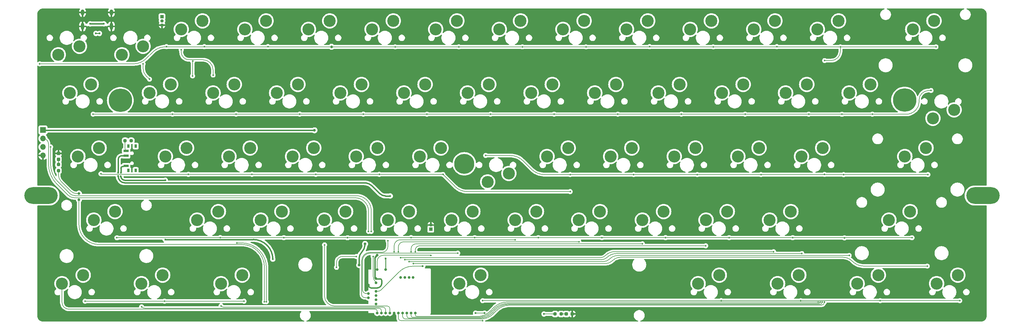
<source format=gbr>
%TF.GenerationSoftware,KiCad,Pcbnew,8.0.2*%
%TF.CreationDate,2024-05-10T14:21:02+08:00*%
%TF.ProjectId,rmk-ble-keyboard,726d6b2d-626c-4652-9d6b-6579626f6172,0*%
%TF.SameCoordinates,Original*%
%TF.FileFunction,Copper,L1,Top*%
%TF.FilePolarity,Positive*%
%FSLAX46Y46*%
G04 Gerber Fmt 4.6, Leading zero omitted, Abs format (unit mm)*
G04 Created by KiCad (PCBNEW 8.0.2) date 2024-05-10 14:21:02*
%MOMM*%
%LPD*%
G01*
G04 APERTURE LIST*
G04 Aperture macros list*
%AMRoundRect*
0 Rectangle with rounded corners*
0 $1 Rounding radius*
0 $2 $3 $4 $5 $6 $7 $8 $9 X,Y pos of 4 corners*
0 Add a 4 corners polygon primitive as box body*
4,1,4,$2,$3,$4,$5,$6,$7,$8,$9,$2,$3,0*
0 Add four circle primitives for the rounded corners*
1,1,$1+$1,$2,$3*
1,1,$1+$1,$4,$5*
1,1,$1+$1,$6,$7*
1,1,$1+$1,$8,$9*
0 Add four rect primitives between the rounded corners*
20,1,$1+$1,$2,$3,$4,$5,0*
20,1,$1+$1,$4,$5,$6,$7,0*
20,1,$1+$1,$6,$7,$8,$9,0*
20,1,$1+$1,$8,$9,$2,$3,0*%
G04 Aperture macros list end*
%TA.AperFunction,ComponentPad*%
%ADD10C,3.600000*%
%TD*%
%TA.AperFunction,SMDPad,CuDef*%
%ADD11RoundRect,0.237500X-0.250000X-0.237500X0.250000X-0.237500X0.250000X0.237500X-0.250000X0.237500X0*%
%TD*%
%TA.AperFunction,ComponentPad*%
%ADD12R,1.700000X1.700000*%
%TD*%
%TA.AperFunction,ComponentPad*%
%ADD13O,1.700000X1.700000*%
%TD*%
%TA.AperFunction,ComponentPad*%
%ADD14O,9.999980X5.001260*%
%TD*%
%TA.AperFunction,SMDPad,CuDef*%
%ADD15R,0.800000X1.000000*%
%TD*%
%TA.AperFunction,SMDPad,CuDef*%
%ADD16R,1.500000X0.700000*%
%TD*%
%TA.AperFunction,SMDPad,CuDef*%
%ADD17RoundRect,0.237500X0.287500X0.237500X-0.287500X0.237500X-0.287500X-0.237500X0.287500X-0.237500X0*%
%TD*%
%TA.AperFunction,ComponentPad*%
%ADD18R,1.000000X1.000000*%
%TD*%
%TA.AperFunction,ComponentPad*%
%ADD19O,1.000000X1.000000*%
%TD*%
%TA.AperFunction,ComponentPad*%
%ADD20C,6.000000*%
%TD*%
%TA.AperFunction,SMDPad,CuDef*%
%ADD21RoundRect,0.237500X0.237500X-0.250000X0.237500X0.250000X-0.237500X0.250000X-0.237500X-0.250000X0*%
%TD*%
%TA.AperFunction,ComponentPad*%
%ADD22C,7.001300*%
%TD*%
%TA.AperFunction,SMDPad,CuDef*%
%ADD23RoundRect,0.237500X0.250000X0.237500X-0.250000X0.237500X-0.250000X-0.237500X0.250000X-0.237500X0*%
%TD*%
%TA.AperFunction,ComponentPad*%
%ADD24C,7.000240*%
%TD*%
%TA.AperFunction,SMDPad,CuDef*%
%ADD25RoundRect,0.237500X-0.237500X0.287500X-0.237500X-0.287500X0.237500X-0.287500X0.237500X0.287500X0*%
%TD*%
%TA.AperFunction,ComponentPad*%
%ADD26O,1.000000X1.800000*%
%TD*%
%TA.AperFunction,ComponentPad*%
%ADD27O,1.000000X2.100000*%
%TD*%
%TA.AperFunction,ViaPad*%
%ADD28C,0.800000*%
%TD*%
%TA.AperFunction,ViaPad*%
%ADD29C,0.600000*%
%TD*%
%TA.AperFunction,ViaPad*%
%ADD30C,0.500000*%
%TD*%
%TA.AperFunction,Conductor*%
%ADD31C,0.400000*%
%TD*%
%TA.AperFunction,Conductor*%
%ADD32C,0.150000*%
%TD*%
%TA.AperFunction,Conductor*%
%ADD33C,0.276400*%
%TD*%
G04 APERTURE END LIST*
D10*
%TO.P,SW33,1,1*%
%TO.N,/matrix/col5*%
X95827500Y49790000D03*
%TO.P,SW33,2,2*%
%TO.N,Net-(D33-A)*%
X102177500Y52330000D03*
%TD*%
%TO.P,SW7,1,1*%
%TO.N,/matrix/col7*%
X119640000Y87890000D03*
%TO.P,SW7,2,2*%
%TO.N,Net-(D7-A)*%
X125990000Y90430000D03*
%TD*%
D11*
%TO.P,R10,1*%
%TO.N,/mcu/charging_led*%
X155387500Y2600000D03*
%TO.P,R10,2*%
%TO.N,Net-(D64-A)*%
X157212500Y2600000D03*
%TD*%
D10*
%TO.P,SW21,1,1*%
%TO.N,/matrix/col7*%
X129165000Y68840000D03*
%TO.P,SW21,2,2*%
%TO.N,Net-(D21-A)*%
X135515000Y71380000D03*
%TD*%
%TO.P,SW38,1,1*%
%TO.N,/matrix/col10*%
X191077500Y49790000D03*
%TO.P,SW38,2,2*%
%TO.N,Net-(D38-A)*%
X197427500Y52330000D03*
%TD*%
%TO.P,SW23,1,1*%
%TO.N,/matrix/col9*%
X167265000Y68840000D03*
%TO.P,SW23,2,2*%
%TO.N,Net-(D23-A)*%
X173615000Y71380000D03*
%TD*%
%TO.P,SW11,1,1*%
%TO.N,/matrix/col11*%
X195840000Y87890000D03*
%TO.P,SW11,2,2*%
%TO.N,Net-(D11-A)*%
X202190000Y90430000D03*
%TD*%
D12*
%TO.P,J3,1,Pin_1*%
%TO.N,3V3*%
X2040000Y57730000D03*
D13*
%TO.P,J3,2,Pin_2*%
%TO.N,/mcu/swd*%
X2040000Y55190000D03*
%TO.P,J3,3,Pin_3*%
%TO.N,/mcu/swc*%
X2040000Y52650000D03*
%TO.P,J3,4,Pin_4*%
%TO.N,GND*%
X2040000Y50110000D03*
%TD*%
D10*
%TO.P,SW1,1,1*%
%TO.N,/matrix/col1*%
X12960000Y82810000D03*
%TO.P,SW1,2,2*%
%TO.N,Net-(D1-A)*%
X6610000Y80270000D03*
%TD*%
D14*
%TO.P,HOLE,1*%
%TO.N,N/C*%
X1461100Y38100000D03*
%TD*%
D10*
%TO.P,SW24,1,1*%
%TO.N,/matrix/col10*%
X186315000Y68840000D03*
%TO.P,SW24,2,2*%
%TO.N,Net-(D24-A)*%
X192665000Y71380000D03*
%TD*%
%TO.P,SW60,1,1*%
%TO.N,/matrix/col13*%
X245846250Y11690000D03*
%TO.P,SW60,2,2*%
%TO.N,Net-(D60-A)*%
X252196250Y14230000D03*
%TD*%
%TO.P,SW39,1,1*%
%TO.N,/matrix/col11*%
X210127500Y49790000D03*
%TO.P,SW39,2,2*%
%TO.N,Net-(D39-A)*%
X216477500Y52330000D03*
%TD*%
D14*
%TO.P,HOLE,1*%
%TO.N,N/C*%
X283540000Y38100000D03*
%TD*%
D10*
%TO.P,SW8,1,1*%
%TO.N,/matrix/col8*%
X138690000Y87890000D03*
%TO.P,SW8,2,2*%
%TO.N,Net-(D8-A)*%
X145040000Y90430000D03*
%TD*%
%TO.P,SW37,1,1*%
%TO.N,/matrix/col9*%
X172027500Y49790000D03*
%TO.P,SW37,2,2*%
%TO.N,Net-(D37-A)*%
X178377500Y52330000D03*
%TD*%
%TO.P,SW55,1,1*%
%TO.N,/matrix/col2*%
X31533750Y11690000D03*
%TO.P,SW55,2,2*%
%TO.N,Net-(D55-A)*%
X37883750Y14230000D03*
%TD*%
%TO.P,SW61,1,1*%
%TO.N,/matrix/col14*%
X269658750Y11690000D03*
%TO.P,SW61,2,2*%
%TO.N,Net-(D61-A)*%
X276008750Y14230000D03*
%TD*%
%TO.P,SW56,1,1*%
%TO.N,/matrix/col3*%
X55346250Y11690000D03*
%TO.P,SW56,2,2*%
%TO.N,Net-(D56-A)*%
X61696250Y14230000D03*
%TD*%
D15*
%TO.P,SW62,*%
%TO.N,*%
X27555000Y45610000D03*
X29765000Y45610000D03*
X27555000Y52910000D03*
X29765000Y52910000D03*
D16*
%TO.P,SW62,1,A*%
%TO.N,/power/Li+*%
X26905000Y47010000D03*
%TO.P,SW62,2,B*%
%TO.N,Net-(J6-Pin_1)*%
X26905000Y50010000D03*
%TO.P,SW62,3,C*%
%TO.N,Net-(SW62-C)*%
X26905000Y51510000D03*
%TD*%
D17*
%TO.P,D64,1,K*%
%TO.N,GND*%
X160527000Y2600000D03*
%TO.P,D64,2,A*%
%TO.N,Net-(D64-A)*%
X158777000Y2600000D03*
%TD*%
D10*
%TO.P,SW43,1,1*%
%TO.N,/matrix/col2*%
X48202500Y30740000D03*
%TO.P,SW43,2,2*%
%TO.N,Net-(D43-A)*%
X54552500Y33280000D03*
%TD*%
%TO.P,SW26,1,1*%
%TO.N,/matrix/col12*%
X224415000Y68840000D03*
%TO.P,SW26,2,2*%
%TO.N,Net-(D26-A)*%
X230765000Y71380000D03*
%TD*%
%TO.P,SW13,1,1*%
%TO.N,/matrix/col13*%
X233940000Y87890000D03*
%TO.P,SW13,2,2*%
%TO.N,Net-(D13-A)*%
X240290000Y90430000D03*
%TD*%
%TO.P,SW40,1,1*%
%TO.N,/matrix/col12*%
X229177500Y49790000D03*
%TO.P,SW40,2,2*%
%TO.N,Net-(D40-A)*%
X235527500Y52330000D03*
%TD*%
%TO.P,SW25,1,1*%
%TO.N,/matrix/col11*%
X205365000Y68840000D03*
%TO.P,SW25,2,2*%
%TO.N,Net-(D25-A)*%
X211715000Y71380000D03*
%TD*%
%TO.P,SW18,1,1*%
%TO.N,/matrix/col4*%
X72015000Y68840000D03*
%TO.P,SW18,2,2*%
%TO.N,Net-(D18-A)*%
X78365000Y71380000D03*
%TD*%
%TO.P,SW16,1,1*%
%TO.N,/matrix/col2*%
X33915000Y68840000D03*
%TO.P,SW16,2,2*%
%TO.N,Net-(D16-A)*%
X40265000Y71380000D03*
%TD*%
D18*
%TO.P,J5,1,Pin_1*%
%TO.N,Net-(J5-Pin_1)*%
X118160000Y27980000D03*
D19*
%TO.P,J5,2,Pin_2*%
%TO.N,GND*%
X118160000Y29250000D03*
%TD*%
D20*
%TO.P,HOLE,1*%
%TO.N,N/C*%
X128200000Y47600000D03*
%TD*%
D18*
%TO.P,J4,1,Pin_1*%
%TO.N,VBUS*%
X37690000Y91700000D03*
D19*
%TO.P,J4,2,Pin_2*%
%TO.N,/mcu/rgb*%
X37690000Y90430000D03*
%TO.P,J4,3,Pin_3*%
%TO.N,GND*%
X37690000Y89160000D03*
%TD*%
D10*
%TO.P,SW9,1,1*%
%TO.N,/matrix/col9*%
X157740000Y87890000D03*
%TO.P,SW9,2,2*%
%TO.N,Net-(D9-A)*%
X164090000Y90430000D03*
%TD*%
%TO.P,SW42,1,1*%
%TO.N,/matrix/col1*%
X17246250Y30740000D03*
%TO.P,SW42,2,2*%
%TO.N,Net-(D41-A)*%
X23596250Y33280000D03*
%TD*%
%TO.P,SW32,1,1*%
%TO.N,/matrix/col4*%
X76777500Y49790000D03*
%TO.P,SW32,2,2*%
%TO.N,Net-(D32-A)*%
X83127500Y52330000D03*
%TD*%
%TO.P,SW35,1,1*%
%TO.N,/matrix/col7*%
X141547500Y44710000D03*
%TO.P,SW35,2,2*%
%TO.N,Net-(D35-A)*%
X135197500Y42170000D03*
%TD*%
%TO.P,SW51,1,1*%
%TO.N,/matrix/col10*%
X200602500Y30740000D03*
%TO.P,SW51,2,2*%
%TO.N,Net-(D51-A)*%
X206952500Y33280000D03*
%TD*%
%TO.P,SW6,1,1*%
%TO.N,/matrix/col6*%
X100590000Y87890000D03*
%TO.P,SW6,2,2*%
%TO.N,Net-(D6-A)*%
X106940000Y90430000D03*
%TD*%
%TO.P,SW10,1,1*%
%TO.N,/matrix/col10*%
X176790000Y87890000D03*
%TO.P,SW10,2,2*%
%TO.N,Net-(D10-A)*%
X183140000Y90430000D03*
%TD*%
%TO.P,SW36,1,1*%
%TO.N,/matrix/col8*%
X152977500Y49790000D03*
%TO.P,SW36,2,2*%
%TO.N,Net-(D36-A)*%
X159327500Y52330000D03*
%TD*%
D21*
%TO.P,R6,1*%
%TO.N,/mcu/caps*%
X6680000Y45551123D03*
%TO.P,R6,2*%
%TO.N,Net-(D62-A)*%
X6680000Y47376123D03*
%TD*%
D10*
%TO.P,SW46,1,1*%
%TO.N,/matrix/col5*%
X105352500Y30740000D03*
%TO.P,SW46,2,2*%
%TO.N,Net-(D46-A)*%
X111702500Y33280000D03*
%TD*%
%TO.P,SW3,1,1*%
%TO.N,/matrix/col3*%
X43440000Y87890000D03*
%TO.P,SW3,2,2*%
%TO.N,Net-(D3-A)*%
X49790000Y90430000D03*
%TD*%
%TO.P,SW20,1,1*%
%TO.N,/matrix/col6*%
X110115000Y68840000D03*
%TO.P,SW20,2,2*%
%TO.N,Net-(D20-A)*%
X116465000Y71380000D03*
%TD*%
%TO.P,SW30,1,1*%
%TO.N,/matrix/col2*%
X38677500Y49790000D03*
%TO.P,SW30,2,2*%
%TO.N,Net-(D30-A)*%
X45027500Y52330000D03*
%TD*%
%TO.P,SW28,1,1*%
%TO.N,/matrix/col14*%
X274897500Y63760000D03*
%TO.P,SW28,2,2*%
%TO.N,Net-(D28-A)*%
X268547500Y61220000D03*
%TD*%
%TO.P,SW41,1,1*%
%TO.N,/matrix/col14*%
X260133750Y49790000D03*
%TO.P,SW41,2,2*%
%TO.N,Net-(D42-A)*%
X266483750Y52330000D03*
%TD*%
%TO.P,SW59,1,1*%
%TO.N,/matrix/col11*%
X222033750Y11690000D03*
%TO.P,SW59,2,2*%
%TO.N,Net-(D59-A)*%
X228383750Y14230000D03*
%TD*%
%TO.P,SW57,1,1*%
%TO.N,/matrix/col6*%
X126783750Y11690000D03*
%TO.P,SW57,2,2*%
%TO.N,Net-(D57-A)*%
X133133750Y14230000D03*
%TD*%
%TO.P,SW19,1,1*%
%TO.N,/matrix/col5*%
X91065000Y68840000D03*
%TO.P,SW19,2,2*%
%TO.N,Net-(D19-A)*%
X97415000Y71380000D03*
%TD*%
D22*
%TO.P,HOLE,1*%
%TO.N,N/C*%
X25200000Y66600000D03*
%TD*%
D10*
%TO.P,SW15,1,1*%
%TO.N,/matrix/col1*%
X10102500Y68840000D03*
%TO.P,SW15,2,2*%
%TO.N,Net-(D15-A)*%
X16452500Y71380000D03*
%TD*%
D23*
%TO.P,R5,1*%
%TO.N,unconnected-(R5-Pad1)*%
X28442500Y54530000D03*
%TO.P,R5,2*%
%TO.N,Net-(SW62-C)*%
X26617500Y54530000D03*
%TD*%
D10*
%TO.P,SW50,1,1*%
%TO.N,/matrix/col9*%
X181552500Y30740000D03*
%TO.P,SW50,2,2*%
%TO.N,Net-(D50-A)*%
X187902500Y33280000D03*
%TD*%
%TO.P,SW31,1,1*%
%TO.N,/matrix/col3*%
X57727500Y49790000D03*
%TO.P,SW31,2,2*%
%TO.N,Net-(D31-A)*%
X64077500Y52330000D03*
%TD*%
%TO.P,SW54,1,1*%
%TO.N,/matrix/col1*%
X7721250Y11690000D03*
%TO.P,SW54,2,2*%
%TO.N,Net-(D54-A)*%
X14071250Y14230000D03*
%TD*%
%TO.P,SW47,1,1*%
%TO.N,/matrix/col6*%
X124402500Y30740000D03*
%TO.P,SW47,2,2*%
%TO.N,Net-(D47-A)*%
X130752500Y33280000D03*
%TD*%
%TO.P,SW5,1,1*%
%TO.N,/matrix/col5*%
X81540000Y87890000D03*
%TO.P,SW5,2,2*%
%TO.N,Net-(D5-A)*%
X87890000Y90430000D03*
%TD*%
%TO.P,SW4,1,1*%
%TO.N,/matrix/col4*%
X62490000Y87890000D03*
%TO.P,SW4,2,2*%
%TO.N,Net-(D4-A)*%
X68840000Y90430000D03*
%TD*%
D24*
%TO.P,HOLE,1*%
%TO.N,N/C*%
X260050000Y66700000D03*
%TD*%
D10*
%TO.P,SW49,1,1*%
%TO.N,/matrix/col8*%
X162502500Y30740000D03*
%TO.P,SW49,2,2*%
%TO.N,Net-(D49-A)*%
X168852500Y33280000D03*
%TD*%
%TO.P,SW45,1,1*%
%TO.N,/matrix/col4*%
X86302500Y30740000D03*
%TO.P,SW45,2,2*%
%TO.N,Net-(D45-A)*%
X92652500Y33280000D03*
%TD*%
%TO.P,SW44,1,1*%
%TO.N,/matrix/col3*%
X67252500Y30740000D03*
%TO.P,SW44,2,2*%
%TO.N,Net-(D44-A)*%
X73602500Y33280000D03*
%TD*%
%TO.P,SW34,1,1*%
%TO.N,/matrix/col6*%
X114877500Y49790000D03*
%TO.P,SW34,2,2*%
%TO.N,Net-(D34-A)*%
X121227500Y52330000D03*
%TD*%
%TO.P,SW22,1,1*%
%TO.N,/matrix/col8*%
X148215000Y68840000D03*
%TO.P,SW22,2,2*%
%TO.N,Net-(D22-A)*%
X154565000Y71380000D03*
%TD*%
%TO.P,SW58,1,1*%
%TO.N,/matrix/col10*%
X198221250Y11690000D03*
%TO.P,SW58,2,2*%
%TO.N,Net-(D58-A)*%
X204571250Y14230000D03*
%TD*%
D25*
%TO.P,D62,1,K*%
%TO.N,GND*%
X6678000Y50715623D03*
%TO.P,D62,2,A*%
%TO.N,Net-(D62-A)*%
X6678000Y48965623D03*
%TD*%
D10*
%TO.P,SW12,1,1*%
%TO.N,/matrix/col12*%
X214890000Y87890000D03*
%TO.P,SW12,2,2*%
%TO.N,Net-(D12-A)*%
X221240000Y90430000D03*
%TD*%
%TO.P,SW29,1,1*%
%TO.N,/matrix/col1*%
X12483750Y49790000D03*
%TO.P,SW29,2,2*%
%TO.N,Net-(D29-A)*%
X18833750Y52330000D03*
%TD*%
%TO.P,SW2,1,1*%
%TO.N,/matrix/col2*%
X32010000Y82810000D03*
%TO.P,SW2,2,2*%
%TO.N,Net-(D2-A)*%
X25660000Y80270000D03*
%TD*%
%TO.P,SW17,1,1*%
%TO.N,/matrix/col3*%
X52965000Y68840000D03*
%TO.P,SW17,2,2*%
%TO.N,Net-(D17-A)*%
X59315000Y71380000D03*
%TD*%
%TO.P,SW27,1,1*%
%TO.N,/matrix/col13*%
X243465000Y68840000D03*
%TO.P,SW27,2,2*%
%TO.N,Net-(D27-A)*%
X249815000Y71380000D03*
%TD*%
%TO.P,SW14,1,1*%
%TO.N,/matrix/col14*%
X262515000Y87890000D03*
%TO.P,SW14,2,2*%
%TO.N,Net-(D14-A)*%
X268865000Y90430000D03*
%TD*%
%TO.P,SW52,1,1*%
%TO.N,/matrix/col11*%
X219652500Y30740000D03*
%TO.P,SW52,2,2*%
%TO.N,Net-(D52-A)*%
X226002500Y33280000D03*
%TD*%
%TO.P,SW48,1,1*%
%TO.N,/matrix/col7*%
X143452500Y30740000D03*
%TO.P,SW48,2,2*%
%TO.N,Net-(D48-A)*%
X149802500Y33280000D03*
%TD*%
%TO.P,SW53,1,1*%
%TO.N,/matrix/col14*%
X255371250Y30740000D03*
%TO.P,SW53,2,2*%
%TO.N,Net-(D53-A)*%
X261721250Y33280000D03*
%TD*%
D26*
%TO.P,J1,S1,SHIELD*%
%TO.N,GND*%
X13880000Y92950000D03*
D27*
X13880000Y88770000D03*
D26*
X22520000Y92950000D03*
D27*
X22520000Y88770000D03*
%TD*%
D28*
%TO.N,/mcu/caps*%
X101807200Y5568850D03*
%TO.N,/mcu/rgb*%
X101807200Y6838850D03*
%TO.N,/mcu/charging_led*%
X101807200Y8108850D03*
%TO.N,/matrix/col14*%
X112897200Y13578600D03*
%TO.N,/matrix/col13*%
X111632200Y13578600D03*
%TO.N,/matrix/col12*%
X110362200Y13578600D03*
%TO.N,/matrix/col11*%
X109092200Y13578600D03*
%TO.N,GND*%
X41284000Y39920000D03*
X144089997Y75730000D03*
X97200000Y57850000D03*
X33488000Y60310000D03*
X25494000Y17660000D03*
X35322000Y17670000D03*
X22352500Y75890000D03*
X173421423Y75730000D03*
X5400000Y89220000D03*
X163644281Y75730000D03*
X78100000Y9430000D03*
X80170000Y9430000D03*
X28792000Y60310000D03*
X102110000Y20230000D03*
X148978568Y75730000D03*
X101896000Y57850000D03*
X38184000Y60310000D03*
X71430000Y60300000D03*
X88675000Y9521500D03*
X178310000Y75730000D03*
X172772000Y57830000D03*
X114960000Y35620000D03*
X125812000Y57860000D03*
X177468000Y57830000D03*
X83630000Y36110000D03*
X54616000Y55630000D03*
X78100000Y7600000D03*
X119647142Y75760000D03*
X52708000Y60320000D03*
X20798000Y17660000D03*
X30700000Y55620000D03*
X48012000Y60320000D03*
X153988000Y57830000D03*
X76090000Y17410000D03*
X40092000Y55620000D03*
X76090000Y15320000D03*
X168532852Y75730000D03*
X69640000Y60310000D03*
X82230000Y7600000D03*
X106592000Y57850000D03*
X158755710Y75730000D03*
X186860000Y57830000D03*
X111288000Y57850000D03*
X111380000Y46230000D03*
X73100000Y17410000D03*
X2630000Y92340000D03*
X51112000Y39930000D03*
X65200000Y39930000D03*
X30190000Y17660000D03*
X144596000Y57860000D03*
X114950000Y36870000D03*
X130508000Y57860000D03*
X82230000Y9430000D03*
X107187200Y2878600D03*
X35396000Y55620000D03*
X44714000Y17670000D03*
X106684000Y46230000D03*
X149292000Y57860000D03*
X62100000Y60320000D03*
X44788000Y55620000D03*
X105920000Y1090000D03*
X95090000Y15790000D03*
X59312000Y55630000D03*
X81510000Y36140000D03*
X36588000Y39920000D03*
X5370000Y92320000D03*
X80170000Y7600000D03*
X2620000Y89360000D03*
X139201426Y75760000D03*
X101807200Y13188600D03*
X182164000Y57830000D03*
X49920000Y55630000D03*
X158684000Y57830000D03*
X60504000Y39930000D03*
X73650000Y46240000D03*
X163380000Y57830000D03*
X134312855Y75760000D03*
X57404000Y60320000D03*
X153867139Y75730000D03*
X168076000Y57830000D03*
X49410000Y17670000D03*
X104220000Y39750000D03*
X93386500Y10964600D03*
X114758571Y75760000D03*
X116420000Y57860000D03*
X109870000Y75760000D03*
X73100000Y15320000D03*
X99524000Y39750000D03*
X64008000Y55630000D03*
X129424284Y75760000D03*
X99507200Y11283600D03*
X16102000Y17660000D03*
X121116000Y57860000D03*
X72780000Y55220000D03*
X124535713Y75760000D03*
X74930000Y55240000D03*
X31892000Y39920000D03*
X42880000Y60310000D03*
X139900000Y57860000D03*
X45980000Y39920000D03*
D29*
%TO.N,/power/Li+*%
X38650000Y42670000D03*
X70860000Y19030000D03*
X38660000Y24890000D03*
X25350000Y43890000D03*
X25360000Y44930000D03*
D28*
%TO.N,3V3*%
X98490000Y23589066D03*
X96720000Y17250000D03*
X83340000Y57640000D03*
D30*
%TO.N,/matrix/row1*%
X69400000Y82700000D03*
X164650000Y82650000D03*
X269450000Y82650000D03*
X126550000Y82660000D03*
X107500000Y82650000D03*
X1050000Y77550000D03*
X145600000Y82670000D03*
X236110000Y78530000D03*
X240850000Y82650000D03*
D28*
X88450000Y82670000D03*
D30*
X234210000Y6155000D03*
X39000000Y82700000D03*
X183700000Y82700000D03*
X202750000Y82650000D03*
D28*
X113537200Y2878600D03*
D30*
X50350000Y82700000D03*
X221800000Y82700000D03*
%TO.N,/matrix/row2*%
X174190000Y62450000D03*
X17050000Y62450000D03*
X193230000Y62460000D03*
X136080000Y62460000D03*
X250400000Y62450000D03*
X78925000Y62475000D03*
X241290000Y62440000D03*
X231350000Y62450000D03*
D28*
X112267200Y2878600D03*
D30*
X59880000Y62470000D03*
X97970000Y62470000D03*
X212300000Y62450000D03*
X267980000Y69560000D03*
X234810003Y6155000D03*
X40830000Y62470000D03*
X117020000Y62460000D03*
X155110000Y62460000D03*
%TO.N,/matrix/row3*%
X197987500Y44392500D03*
X64637500Y44442500D03*
X102740000Y44430000D03*
X19390000Y44600000D03*
X236087500Y44412500D03*
X235410006Y6155000D03*
X121790000Y44420000D03*
X159900000Y39270000D03*
X159890000Y44380000D03*
D28*
X110997200Y2878600D03*
D30*
X241790000Y44350000D03*
X83700000Y44430000D03*
X267040000Y44380000D03*
X178937500Y44392500D03*
X217040000Y44390000D03*
X45587500Y44432500D03*
X134620000Y50090000D03*
%TO.N,/matrix/row4*%
X131310000Y25460000D03*
X112260000Y25470000D03*
X188460000Y25470000D03*
X242050000Y25410000D03*
X262280000Y25440000D03*
X226560000Y25450000D03*
X55110000Y25470000D03*
X150360000Y25460000D03*
D28*
X109727200Y2878600D03*
D30*
X207510000Y25460000D03*
X236010009Y6155000D03*
X74160000Y25450000D03*
X93220000Y25440000D03*
X24160000Y25440000D03*
X169410000Y25460000D03*
%TO.N,/matrix/row5*%
X228950000Y6580000D03*
X14630000Y6420000D03*
X276570000Y6580000D03*
X38440000Y6430000D03*
D28*
X108457200Y2878600D03*
D30*
X133700000Y6580000D03*
X62260000Y6420000D03*
X252760000Y6580000D03*
X205131250Y6591250D03*
X133720000Y600000D03*
D29*
%TO.N,VBUS*%
X16170000Y89540000D03*
X20267132Y89565812D03*
%TO.N,/power/DP*%
X17875000Y86670000D03*
X18951400Y86670000D03*
D30*
%TO.N,/mcu/swd*%
X99520000Y27350000D03*
%TO.N,/mcu/swc*%
X4310000Y52650000D03*
X100350000Y27340000D03*
%TO.N,/mcu/rgb*%
X46860000Y78365000D03*
X60120000Y23890000D03*
X68939646Y6269323D03*
X46850000Y73940000D03*
%TO.N,Net-(J5-Pin_1)*%
X118170000Y20180000D03*
D28*
X102107200Y15878600D03*
%TO.N,/mcu/caps*%
X12800000Y38700000D03*
D30*
X68340000Y6290000D03*
D28*
X12800000Y36845000D03*
D29*
%TO.N,/mcu/bat_adc*%
X115750000Y16900000D03*
D28*
X101807200Y9378850D03*
D29*
%TO.N,/mcu/charging_led*%
X134270000Y2860000D03*
X131590000Y2860000D03*
X152070000Y2600000D03*
D28*
%TO.N,/matrix/col1*%
X102107200Y2878600D03*
%TO.N,/matrix/col2*%
X103380000Y2878300D03*
D30*
X31560000Y4740000D03*
X33920000Y72940000D03*
X32010000Y77540000D03*
%TO.N,/matrix/col3*%
X52960000Y74200000D03*
D28*
X104647200Y2878600D03*
D30*
X43430000Y81750000D03*
X55380000Y4990000D03*
D28*
%TO.N,/matrix/col4*%
X105917200Y2878600D03*
D30*
X86340000Y23320000D03*
%TO.N,/matrix/col5*%
X105353004Y24512239D03*
D28*
X99507200Y7473600D03*
D30*
%TO.N,/matrix/col6*%
X126250000Y20810000D03*
D28*
X99507200Y8743600D03*
D30*
%TO.N,/matrix/col7*%
X107187200Y21247200D03*
X143440000Y24840000D03*
%TO.N,/matrix/col8*%
X162520000Y24230000D03*
X108460000Y21240000D03*
%TO.N,/matrix/col9*%
X181560000Y23620000D03*
X112260000Y21240000D03*
%TO.N,/matrix/col10*%
X200500000Y23040000D03*
X113540000Y21235000D03*
%TO.N,/matrix/col11*%
X109090000Y19460000D03*
X220820000Y21280000D03*
%TO.N,/matrix/col12*%
X229290000Y20700000D03*
X110360000Y18870000D03*
%TO.N,/matrix/col13*%
X243460000Y20130000D03*
X111630000Y18280000D03*
%TO.N,/matrix/col14*%
X266830000Y16950000D03*
X112900000Y17690000D03*
D28*
%TO.N,/mcu/CHARGE*%
X101807200Y11918850D03*
D30*
X89940000Y16550000D03*
X100900000Y19830000D03*
X95860000Y19840000D03*
D29*
%TO.N,/mcu/D-*%
X104643248Y19225000D03*
D28*
X104647200Y15878600D03*
D29*
%TO.N,Net-(J6-Pin_1)*%
X24580000Y43900000D03*
X106020000Y37960000D03*
X24580000Y44930000D03*
%TD*%
D31*
%TO.N,GND*%
X101555688Y19675688D02*
X102110000Y20230000D01*
X101522142Y13296911D02*
X101446470Y13401156D01*
X103480000Y11800000D02*
X103480000Y12640000D01*
X100280000Y10410000D02*
X102090000Y10410000D01*
X101627225Y13222407D02*
X101522142Y13296911D01*
X99507200Y11283600D02*
X99507200Y11182800D01*
X101807200Y13188600D02*
X101744236Y13191062D01*
X101407200Y13588600D02*
X101407200Y19317206D01*
X101446470Y13401156D02*
X101408184Y13524149D01*
X102980000Y13140000D02*
X101855800Y13140000D01*
X101408184Y13524149D02*
X101407200Y13588600D01*
X101688204Y13201519D02*
X101627225Y13222407D01*
X101744236Y13191062D02*
X101688204Y13201519D01*
X102010000Y20130000D02*
G75*
G02*
X102110000Y20230000I100000J0D01*
G01*
X101407200Y19317206D02*
G75*
G02*
X101555685Y19675691I507000J-6D01*
G01*
X101855800Y13140000D02*
G75*
G02*
X101807200Y13188600I0J48600D01*
G01*
X103480000Y12640000D02*
G75*
G03*
X102980000Y13140000I-500000J0D01*
G01*
X99507200Y11182800D02*
G75*
G03*
X100280000Y10410000I772800J0D01*
G01*
X102090000Y10410000D02*
G75*
G03*
X103480000Y11800000I0J1390000D01*
G01*
%TO.N,/power/Li+*%
X26301342Y46892360D02*
X26206868Y46890202D01*
X26536755Y46968850D02*
X26301342Y46892360D01*
X26580000Y42660000D02*
X38490000Y42660000D01*
X26206868Y46890202D02*
X26021548Y46853347D01*
X38490000Y42660000D02*
X38640000Y42660000D01*
X26021548Y46853347D02*
X25846980Y46781046D01*
X25360000Y46294066D02*
X25360000Y44930000D01*
X64970000Y24920000D02*
X38690000Y24920000D01*
X38640000Y42660000D02*
G75*
G03*
X38650000Y42670000I0J10000D01*
G01*
X25846980Y46781046D02*
G75*
G03*
X25360054Y46294066I20J-486946D01*
G01*
X70860000Y19030000D02*
G75*
G03*
X64970000Y24920000I-5890000J0D01*
G01*
X38690000Y24920000D02*
G75*
G03*
X38660000Y24890000I0J-30000D01*
G01*
X25350000Y43890000D02*
G75*
G03*
X26580000Y42660000I1230000J0D01*
G01*
%TO.N,3V3*%
X98490000Y23589066D02*
X98487953Y23587019D01*
X98487953Y23587019D02*
X98487953Y23411374D01*
X83340000Y57640000D02*
X2130000Y57640000D01*
X96720000Y19315909D02*
X96720000Y17250000D01*
X98487953Y23411374D02*
G75*
G02*
X97430020Y21029980I-3631553J187626D01*
G01*
X97430000Y21030000D02*
G75*
G03*
X96719997Y19315909I1714100J-1714100D01*
G01*
D32*
%TO.N,/matrix/row1*%
X113537200Y2322800D02*
X113537200Y2878600D01*
X135947345Y3413794D02*
X137094760Y4561208D01*
X269450000Y82650000D02*
X38703963Y82650000D01*
X1050000Y77550000D02*
X29096036Y77550000D01*
X32943792Y79143794D02*
X34856207Y81056208D01*
X140942516Y6155000D02*
X234210000Y6155000D01*
X132099589Y1820000D02*
X114040000Y1820000D01*
X240850000Y82650000D02*
X240850000Y81360336D01*
X236110000Y78530000D02*
X238019664Y78530000D01*
X32943792Y79143794D02*
G75*
G02*
X29096036Y77549990I-3847792J3847806D01*
G01*
X113537200Y2322800D02*
G75*
G03*
X114040000Y1820000I502800J0D01*
G01*
X140942516Y6155000D02*
G75*
G03*
X137094762Y4561206I-16J-5441500D01*
G01*
X135947345Y3413794D02*
G75*
G02*
X132099589Y1820024I-3847745J3847806D01*
G01*
X238019664Y78530000D02*
G75*
G03*
X240850000Y81360336I36J2830300D01*
G01*
X34856207Y81056208D02*
G75*
G02*
X38703963Y82650041I3847793J-3847708D01*
G01*
%TO.N,/matrix/row2*%
X267980000Y69560000D02*
X267290000Y69560000D01*
X263446619Y63766620D02*
X263255000Y63575000D01*
X264380000Y66020000D02*
X264380000Y66650000D01*
X137206206Y4136208D02*
X136233792Y3163793D01*
X112267200Y2878600D02*
X112267200Y2107498D01*
X17050000Y62450000D02*
X250400000Y62450000D01*
X234280794Y5730000D02*
X141053963Y5730000D01*
X234810003Y6155000D02*
X234810003Y6097502D01*
X260539009Y62450000D02*
X250400000Y62450000D01*
X132386036Y1570000D02*
X112804698Y1570000D01*
X234655001Y5885002D02*
X234769345Y5999346D01*
X264380000Y66650000D02*
G75*
G02*
X267290000Y69560000I2910000J0D01*
G01*
X141053963Y5730000D02*
G75*
G03*
X137206215Y4136199I37J-5441600D01*
G01*
X263446619Y63766620D02*
G75*
G03*
X264379988Y66020000I-2253419J2253380D01*
G01*
X234655001Y5885002D02*
G75*
G02*
X234280794Y5730002I-374201J374198D01*
G01*
X234810003Y6097502D02*
G75*
G02*
X234769344Y5999347I-138803J-2D01*
G01*
X112267200Y2107498D02*
G75*
G03*
X112804698Y1570000I537500J2D01*
G01*
X136233792Y3163793D02*
G75*
G02*
X132386036Y1569990I-3847792J3847807D01*
G01*
X260539009Y62450000D02*
G75*
G03*
X263254997Y63575003I-9J3841000D01*
G01*
%TO.N,/matrix/row3*%
X136553792Y2913794D02*
X137526207Y3886208D01*
X267040000Y44380000D02*
X159890000Y44380000D01*
X152183963Y44380000D02*
X159890000Y44380000D01*
X235210000Y5750000D02*
X235265053Y5805053D01*
X111685530Y1320000D02*
X132706036Y1320000D01*
X129203963Y39260000D02*
X159882928Y39260000D01*
X141373963Y5480000D02*
X234558163Y5480000D01*
X19477500Y44512500D02*
X19390000Y44600000D01*
X110997200Y2878600D02*
X110997200Y2008330D01*
X121790000Y44420000D02*
X125356207Y40853793D01*
X121787500Y44422500D02*
X121790000Y44420000D01*
X141966036Y50090000D02*
X134620000Y50090000D01*
X19688743Y44425000D02*
X121781464Y44425000D01*
X159895000Y39265000D02*
X159900000Y39270000D01*
X145813792Y48496208D02*
X148336207Y45973793D01*
X235265053Y5805053D02*
G75*
G03*
X235410004Y6155000I-349953J349947D01*
G01*
X234558163Y5480000D02*
G75*
G03*
X235210011Y5749989I37J921800D01*
G01*
X132706036Y1320000D02*
G75*
G03*
X136553785Y2913801I-36J5441600D01*
G01*
X152183963Y44380000D02*
G75*
G02*
X148336215Y45973801I37J5441600D01*
G01*
X110997200Y2008330D02*
G75*
G03*
X111685530Y1320000I688300J-30D01*
G01*
X129203963Y39260000D02*
G75*
G02*
X125356215Y40853801I37J5441600D01*
G01*
X121787500Y44422500D02*
G75*
G03*
X121781464Y44424985I-6000J-6000D01*
G01*
X159895000Y39265000D02*
G75*
G02*
X159882928Y39259988I-12100J12100D01*
G01*
X137526207Y3886208D02*
G75*
G02*
X141373963Y5480041I3847793J-3847708D01*
G01*
X141966036Y50090000D02*
G75*
G02*
X145813784Y48496200I-36J-5441600D01*
G01*
X19688743Y44425000D02*
G75*
G02*
X19477487Y44512487I-43J298700D01*
G01*
%TO.N,/matrix/row4*%
X235677039Y5421760D02*
X235726975Y5471696D01*
X133046036Y1070000D02*
X110655988Y1070000D01*
X234911888Y5223050D02*
X141707013Y5223050D01*
X235054245Y5232169D02*
X234946825Y5230170D01*
X24160000Y25440000D02*
X262280000Y25440000D01*
X109727200Y2878600D02*
X109727200Y1998788D01*
X136893792Y2663794D02*
X137859257Y3629258D01*
X235054245Y5232169D02*
G75*
G03*
X235677049Y5421742I-123245J1522731D01*
G01*
X235726975Y5471696D02*
G75*
G03*
X236010017Y6155000I-683275J683304D01*
G01*
X109727200Y1998788D02*
G75*
G03*
X110655988Y1070000I928800J12D01*
G01*
X141707013Y5223050D02*
G75*
G03*
X137859251Y3629264I-13J-5441550D01*
G01*
X136893792Y2663794D02*
G75*
G02*
X133046036Y1069990I-3847792J3847806D01*
G01*
X234929358Y5226525D02*
G75*
G02*
X234911888Y5223054I-17458J42175D01*
G01*
X234946825Y5230170D02*
G75*
G03*
X234929355Y5226532I875J-47970D01*
G01*
%TO.N,/matrix/row5*%
X276570000Y6580000D02*
X133700000Y6580000D01*
X108457200Y1330895D02*
X108457200Y2878600D01*
X14630000Y6420000D02*
X62260000Y6420000D01*
X133720000Y600000D02*
X109188095Y600000D01*
X108457200Y1330895D02*
G75*
G03*
X109188095Y600000I730900J5D01*
G01*
%TO.N,Net-(D62-A)*%
X6680000Y47376123D02*
X6680000Y48858369D01*
D31*
%TO.N,VBUS*%
X16170000Y89540000D02*
X20223068Y89540000D01*
X20254226Y89552906D02*
X20267132Y89565812D01*
X20254226Y89552906D02*
G75*
G02*
X20223068Y89540033I-31126J31194D01*
G01*
D32*
%TO.N,Net-(D64-A)*%
X158777000Y2600000D02*
X157212500Y2600000D01*
D33*
%TO.N,/power/DP*%
X18951400Y86670000D02*
X17875000Y86670000D01*
D32*
%TO.N,/mcu/swd*%
X99520000Y27350000D02*
X99520000Y33410000D01*
X3680000Y47648255D02*
X3680000Y53550000D01*
X9455622Y38244378D02*
X6245564Y41454436D01*
X95510000Y37420000D02*
X11445846Y37420000D01*
X6245564Y41454436D02*
G75*
G02*
X3680003Y47648255I6193816J6193814D01*
G01*
X11445846Y37420000D02*
G75*
G02*
X9455599Y38244355I-46J2814600D01*
G01*
X3680000Y53550000D02*
G75*
G03*
X2040000Y55190000I-1640000J0D01*
G01*
X99520000Y33410000D02*
G75*
G03*
X95510000Y37420000I-4010000J0D01*
G01*
%TO.N,/mcu/swc*%
X95820000Y38050000D02*
X11682352Y38050000D01*
X4310000Y47480184D02*
X4310000Y52650000D01*
X9954159Y38765841D02*
X6480948Y42239052D01*
X100350000Y27340000D02*
X100350000Y33520000D01*
X6480948Y42239052D02*
G75*
G02*
X4309995Y47480184I5241152J5241148D01*
G01*
X11682352Y38050000D02*
G75*
G02*
X9954190Y38765872I48J2444000D01*
G01*
X100350000Y33520000D02*
G75*
G03*
X95820000Y38050000I-4530000J0D01*
G01*
%TO.N,/mcu/rgb*%
X68939646Y6269323D02*
X68939646Y16450113D01*
X60120000Y23890000D02*
X61499759Y23890000D01*
X46850000Y78355000D02*
X46860000Y78365000D01*
X46850000Y73940000D02*
X46850000Y78355000D01*
X68939646Y16450113D02*
G75*
G03*
X61499759Y23889946I-7439846J-13D01*
G01*
%TO.N,Net-(J5-Pin_1)*%
X102107200Y15878600D02*
X102107200Y18357200D01*
X103940000Y20190000D02*
X118160000Y20190000D01*
X102107200Y18357200D02*
G75*
G02*
X103940000Y20190000I1832800J0D01*
G01*
X118160000Y20190000D02*
G75*
G02*
X118170000Y20180000I0J-10000D01*
G01*
%TO.N,Net-(SW62-C)*%
X26617500Y52204086D02*
X26617500Y54530000D01*
X26617500Y52204086D02*
G75*
G03*
X26905004Y51510004I981600J14D01*
G01*
%TO.N,/mcu/caps*%
X12800000Y38700000D02*
X12023380Y38700000D01*
X6680000Y44190000D02*
X6680000Y45551123D01*
X68340000Y6290000D02*
X68340000Y16680000D01*
X10430000Y39360000D02*
X7443676Y42346324D01*
X12800000Y29410000D02*
X12800000Y36845000D01*
X61600000Y23420000D02*
X18790000Y23420000D01*
X7443676Y42346324D02*
G75*
G02*
X6679985Y44190000I1843624J1843676D01*
G01*
X68340000Y16680000D02*
G75*
G03*
X61600000Y23420000I-6740000J0D01*
G01*
X18790000Y23420000D02*
G75*
G02*
X12800000Y29410000I0J5990000D01*
G01*
X12023380Y38700000D02*
G75*
G02*
X10430006Y39360006I20J2253400D01*
G01*
%TO.N,/mcu/bat_adc*%
X101807200Y9378850D02*
X102271638Y9378850D01*
X103291143Y9801143D02*
X108741783Y15251783D01*
X115750000Y16900000D02*
X112720931Y16900000D01*
X108741783Y15251783D02*
G75*
G02*
X112720931Y16899968I3979117J-3979183D01*
G01*
X102271638Y9378850D02*
G75*
G03*
X103291114Y9801172I-38J1441750D01*
G01*
%TO.N,/mcu/charging_led*%
X152070000Y2600000D02*
X155387500Y2600000D01*
X131590000Y2860000D02*
X134270000Y2860000D01*
%TO.N,/matrix/col1*%
X102107200Y2878600D02*
X102107200Y3509866D01*
X101597066Y4020000D02*
X9814755Y4020000D01*
X7721250Y6113505D02*
X7721250Y11690000D01*
X9814755Y4020000D02*
G75*
G02*
X7721300Y6113505I45J2093500D01*
G01*
X102107200Y3509866D02*
G75*
G03*
X101597066Y4020000I-510100J34D01*
G01*
%TO.N,/matrix/col2*%
X103380000Y2878300D02*
X103380000Y3620000D01*
X32010000Y76195000D02*
X32010000Y77540000D01*
X102670000Y4330000D02*
X32549827Y4330000D01*
X32961058Y73898942D02*
X33920000Y72940000D01*
X103380000Y3620000D02*
G75*
G03*
X102670000Y4330000I-710000J0D01*
G01*
X32549827Y4330000D02*
G75*
G02*
X31559992Y4739992I-27J1399800D01*
G01*
X32010000Y76195000D02*
G75*
G03*
X32961062Y73898946I3247100J0D01*
G01*
%TO.N,/matrix/col3*%
X104647200Y2878600D02*
X104647200Y3872800D01*
X52960000Y74200000D02*
X52960000Y75727037D01*
X103870000Y4650000D02*
X56200832Y4650000D01*
X43430000Y81100000D02*
X43430000Y81750000D01*
X45740000Y78790000D02*
X49897037Y78790000D01*
X104647200Y3872800D02*
G75*
G03*
X103870000Y4650000I-777200J0D01*
G01*
X43430000Y81100000D02*
G75*
G03*
X45740000Y78790000I2310000J0D01*
G01*
X49897037Y78790000D02*
G75*
G02*
X52960000Y75727037I-37J-3063000D01*
G01*
X56200832Y4650000D02*
G75*
G02*
X55379990Y4989990I-32J1160800D01*
G01*
%TO.N,/matrix/col4*%
X105917200Y4232801D02*
X105917200Y2878600D01*
X86340000Y23320000D02*
X86340000Y7986477D01*
X89346477Y4980000D02*
X105170001Y4980000D01*
X86340000Y7986477D02*
G75*
G03*
X89346477Y4980000I3006500J23D01*
G01*
X105170001Y4980000D02*
G75*
G02*
X105917200Y4232801I-1J-747200D01*
G01*
%TO.N,/matrix/col5*%
X97460000Y8450000D02*
X97460000Y18573817D01*
X99507200Y7473600D02*
X98436400Y7473600D01*
X105353004Y24512239D02*
X105353018Y22930000D01*
X99946183Y21060000D02*
X103483018Y21060000D01*
X98436400Y7473600D02*
G75*
G02*
X97460000Y8450000I0J976400D01*
G01*
X97460000Y18573817D02*
G75*
G02*
X99946183Y21060000I2486200J-17D01*
G01*
X103483018Y21060000D02*
G75*
G03*
X105353000Y22930000I-18J1870000D01*
G01*
%TO.N,/matrix/col6*%
X99970000Y20810000D02*
X126250000Y20810000D01*
X97949072Y9146409D02*
X97828282Y9327185D01*
X97710000Y9704411D02*
X97710000Y18550000D01*
X98283585Y8871882D02*
X98102809Y8992672D01*
X98806400Y8743600D02*
X98697691Y8746264D01*
X98484452Y8788680D02*
X98283585Y8871882D01*
X98102809Y8992672D02*
X97949072Y9146409D01*
X99507200Y8743600D02*
X98806400Y8743600D01*
X97745080Y9528052D02*
X97710000Y9704411D01*
X97828282Y9327185D02*
X97745080Y9528052D01*
X98697691Y8746264D02*
X98484452Y8788680D01*
X97710000Y18550000D02*
G75*
G02*
X99970000Y20810000I2260000J0D01*
G01*
%TO.N,/matrix/col7*%
X107187200Y21247200D02*
X107187200Y22972975D01*
X109054225Y24840000D02*
X143440000Y24840000D01*
X107187200Y22972975D02*
G75*
G02*
X109054225Y24840000I1867000J25D01*
G01*
%TO.N,/matrix/col8*%
X108460000Y21240000D02*
X108460000Y22641488D01*
X110058512Y24240000D02*
X162510000Y24240000D01*
X162510000Y24240000D02*
G75*
G02*
X162520000Y24230000I0J-10000D01*
G01*
X108460000Y22641488D02*
G75*
G02*
X110058512Y24240000I1598500J12D01*
G01*
%TO.N,/matrix/col9*%
X112260000Y21240000D02*
X112260000Y22141675D01*
X113733325Y23615000D02*
X181555000Y23615000D01*
X181555000Y23615000D02*
X181560000Y23620000D01*
X112260000Y22141675D02*
G75*
G02*
X113733325Y23615000I1473300J25D01*
G01*
%TO.N,/matrix/col10*%
X113540000Y21235000D02*
X113540000Y21790000D01*
X114790000Y23040000D02*
X200500000Y23040000D01*
X113540000Y21790000D02*
G75*
G02*
X114790000Y23040000I1250000J0D01*
G01*
%TO.N,/matrix/col11*%
X109090000Y19460000D02*
X168900762Y19460000D01*
X173269777Y21280000D02*
X220820000Y21280000D01*
X170470000Y20110000D02*
X170487573Y20127573D01*
X168900762Y19460000D02*
G75*
G03*
X170470011Y20109989I38J2219200D01*
G01*
X170487573Y20127573D02*
G75*
G02*
X173269777Y21280025I2782227J-2782173D01*
G01*
%TO.N,/matrix/col12*%
X110360000Y18870000D02*
X169369046Y18870000D01*
X173787056Y20700000D02*
X229290000Y20700000D01*
X169369046Y18870000D02*
G75*
G03*
X170889987Y19500013I-46J2151000D01*
G01*
X170890000Y19500000D02*
G75*
G02*
X173787056Y20700018I2897100J-2897100D01*
G01*
%TO.N,/matrix/col13*%
X111630000Y18280000D02*
X169764429Y18280000D01*
X174230800Y20130000D02*
X243460000Y20130000D01*
X169764429Y18280000D02*
G75*
G03*
X171771191Y19111211I-29J2838100D01*
G01*
X171771201Y19111201D02*
G75*
G02*
X174230800Y20130000I2459599J-2459601D01*
G01*
%TO.N,/matrix/col14*%
X266830000Y16950000D02*
X247887670Y16950000D01*
X244422815Y18385190D02*
X244400000Y18410000D01*
X170459635Y17690000D02*
X112900000Y17690000D01*
X241478802Y19620000D02*
X175119062Y19620000D01*
X175119062Y19620000D02*
G75*
G03*
X172560010Y18559990I38J-3619100D01*
G01*
X172560000Y18560000D02*
G75*
G02*
X170459635Y17689986I-2100400J2100400D01*
G01*
X247887670Y16950000D02*
G75*
G02*
X244422839Y18385214I30J4900000D01*
G01*
X244400000Y18410000D02*
G75*
G03*
X241478802Y19620001I-2921200J-2921200D01*
G01*
%TO.N,/mcu/CHARGE*%
X91710000Y19840000D02*
X95860000Y19840000D01*
X100880000Y14157308D02*
X100880000Y19810000D01*
X89940000Y16550000D02*
X89940000Y18070000D01*
X101807200Y11918850D02*
G75*
G02*
X100880018Y14157308I2238500J2238450D01*
G01*
X89940000Y18070000D02*
G75*
G02*
X91710000Y19840000I1770000J0D01*
G01*
X100880000Y19810000D02*
G75*
G02*
X100900000Y19830000I20000J0D01*
G01*
D33*
%TO.N,/mcu/D-*%
X104647200Y19218254D02*
X104647200Y15878600D01*
X104645224Y19223024D02*
X104643248Y19225000D01*
X104647200Y19218254D02*
G75*
G03*
X104645238Y19223038I-6700J46D01*
G01*
D31*
%TO.N,Net-(J6-Pin_1)*%
X24580000Y44930000D02*
X24580000Y48938787D01*
X98195882Y41900000D02*
X26490502Y41900000D01*
X102840000Y38710000D02*
X100678217Y40871783D01*
X106020000Y37960000D02*
X104650660Y37960000D01*
X26905000Y50010000D02*
X25651213Y50010000D01*
X24580000Y43810502D02*
X24580000Y43900000D01*
X26490502Y41900000D02*
G75*
G02*
X24580000Y43810502I-2J1910500D01*
G01*
X104650660Y37960000D02*
G75*
G02*
X102840012Y38710012I40J2560700D01*
G01*
X24580000Y48938787D02*
G75*
G02*
X25651213Y50010000I1071200J13D01*
G01*
X100678217Y40871783D02*
G75*
G03*
X98195882Y41899973I-2482317J-2482383D01*
G01*
%TD*%
%TA.AperFunction,Conductor*%
%TO.N,GND*%
G36*
X13046570Y94129815D02*
G01*
X13092325Y94077011D01*
X13102269Y94007853D01*
X13082633Y93956609D01*
X12993814Y93823684D01*
X12993807Y93823672D01*
X12918430Y93641694D01*
X12918427Y93641682D01*
X12880000Y93448496D01*
X12880000Y93200000D01*
X13580000Y93200000D01*
X13580000Y92700000D01*
X12880000Y92700000D01*
X12880000Y92451505D01*
X12918427Y92258319D01*
X12918430Y92258307D01*
X12993807Y92076329D01*
X12993814Y92076316D01*
X13103248Y91912538D01*
X13103251Y91912534D01*
X13242533Y91773252D01*
X13242537Y91773249D01*
X13406315Y91663815D01*
X13406328Y91663808D01*
X13588308Y91588431D01*
X13630000Y91580138D01*
X13630000Y92383012D01*
X13639940Y92365795D01*
X13695795Y92309940D01*
X13764204Y92270444D01*
X13840504Y92250000D01*
X13919496Y92250000D01*
X13995796Y92270444D01*
X14064205Y92309940D01*
X14120060Y92365795D01*
X14130000Y92383012D01*
X14130000Y91580138D01*
X14171690Y91588431D01*
X14171692Y91588431D01*
X14353671Y91663808D01*
X14353684Y91663815D01*
X14517462Y91773249D01*
X14517466Y91773252D01*
X14656748Y91912534D01*
X14656751Y91912538D01*
X14766185Y92076316D01*
X14766192Y92076329D01*
X14841569Y92258307D01*
X14841572Y92258319D01*
X14879999Y92451505D01*
X14880000Y92451508D01*
X14880000Y92700000D01*
X14180000Y92700000D01*
X14180000Y93200000D01*
X14880000Y93200000D01*
X14880000Y93448492D01*
X14879999Y93448496D01*
X14841572Y93641682D01*
X14841569Y93641694D01*
X14766192Y93823672D01*
X14766185Y93823684D01*
X14677367Y93956609D01*
X14656489Y94023286D01*
X14674973Y94090666D01*
X14726952Y94137357D01*
X14780469Y94149500D01*
X21619531Y94149500D01*
X21686570Y94129815D01*
X21732325Y94077011D01*
X21742269Y94007853D01*
X21722633Y93956609D01*
X21633814Y93823684D01*
X21633807Y93823672D01*
X21558430Y93641694D01*
X21558427Y93641682D01*
X21520000Y93448496D01*
X21520000Y93200000D01*
X22220000Y93200000D01*
X22220000Y92700000D01*
X21520000Y92700000D01*
X21520000Y92451505D01*
X21558427Y92258319D01*
X21558430Y92258307D01*
X21633807Y92076329D01*
X21633814Y92076316D01*
X21743248Y91912538D01*
X21743251Y91912534D01*
X21882533Y91773252D01*
X21882537Y91773249D01*
X22046315Y91663815D01*
X22046328Y91663808D01*
X22228308Y91588431D01*
X22270000Y91580138D01*
X22270000Y92383012D01*
X22279940Y92365795D01*
X22335795Y92309940D01*
X22404204Y92270444D01*
X22480504Y92250000D01*
X22559496Y92250000D01*
X22635796Y92270444D01*
X22704205Y92309940D01*
X22760060Y92365795D01*
X22770000Y92383012D01*
X22770000Y91580138D01*
X22811690Y91588431D01*
X22811692Y91588431D01*
X22993671Y91663808D01*
X22993684Y91663815D01*
X23157462Y91773249D01*
X23157466Y91773252D01*
X23296748Y91912534D01*
X23296751Y91912538D01*
X23406185Y92076316D01*
X23406192Y92076329D01*
X23481569Y92258307D01*
X23481572Y92258319D01*
X23519999Y92451505D01*
X23520000Y92451508D01*
X23520000Y92700000D01*
X22820000Y92700000D01*
X22820000Y93200000D01*
X23520000Y93200000D01*
X23520000Y93448492D01*
X23519999Y93448496D01*
X23481572Y93641682D01*
X23481569Y93641694D01*
X23406192Y93823672D01*
X23406185Y93823684D01*
X23317367Y93956609D01*
X23296489Y94023286D01*
X23314973Y94090666D01*
X23366952Y94137357D01*
X23420469Y94149500D01*
X253931559Y94149500D01*
X253998598Y94129815D01*
X254044353Y94077011D01*
X254054297Y94007853D01*
X254025272Y93944297D01*
X253969878Y93907569D01*
X253763404Y93840482D01*
X253535573Y93724395D01*
X253328715Y93574105D01*
X253328710Y93574101D01*
X253147899Y93393290D01*
X253147895Y93393285D01*
X252997605Y93186427D01*
X252881518Y92958596D01*
X252802501Y92715406D01*
X252762500Y92462851D01*
X252762500Y92207150D01*
X252802501Y91954595D01*
X252881518Y91711405D01*
X252997605Y91483574D01*
X253147895Y91276716D01*
X253147899Y91276711D01*
X253328710Y91095900D01*
X253328715Y91095896D01*
X253423978Y91026684D01*
X253535577Y90945603D01*
X253654019Y90885254D01*
X253763404Y90829519D01*
X253763406Y90829519D01*
X253763409Y90829517D01*
X254006595Y90750501D01*
X254259149Y90710500D01*
X254259150Y90710500D01*
X254514850Y90710500D01*
X254514851Y90710500D01*
X254767405Y90750501D01*
X255010591Y90829517D01*
X255238423Y90945603D01*
X255445291Y91095901D01*
X255626099Y91276709D01*
X255776397Y91483577D01*
X255892483Y91711409D01*
X255971499Y91954595D01*
X256011500Y92207149D01*
X256011500Y92462851D01*
X255971499Y92715405D01*
X255892483Y92958591D01*
X255892481Y92958594D01*
X255892481Y92958596D01*
X255850367Y93041249D01*
X255776397Y93186423D01*
X255632846Y93384005D01*
X255626104Y93393285D01*
X255626100Y93393290D01*
X255445289Y93574101D01*
X255445284Y93574105D01*
X255238426Y93724395D01*
X255238425Y93724396D01*
X255238423Y93724397D01*
X255167274Y93760650D01*
X255010595Y93840482D01*
X254804122Y93907569D01*
X254746447Y93947007D01*
X254719249Y94011365D01*
X254731164Y94080212D01*
X254778408Y94131687D01*
X254842441Y94149500D01*
X277807559Y94149500D01*
X277874598Y94129815D01*
X277920353Y94077011D01*
X277930297Y94007853D01*
X277901272Y93944297D01*
X277845878Y93907569D01*
X277639404Y93840482D01*
X277411573Y93724395D01*
X277204715Y93574105D01*
X277204710Y93574101D01*
X277023899Y93393290D01*
X277023895Y93393285D01*
X276873605Y93186427D01*
X276757518Y92958596D01*
X276678501Y92715406D01*
X276638500Y92462851D01*
X276638500Y92207150D01*
X276678501Y91954595D01*
X276757518Y91711405D01*
X276873605Y91483574D01*
X277023895Y91276716D01*
X277023899Y91276711D01*
X277204710Y91095900D01*
X277204715Y91095896D01*
X277299978Y91026684D01*
X277411577Y90945603D01*
X277530019Y90885254D01*
X277639404Y90829519D01*
X277639406Y90829519D01*
X277639409Y90829517D01*
X277882595Y90750501D01*
X278135149Y90710500D01*
X278135150Y90710500D01*
X278390850Y90710500D01*
X278390851Y90710500D01*
X278643405Y90750501D01*
X278886591Y90829517D01*
X279114423Y90945603D01*
X279321291Y91095901D01*
X279502099Y91276709D01*
X279652397Y91483577D01*
X279768483Y91711409D01*
X279847499Y91954595D01*
X279887500Y92207149D01*
X279887500Y92462851D01*
X279847499Y92715405D01*
X279768483Y92958591D01*
X279768481Y92958594D01*
X279768481Y92958596D01*
X279726367Y93041249D01*
X279652397Y93186423D01*
X279508846Y93384005D01*
X279502104Y93393285D01*
X279502100Y93393290D01*
X279321289Y93574101D01*
X279321284Y93574105D01*
X279114426Y93724395D01*
X279114425Y93724396D01*
X279114423Y93724397D01*
X279043274Y93760650D01*
X278886595Y93840482D01*
X278680122Y93907569D01*
X278622447Y93947007D01*
X278595249Y94011365D01*
X278607164Y94080212D01*
X278654408Y94131687D01*
X278718441Y94149500D01*
X282944486Y94149500D01*
X282995572Y94149500D01*
X283004418Y94149184D01*
X283225908Y94133343D01*
X283243412Y94130826D01*
X283456053Y94084569D01*
X283473015Y94079590D01*
X283676927Y94003534D01*
X283693007Y93996190D01*
X283884004Y93891898D01*
X283898887Y93882333D01*
X284073093Y93751924D01*
X284086464Y93740338D01*
X284240337Y93586465D01*
X284251923Y93573094D01*
X284382332Y93398888D01*
X284391897Y93384005D01*
X284496186Y93193014D01*
X284503536Y93176921D01*
X284579586Y92973024D01*
X284584570Y92956047D01*
X284630824Y92743415D01*
X284633342Y92725905D01*
X284649184Y92504420D01*
X284649500Y92495573D01*
X284649500Y41225130D01*
X284629815Y41158091D01*
X284577011Y41112336D01*
X284525500Y41101130D01*
X280872095Y41101130D01*
X280537152Y41063391D01*
X280537136Y41063389D01*
X280208511Y40988383D01*
X280208499Y40988379D01*
X279890344Y40877051D01*
X279586651Y40730800D01*
X279301237Y40551462D01*
X279037696Y40341296D01*
X278799344Y40102944D01*
X278589178Y39839403D01*
X278409840Y39553989D01*
X278263589Y39250296D01*
X278152261Y38932141D01*
X278152257Y38932129D01*
X278077251Y38603504D01*
X278077249Y38603488D01*
X278039510Y38268545D01*
X278039510Y37931456D01*
X278077249Y37596513D01*
X278077251Y37596497D01*
X278152257Y37267872D01*
X278152261Y37267860D01*
X278263589Y36949705D01*
X278409840Y36646012D01*
X278448102Y36585119D01*
X278589179Y36360596D01*
X278667761Y36262057D01*
X278799342Y36097059D01*
X278799345Y36097056D01*
X279037696Y35858705D01*
X279301236Y35648539D01*
X279586649Y35469202D01*
X279890348Y35322948D01*
X280129298Y35239336D01*
X280208499Y35211622D01*
X280208511Y35211618D01*
X280537140Y35136611D01*
X280872096Y35098871D01*
X280872097Y35098870D01*
X280872100Y35098870D01*
X284525500Y35098870D01*
X284592539Y35079185D01*
X284638294Y35026381D01*
X284649500Y34974870D01*
X284649500Y2004428D01*
X284649184Y1995581D01*
X284633342Y1774096D01*
X284630824Y1756586D01*
X284584570Y1543954D01*
X284579586Y1526977D01*
X284503536Y1323080D01*
X284496186Y1306987D01*
X284391897Y1115996D01*
X284382332Y1101113D01*
X284251923Y926907D01*
X284240337Y913536D01*
X284086464Y759663D01*
X284073093Y748077D01*
X283898887Y617668D01*
X283884004Y608103D01*
X283693013Y503814D01*
X283676920Y496464D01*
X283473023Y420414D01*
X283456046Y415430D01*
X283243414Y369176D01*
X283225904Y366658D01*
X283026836Y352420D01*
X283004417Y350816D01*
X282995572Y350500D01*
X181049191Y350500D01*
X180982152Y370185D01*
X180936397Y422989D01*
X180926453Y492147D01*
X180955478Y555703D01*
X181010872Y592431D01*
X181088543Y617668D01*
X181217341Y659517D01*
X181445173Y775603D01*
X181652041Y925901D01*
X181832849Y1106709D01*
X181983147Y1313577D01*
X182099233Y1541409D01*
X182178249Y1784595D01*
X182218250Y2037149D01*
X182218250Y2292851D01*
X182178249Y2545405D01*
X182099233Y2788591D01*
X182099231Y2788594D01*
X182099231Y2788596D01*
X182049256Y2886676D01*
X181983147Y3016423D01*
X181963945Y3042852D01*
X181832854Y3223285D01*
X181832850Y3223290D01*
X181652039Y3404101D01*
X181652034Y3404105D01*
X181445176Y3554395D01*
X181445175Y3554396D01*
X181445173Y3554397D01*
X181374024Y3590650D01*
X181217345Y3670482D01*
X180974155Y3749499D01*
X180721601Y3789500D01*
X180465899Y3789500D01*
X180339622Y3769500D01*
X180213344Y3749499D01*
X179970154Y3670482D01*
X179742323Y3554395D01*
X179535465Y3404105D01*
X179535460Y3404101D01*
X179354649Y3223290D01*
X179354645Y3223285D01*
X179204355Y3016427D01*
X179088268Y2788596D01*
X179009251Y2545406D01*
X178989507Y2420746D01*
X178969250Y2292851D01*
X178969250Y2037149D01*
X179003100Y1823433D01*
X179009251Y1784595D01*
X179088268Y1541405D01*
X179168100Y1384726D01*
X179194201Y1333501D01*
X179204355Y1313574D01*
X179354645Y1106716D01*
X179354649Y1106711D01*
X179535460Y925900D01*
X179535465Y925896D01*
X179668265Y829412D01*
X179742327Y775603D01*
X179887501Y701633D01*
X179970154Y659519D01*
X179970156Y659519D01*
X179970159Y659517D01*
X180098957Y617668D01*
X180176628Y592431D01*
X180234303Y552993D01*
X180261501Y488635D01*
X180249586Y419788D01*
X180202342Y368313D01*
X180138309Y350500D01*
X134585893Y350500D01*
X134518854Y370185D01*
X134473099Y422989D01*
X134462673Y488383D01*
X134473030Y580309D01*
X134500096Y644723D01*
X134557691Y684278D01*
X134561285Y685394D01*
X134947430Y798777D01*
X135350129Y948978D01*
X135741087Y1127523D01*
X136118312Y1333504D01*
X136479882Y1565871D01*
X136558201Y1624500D01*
X136823945Y1823433D01*
X136882547Y1874212D01*
X137148774Y2104897D01*
X137236947Y2193072D01*
X137236951Y2193074D01*
X137247155Y2203279D01*
X137247157Y2203279D01*
X137643882Y2600004D01*
X151264435Y2600004D01*
X151264435Y2599997D01*
X151284630Y2420751D01*
X151284631Y2420746D01*
X151344211Y2250477D01*
X151410173Y2145500D01*
X151440184Y2097738D01*
X151567738Y1970184D01*
X151658080Y1913418D01*
X151686593Y1895502D01*
X151720478Y1874211D01*
X151840224Y1832310D01*
X151890745Y1814632D01*
X151890750Y1814631D01*
X152069996Y1794435D01*
X152070000Y1794435D01*
X152070004Y1794435D01*
X152249249Y1814631D01*
X152249252Y1814632D01*
X152249255Y1814632D01*
X152419522Y1874211D01*
X152572262Y1970184D01*
X152590259Y1988181D01*
X152651582Y2021666D01*
X152677940Y2024500D01*
X154409679Y2024500D01*
X154476718Y2004815D01*
X154515216Y1965598D01*
X154537064Y1930178D01*
X154554467Y1901962D01*
X154554660Y1901650D01*
X154676650Y1779660D01*
X154823484Y1689092D01*
X154987247Y1634826D01*
X155088323Y1624500D01*
X155686676Y1624501D01*
X155686684Y1624502D01*
X155686687Y1624502D01*
X155742030Y1630156D01*
X155787753Y1634826D01*
X155951516Y1689092D01*
X156098350Y1779660D01*
X156212319Y1893629D01*
X156273642Y1927114D01*
X156343334Y1922130D01*
X156387681Y1893629D01*
X156501650Y1779660D01*
X156648484Y1689092D01*
X156812247Y1634826D01*
X156913323Y1624500D01*
X157511676Y1624501D01*
X157511684Y1624502D01*
X157511687Y1624502D01*
X157567030Y1630156D01*
X157612753Y1634826D01*
X157776516Y1689092D01*
X157910904Y1771984D01*
X157978295Y1790424D01*
X158041095Y1771984D01*
X158066059Y1756586D01*
X158175475Y1689097D01*
X158175478Y1689096D01*
X158175484Y1689092D01*
X158339247Y1634826D01*
X158440323Y1624500D01*
X159113676Y1624501D01*
X159113684Y1624502D01*
X159113687Y1624502D01*
X159169030Y1630156D01*
X159214753Y1634826D01*
X159378516Y1689092D01*
X159525350Y1779660D01*
X159564673Y1818984D01*
X159625994Y1852468D01*
X159695685Y1847484D01*
X159740034Y1818983D01*
X159778961Y1780056D01*
X159778965Y1780053D01*
X159925688Y1689552D01*
X159925699Y1689547D01*
X160089347Y1635320D01*
X160190351Y1625001D01*
X160777000Y1625001D01*
X160863640Y1625001D01*
X160863654Y1625002D01*
X160964652Y1635320D01*
X161128300Y1689547D01*
X161128311Y1689552D01*
X161275034Y1780053D01*
X161275038Y1780056D01*
X161396944Y1901962D01*
X161396947Y1901966D01*
X161487448Y2048689D01*
X161487453Y2048700D01*
X161541680Y2212348D01*
X161551999Y2313346D01*
X161552000Y2313359D01*
X161552000Y2350000D01*
X160777000Y2350000D01*
X160777000Y1625001D01*
X160190351Y1625001D01*
X160277000Y1625002D01*
X160277000Y2850000D01*
X160777000Y2850000D01*
X161551999Y2850000D01*
X161551999Y2886640D01*
X161551998Y2886655D01*
X161541680Y2987653D01*
X161487453Y3151301D01*
X161487448Y3151312D01*
X161396947Y3298035D01*
X161396944Y3298039D01*
X161275038Y3419945D01*
X161275034Y3419948D01*
X161128311Y3510449D01*
X161128300Y3510454D01*
X160964652Y3564681D01*
X160863654Y3575000D01*
X160777000Y3575000D01*
X160777000Y2850000D01*
X160277000Y2850000D01*
X160277000Y3575000D01*
X160276999Y3575001D01*
X160190360Y3575000D01*
X160190343Y3574999D01*
X160089347Y3564681D01*
X159925699Y3510454D01*
X159925688Y3510449D01*
X159778965Y3419948D01*
X159778961Y3419945D01*
X159740033Y3381017D01*
X159678710Y3347532D01*
X159609018Y3352518D01*
X159564672Y3381018D01*
X159525351Y3420339D01*
X159525350Y3420340D01*
X159412712Y3489816D01*
X159378518Y3510907D01*
X159378513Y3510909D01*
X159377069Y3511388D01*
X159214753Y3565174D01*
X159214751Y3565175D01*
X159113678Y3575500D01*
X158440330Y3575500D01*
X158440312Y3575499D01*
X158339247Y3565175D01*
X158175484Y3510908D01*
X158175481Y3510907D01*
X158085143Y3455185D01*
X158041095Y3428017D01*
X157973704Y3409577D01*
X157910904Y3428017D01*
X157810712Y3489816D01*
X157776518Y3510907D01*
X157776513Y3510909D01*
X157775069Y3511388D01*
X157612753Y3565174D01*
X157612751Y3565175D01*
X157511678Y3575500D01*
X156913330Y3575500D01*
X156913312Y3575499D01*
X156812247Y3565175D01*
X156648484Y3510908D01*
X156648481Y3510907D01*
X156501648Y3420339D01*
X156387681Y3306371D01*
X156326358Y3272886D01*
X156256666Y3277870D01*
X156212319Y3306371D01*
X156098351Y3420339D01*
X156098350Y3420340D01*
X155985712Y3489816D01*
X155951518Y3510907D01*
X155951513Y3510909D01*
X155950069Y3511388D01*
X155787753Y3565174D01*
X155787751Y3565175D01*
X155686678Y3575500D01*
X155088330Y3575500D01*
X155088312Y3575499D01*
X154987247Y3565175D01*
X154823484Y3510908D01*
X154823481Y3510907D01*
X154676648Y3420339D01*
X154554659Y3298350D01*
X154515218Y3234404D01*
X154463270Y3187679D01*
X154409679Y3175500D01*
X152677940Y3175500D01*
X152610901Y3195185D01*
X152590259Y3211819D01*
X152572262Y3229816D01*
X152419523Y3325789D01*
X152249254Y3385369D01*
X152249249Y3385370D01*
X152070004Y3405565D01*
X152069996Y3405565D01*
X151890750Y3385370D01*
X151890745Y3385369D01*
X151720476Y3325789D01*
X151567737Y3229816D01*
X151440184Y3102263D01*
X151344211Y2949524D01*
X151284631Y2779255D01*
X151284630Y2779250D01*
X151264435Y2600004D01*
X137643882Y2600004D01*
X138264491Y3220613D01*
X138267935Y3223924D01*
X138543205Y3478380D01*
X138550571Y3484672D01*
X138843012Y3715213D01*
X138850847Y3720906D01*
X139160476Y3927792D01*
X139168738Y3932855D01*
X139493644Y4114811D01*
X139502276Y4119208D01*
X139840455Y4275111D01*
X139849409Y4278819D01*
X140198763Y4407701D01*
X140207989Y4410699D01*
X140566397Y4511780D01*
X140575823Y4514042D01*
X140941020Y4586684D01*
X140950608Y4588203D01*
X141320408Y4631971D01*
X141330096Y4632733D01*
X141481682Y4638688D01*
X141704835Y4647454D01*
X141709702Y4647550D01*
X141776890Y4647550D01*
X234911737Y4647550D01*
X234930244Y4647550D01*
X234935638Y4647550D01*
X234946516Y4647052D01*
X234946662Y4647057D01*
X234946666Y4647056D01*
X234946669Y4647057D01*
X234954172Y4647280D01*
X234954175Y4647164D01*
X234959286Y4647550D01*
X234987651Y4647550D01*
X234987654Y4647550D01*
X234992467Y4648840D01*
X235023544Y4652300D01*
X235023544Y4652302D01*
X235023629Y4652309D01*
X235029541Y4652967D01*
X235031013Y4652909D01*
X235031022Y4652907D01*
X235078999Y4656792D01*
X235086681Y4657174D01*
X235140706Y4658178D01*
X235146436Y4659829D01*
X235170697Y4664265D01*
X235213301Y4667731D01*
X235435319Y4709996D01*
X235651531Y4775808D01*
X235859445Y4864408D01*
X235884964Y4878676D01*
X235898035Y4885008D01*
X235899163Y4885477D01*
X235899174Y4885479D01*
X235960975Y4921162D01*
X235961934Y4921707D01*
X236019061Y4953674D01*
X236019067Y4953681D01*
X236020326Y4954600D01*
X236029704Y4960709D01*
X236030394Y4961240D01*
X236030404Y4961245D01*
X236075733Y5006576D01*
X236078632Y5009378D01*
X236121143Y5049127D01*
X236121147Y5049135D01*
X236125963Y5054872D01*
X236126119Y5054741D01*
X236135643Y5066485D01*
X236170204Y5101042D01*
X236170225Y5101067D01*
X236194111Y5124953D01*
X236194166Y5125018D01*
X236205361Y5136211D01*
X236328404Y5296559D01*
X236429465Y5471595D01*
X236449367Y5519644D01*
X236476247Y5559873D01*
X236480893Y5564520D01*
X236480899Y5564523D01*
X236600486Y5684110D01*
X236600490Y5684116D01*
X236690461Y5827303D01*
X236690464Y5827309D01*
X236690465Y5827310D01*
X236723407Y5921455D01*
X236764129Y5978230D01*
X236829081Y6003978D01*
X236840449Y6004500D01*
X252229550Y6004500D01*
X252295522Y5985494D01*
X252432310Y5899544D01*
X252553621Y5857096D01*
X252591943Y5843686D01*
X252759997Y5824751D01*
X252760000Y5824751D01*
X252760003Y5824751D01*
X252928056Y5843686D01*
X252946492Y5850137D01*
X253087690Y5899544D01*
X253224478Y5985494D01*
X253290450Y6004500D01*
X276039550Y6004500D01*
X276105522Y5985494D01*
X276242310Y5899544D01*
X276363621Y5857096D01*
X276401943Y5843686D01*
X276569997Y5824751D01*
X276570000Y5824751D01*
X276570003Y5824751D01*
X276738056Y5843686D01*
X276756492Y5850137D01*
X276897690Y5899544D01*
X276897692Y5899546D01*
X276897694Y5899546D01*
X276897697Y5899548D01*
X277040884Y5989519D01*
X277040885Y5989520D01*
X277040890Y5989523D01*
X277160477Y6109110D01*
X277163238Y6113504D01*
X277250452Y6252303D01*
X277250454Y6252306D01*
X277250454Y6252308D01*
X277250456Y6252310D01*
X277306313Y6411941D01*
X277306313Y6411942D01*
X277306314Y6411944D01*
X277325249Y6579998D01*
X277325249Y6580003D01*
X277306314Y6748057D01*
X277256336Y6890885D01*
X277250456Y6907690D01*
X277250455Y6907691D01*
X277250454Y6907695D01*
X277250452Y6907698D01*
X277160481Y7050885D01*
X277160476Y7050891D01*
X277040890Y7170477D01*
X277040884Y7170482D01*
X276897697Y7260453D01*
X276897694Y7260455D01*
X276738056Y7316315D01*
X276570003Y7335249D01*
X276569997Y7335249D01*
X276401943Y7316315D01*
X276242307Y7260455D01*
X276105522Y7174506D01*
X276039550Y7155500D01*
X274677947Y7155500D01*
X274610908Y7175185D01*
X274565153Y7227989D01*
X274555209Y7297147D01*
X274584234Y7360703D01*
X274615944Y7386886D01*
X274638229Y7399751D01*
X274856678Y7567372D01*
X275051378Y7762072D01*
X275218999Y7980521D01*
X275356673Y8218979D01*
X275462045Y8473368D01*
X275533310Y8739334D01*
X275569250Y9012326D01*
X275569250Y9246083D01*
X277573250Y9246083D01*
X277573250Y9053918D01*
X277610736Y8865465D01*
X277610739Y8865453D01*
X277684270Y8687932D01*
X277684271Y8687930D01*
X277791029Y8528156D01*
X277791032Y8528152D01*
X277926901Y8392283D01*
X277926905Y8392280D01*
X278086677Y8285523D01*
X278086678Y8285523D01*
X278086679Y8285522D01*
X278086681Y8285521D01*
X278247319Y8218983D01*
X278264207Y8211988D01*
X278390454Y8186876D01*
X278452667Y8174501D01*
X278452670Y8174500D01*
X278452672Y8174500D01*
X278644830Y8174500D01*
X278644831Y8174501D01*
X278833293Y8211988D01*
X279010823Y8285523D01*
X279170595Y8392280D01*
X279306470Y8528155D01*
X279413227Y8687927D01*
X279486762Y8865457D01*
X279524250Y9053922D01*
X279524250Y9246078D01*
X279524250Y9246080D01*
X279524250Y9246081D01*
X279524249Y9246083D01*
X279498166Y9377210D01*
X279486762Y9434543D01*
X279476671Y9458905D01*
X279413229Y9612069D01*
X279413228Y9612071D01*
X279358861Y9693436D01*
X279306470Y9771845D01*
X279306467Y9771849D01*
X279170598Y9907718D01*
X279170594Y9907721D01*
X279010820Y10014479D01*
X279010818Y10014480D01*
X278833297Y10088011D01*
X278833285Y10088014D01*
X278644831Y10125500D01*
X278644828Y10125500D01*
X278452672Y10125500D01*
X278452669Y10125500D01*
X278264214Y10088014D01*
X278264202Y10088011D01*
X278086681Y10014480D01*
X278086679Y10014479D01*
X277926905Y9907721D01*
X277926901Y9907718D01*
X277791032Y9771849D01*
X277791029Y9771845D01*
X277684271Y9612071D01*
X277684270Y9612069D01*
X277610739Y9434548D01*
X277610736Y9434536D01*
X277573250Y9246083D01*
X275569250Y9246083D01*
X275569250Y9287674D01*
X275533310Y9560666D01*
X275462045Y9826632D01*
X275356673Y10081021D01*
X275356671Y10081024D01*
X275356669Y10081029D01*
X275307482Y10166222D01*
X275218999Y10319479D01*
X275051378Y10537928D01*
X275051373Y10537934D01*
X274856683Y10732624D01*
X274856676Y10732630D01*
X274638233Y10900246D01*
X274638232Y10900247D01*
X274638229Y10900249D01*
X274543157Y10955139D01*
X274399778Y11037920D01*
X274399767Y11037925D01*
X274145380Y11143296D01*
X274012399Y11178928D01*
X273879416Y11214560D01*
X273879410Y11214561D01*
X273879405Y11214562D01*
X273606434Y11250499D01*
X273606429Y11250500D01*
X273606424Y11250500D01*
X273331076Y11250500D01*
X273331070Y11250500D01*
X273331065Y11250499D01*
X273058094Y11214562D01*
X273058087Y11214561D01*
X273058084Y11214560D01*
X273001875Y11199500D01*
X272792119Y11143296D01*
X272537732Y11037925D01*
X272537721Y11037920D01*
X272299266Y10900246D01*
X272080824Y10732631D01*
X271962459Y10614266D01*
X271901136Y10580782D01*
X271831444Y10585766D01*
X271775511Y10627638D01*
X271751094Y10693102D01*
X271763565Y10756791D01*
X271788695Y10807748D01*
X271885630Y11093309D01*
X271944463Y11389080D01*
X271964186Y11690000D01*
X271944463Y11990920D01*
X271942036Y12003119D01*
X271922755Y12100054D01*
X271885630Y12286691D01*
X271788695Y12572252D01*
X271775104Y12599811D01*
X271655318Y12842714D01*
X271655314Y12842721D01*
X271487776Y13093460D01*
X271288939Y13320190D01*
X271062209Y13519027D01*
X270811470Y13686565D01*
X270811463Y13686569D01*
X270541018Y13819938D01*
X270540997Y13819947D01*
X270255448Y13916878D01*
X270255442Y13916880D01*
X270255441Y13916880D01*
X270255439Y13916881D01*
X270255433Y13916882D01*
X269959680Y13975712D01*
X269959671Y13975713D01*
X269959670Y13975713D01*
X269658750Y13995436D01*
X269357830Y13975713D01*
X269357829Y13975713D01*
X269357819Y13975712D01*
X269062066Y13916882D01*
X269062051Y13916878D01*
X268776502Y13819947D01*
X268776481Y13819938D01*
X268506036Y13686569D01*
X268506029Y13686565D01*
X268255290Y13519027D01*
X268028560Y13320190D01*
X267829723Y13093460D01*
X267662185Y12842721D01*
X267662181Y12842714D01*
X267528812Y12572269D01*
X267528803Y12572248D01*
X267431872Y12286699D01*
X267431868Y12286684D01*
X267373038Y11990931D01*
X267373037Y11990919D01*
X267353314Y11690000D01*
X267373037Y11389082D01*
X267373038Y11389070D01*
X267431868Y11093317D01*
X267431872Y11093302D01*
X267528803Y10807753D01*
X267528812Y10807732D01*
X267662181Y10537287D01*
X267662185Y10537280D01*
X267829723Y10286541D01*
X267922756Y10180457D01*
X267952159Y10117075D01*
X267942627Y10047859D01*
X267898419Y9995596D01*
X267766905Y9907721D01*
X267766901Y9907718D01*
X267631032Y9771849D01*
X267631029Y9771845D01*
X267524271Y9612071D01*
X267524270Y9612069D01*
X267450739Y9434548D01*
X267450736Y9434536D01*
X267413250Y9246083D01*
X267413250Y9053918D01*
X267450736Y8865465D01*
X267450739Y8865453D01*
X267524270Y8687932D01*
X267524271Y8687930D01*
X267631029Y8528156D01*
X267631032Y8528152D01*
X267766901Y8392283D01*
X267766905Y8392280D01*
X267926677Y8285523D01*
X267926678Y8285523D01*
X267926679Y8285522D01*
X267926681Y8285521D01*
X268087319Y8218983D01*
X268104207Y8211988D01*
X268230454Y8186876D01*
X268292667Y8174501D01*
X268292670Y8174500D01*
X268292672Y8174500D01*
X268484830Y8174500D01*
X268484831Y8174501D01*
X268673293Y8211988D01*
X268850823Y8285523D01*
X269010595Y8392280D01*
X269146470Y8528155D01*
X269253227Y8687927D01*
X269326762Y8865457D01*
X269364250Y9053922D01*
X269364250Y9246078D01*
X269364249Y9246081D01*
X269363978Y9247446D01*
X269364043Y9248179D01*
X269363653Y9252143D01*
X269364404Y9252218D01*
X269370200Y9317038D01*
X269413058Y9372219D01*
X269478946Y9395469D01*
X269493695Y9395383D01*
X269658750Y9384564D01*
X269959670Y9404287D01*
X270255441Y9463120D01*
X270541002Y9560055D01*
X270811468Y9693434D01*
X271062211Y9860975D01*
X271288939Y10059811D01*
X271330234Y10106900D01*
X271389235Y10144324D01*
X271459103Y10143910D01*
X271517656Y10105787D01*
X271546303Y10042060D01*
X271538024Y9977690D01*
X271475455Y9826635D01*
X271475455Y9826634D01*
X271404191Y9560669D01*
X271404188Y9560656D01*
X271368251Y9287685D01*
X271368250Y9287668D01*
X271368250Y9012333D01*
X271368251Y9012316D01*
X271404188Y8739345D01*
X271404189Y8739340D01*
X271404190Y8739334D01*
X271439822Y8606351D01*
X271475454Y8473370D01*
X271580825Y8218983D01*
X271580830Y8218972D01*
X271644554Y8108600D01*
X271718501Y7980521D01*
X271718503Y7980518D01*
X271718504Y7980517D01*
X271886120Y7762074D01*
X271886126Y7762067D01*
X272080816Y7567377D01*
X272080823Y7567371D01*
X272145680Y7517605D01*
X272299271Y7399751D01*
X272321554Y7386886D01*
X272369769Y7336320D01*
X272382991Y7267713D01*
X272357023Y7202848D01*
X272300109Y7162320D01*
X272259553Y7155500D01*
X253290450Y7155500D01*
X253224478Y7174506D01*
X253087692Y7260455D01*
X253087691Y7260456D01*
X253087690Y7260456D01*
X253049370Y7273865D01*
X252928056Y7316315D01*
X252760003Y7335249D01*
X252759997Y7335249D01*
X252591943Y7316315D01*
X252432307Y7260455D01*
X252295522Y7174506D01*
X252229550Y7155500D01*
X250865447Y7155500D01*
X250798408Y7175185D01*
X250752653Y7227989D01*
X250742709Y7297147D01*
X250771734Y7360703D01*
X250803444Y7386886D01*
X250825729Y7399751D01*
X251044178Y7567372D01*
X251238878Y7762072D01*
X251406499Y7980521D01*
X251544173Y8218979D01*
X251649545Y8473368D01*
X251720810Y8739334D01*
X251756750Y9012326D01*
X251756750Y9246083D01*
X253760750Y9246083D01*
X253760750Y9053918D01*
X253798236Y8865465D01*
X253798239Y8865453D01*
X253871770Y8687932D01*
X253871771Y8687930D01*
X253978529Y8528156D01*
X253978532Y8528152D01*
X254114401Y8392283D01*
X254114405Y8392280D01*
X254274177Y8285523D01*
X254274178Y8285523D01*
X254274179Y8285522D01*
X254274181Y8285521D01*
X254434819Y8218983D01*
X254451707Y8211988D01*
X254577954Y8186876D01*
X254640167Y8174501D01*
X254640170Y8174500D01*
X254640172Y8174500D01*
X254832330Y8174500D01*
X254832331Y8174501D01*
X255020793Y8211988D01*
X255198323Y8285523D01*
X255358095Y8392280D01*
X255493970Y8528155D01*
X255600727Y8687927D01*
X255674262Y8865457D01*
X255711750Y9053922D01*
X255711750Y9246078D01*
X255711750Y9246080D01*
X255711750Y9246081D01*
X255711749Y9246083D01*
X255685666Y9377210D01*
X255674262Y9434543D01*
X255664171Y9458905D01*
X255600729Y9612069D01*
X255600728Y9612071D01*
X255546361Y9693436D01*
X255493970Y9771845D01*
X255493967Y9771849D01*
X255358098Y9907718D01*
X255358094Y9907721D01*
X255198320Y10014479D01*
X255198318Y10014480D01*
X255020797Y10088011D01*
X255020785Y10088014D01*
X254832331Y10125500D01*
X254832328Y10125500D01*
X254640172Y10125500D01*
X254640169Y10125500D01*
X254451714Y10088014D01*
X254451702Y10088011D01*
X254274181Y10014480D01*
X254274179Y10014479D01*
X254114405Y9907721D01*
X254114401Y9907718D01*
X253978532Y9771849D01*
X253978529Y9771845D01*
X253871771Y9612071D01*
X253871770Y9612069D01*
X253798239Y9434548D01*
X253798236Y9434536D01*
X253760750Y9246083D01*
X251756750Y9246083D01*
X251756750Y9287674D01*
X251720810Y9560666D01*
X251649545Y9826632D01*
X251544173Y10081021D01*
X251544171Y10081024D01*
X251544169Y10081029D01*
X251494982Y10166222D01*
X251406499Y10319479D01*
X251238878Y10537928D01*
X251238873Y10537934D01*
X251044183Y10732624D01*
X251044176Y10732630D01*
X250825733Y10900246D01*
X250825732Y10900247D01*
X250825729Y10900249D01*
X250730657Y10955139D01*
X250587278Y11037920D01*
X250587267Y11037925D01*
X250332880Y11143296D01*
X250199899Y11178928D01*
X250066916Y11214560D01*
X250066910Y11214561D01*
X250066905Y11214562D01*
X249793934Y11250499D01*
X249793929Y11250500D01*
X249793924Y11250500D01*
X249518576Y11250500D01*
X249518570Y11250500D01*
X249518565Y11250499D01*
X249245594Y11214562D01*
X249245587Y11214561D01*
X249245584Y11214560D01*
X249189375Y11199500D01*
X248979619Y11143296D01*
X248725232Y11037925D01*
X248725221Y11037920D01*
X248486766Y10900246D01*
X248268324Y10732631D01*
X248149959Y10614266D01*
X248088636Y10580782D01*
X248018944Y10585766D01*
X247963011Y10627638D01*
X247938594Y10693102D01*
X247951065Y10756791D01*
X247976195Y10807748D01*
X248073130Y11093309D01*
X248131963Y11389080D01*
X248151686Y11690000D01*
X248131963Y11990920D01*
X248129536Y12003119D01*
X248110255Y12100054D01*
X248073130Y12286691D01*
X247976195Y12572252D01*
X247962604Y12599811D01*
X247842818Y12842714D01*
X247842814Y12842721D01*
X247675276Y13093460D01*
X247476439Y13320190D01*
X247249709Y13519027D01*
X246998970Y13686565D01*
X246998963Y13686569D01*
X246728518Y13819938D01*
X246728497Y13819947D01*
X246442948Y13916878D01*
X246442942Y13916880D01*
X246442941Y13916880D01*
X246442939Y13916881D01*
X246442933Y13916882D01*
X246147180Y13975712D01*
X246147171Y13975713D01*
X246147170Y13975713D01*
X245846250Y13995436D01*
X245545330Y13975713D01*
X245545329Y13975713D01*
X245545319Y13975712D01*
X245249566Y13916882D01*
X245249551Y13916878D01*
X244964002Y13819947D01*
X244963981Y13819938D01*
X244693536Y13686569D01*
X244693529Y13686565D01*
X244442790Y13519027D01*
X244216060Y13320190D01*
X244017223Y13093460D01*
X243849685Y12842721D01*
X243849681Y12842714D01*
X243716312Y12572269D01*
X243716303Y12572248D01*
X243619372Y12286699D01*
X243619368Y12286684D01*
X243560538Y11990931D01*
X243560537Y11990919D01*
X243540814Y11690000D01*
X243560537Y11389082D01*
X243560538Y11389070D01*
X243619368Y11093317D01*
X243619372Y11093302D01*
X243716303Y10807753D01*
X243716312Y10807732D01*
X243849681Y10537287D01*
X243849685Y10537280D01*
X244017223Y10286541D01*
X244110256Y10180457D01*
X244139659Y10117075D01*
X244130127Y10047859D01*
X244085919Y9995596D01*
X243954405Y9907721D01*
X243954401Y9907718D01*
X243818532Y9771849D01*
X243818529Y9771845D01*
X243711771Y9612071D01*
X243711770Y9612069D01*
X243638239Y9434548D01*
X243638236Y9434536D01*
X243600750Y9246083D01*
X243600750Y9053918D01*
X243638236Y8865465D01*
X243638239Y8865453D01*
X243711770Y8687932D01*
X243711771Y8687930D01*
X243818529Y8528156D01*
X243818532Y8528152D01*
X243954401Y8392283D01*
X243954405Y8392280D01*
X244114177Y8285523D01*
X244114178Y8285523D01*
X244114179Y8285522D01*
X244114181Y8285521D01*
X244274819Y8218983D01*
X244291707Y8211988D01*
X244417954Y8186876D01*
X244480167Y8174501D01*
X244480170Y8174500D01*
X244480172Y8174500D01*
X244672330Y8174500D01*
X244672331Y8174501D01*
X244860793Y8211988D01*
X245038323Y8285523D01*
X245198095Y8392280D01*
X245333970Y8528155D01*
X245440727Y8687927D01*
X245514262Y8865457D01*
X245551750Y9053922D01*
X245551750Y9246078D01*
X245551749Y9246081D01*
X245551478Y9247446D01*
X245551543Y9248179D01*
X245551153Y9252143D01*
X245551904Y9252218D01*
X245557700Y9317038D01*
X245600558Y9372219D01*
X245666446Y9395469D01*
X245681195Y9395383D01*
X245846250Y9384564D01*
X246147170Y9404287D01*
X246442941Y9463120D01*
X246728502Y9560055D01*
X246998968Y9693434D01*
X247249711Y9860975D01*
X247476439Y10059811D01*
X247517734Y10106900D01*
X247576735Y10144324D01*
X247646603Y10143910D01*
X247705156Y10105787D01*
X247733803Y10042060D01*
X247725524Y9977690D01*
X247662955Y9826635D01*
X247662955Y9826634D01*
X247591691Y9560669D01*
X247591688Y9560656D01*
X247555751Y9287685D01*
X247555750Y9287668D01*
X247555750Y9012333D01*
X247555751Y9012316D01*
X247591688Y8739345D01*
X247591689Y8739340D01*
X247591690Y8739334D01*
X247627322Y8606351D01*
X247662954Y8473370D01*
X247768325Y8218983D01*
X247768330Y8218972D01*
X247832054Y8108600D01*
X247906001Y7980521D01*
X247906003Y7980518D01*
X247906004Y7980517D01*
X248073620Y7762074D01*
X248073626Y7762067D01*
X248268316Y7567377D01*
X248268323Y7567371D01*
X248333180Y7517605D01*
X248486771Y7399751D01*
X248509054Y7386886D01*
X248557269Y7336320D01*
X248570491Y7267713D01*
X248544523Y7202848D01*
X248487609Y7162320D01*
X248447053Y7155500D01*
X229480450Y7155500D01*
X229414478Y7174506D01*
X229277692Y7260455D01*
X229277691Y7260456D01*
X229277690Y7260456D01*
X229239370Y7273865D01*
X229118056Y7316315D01*
X228950003Y7335249D01*
X228949997Y7335249D01*
X228781943Y7316315D01*
X228622307Y7260455D01*
X228485522Y7174506D01*
X228419550Y7155500D01*
X227052947Y7155500D01*
X226985908Y7175185D01*
X226940153Y7227989D01*
X226930209Y7297147D01*
X226959234Y7360703D01*
X226990944Y7386886D01*
X227013229Y7399751D01*
X227231678Y7567372D01*
X227426378Y7762072D01*
X227593999Y7980521D01*
X227731673Y8218979D01*
X227837045Y8473368D01*
X227908310Y8739334D01*
X227944250Y9012326D01*
X227944250Y9246083D01*
X229948250Y9246083D01*
X229948250Y9053918D01*
X229985736Y8865465D01*
X229985739Y8865453D01*
X230059270Y8687932D01*
X230059271Y8687930D01*
X230166029Y8528156D01*
X230166032Y8528152D01*
X230301901Y8392283D01*
X230301905Y8392280D01*
X230461677Y8285523D01*
X230461678Y8285523D01*
X230461679Y8285522D01*
X230461681Y8285521D01*
X230622319Y8218983D01*
X230639207Y8211988D01*
X230765454Y8186876D01*
X230827667Y8174501D01*
X230827670Y8174500D01*
X230827672Y8174500D01*
X231019830Y8174500D01*
X231019831Y8174501D01*
X231208293Y8211988D01*
X231385823Y8285523D01*
X231545595Y8392280D01*
X231681470Y8528155D01*
X231788227Y8687927D01*
X231861762Y8865457D01*
X231899250Y9053922D01*
X231899250Y9246078D01*
X231899250Y9246080D01*
X231899250Y9246081D01*
X231899249Y9246083D01*
X231873166Y9377210D01*
X231861762Y9434543D01*
X231851671Y9458905D01*
X231788229Y9612069D01*
X231788228Y9612071D01*
X231733861Y9693436D01*
X231681470Y9771845D01*
X231681467Y9771849D01*
X231545598Y9907718D01*
X231545594Y9907721D01*
X231385820Y10014479D01*
X231385818Y10014480D01*
X231208297Y10088011D01*
X231208285Y10088014D01*
X231019831Y10125500D01*
X231019828Y10125500D01*
X230827672Y10125500D01*
X230827669Y10125500D01*
X230639214Y10088014D01*
X230639202Y10088011D01*
X230461681Y10014480D01*
X230461679Y10014479D01*
X230301905Y9907721D01*
X230301901Y9907718D01*
X230166032Y9771849D01*
X230166029Y9771845D01*
X230059271Y9612071D01*
X230059270Y9612069D01*
X229985739Y9434548D01*
X229985736Y9434536D01*
X229948250Y9246083D01*
X227944250Y9246083D01*
X227944250Y9287674D01*
X227908310Y9560666D01*
X227837045Y9826632D01*
X227731673Y10081021D01*
X227731671Y10081024D01*
X227731669Y10081029D01*
X227682482Y10166222D01*
X227593999Y10319479D01*
X227426378Y10537928D01*
X227426373Y10537934D01*
X227231683Y10732624D01*
X227231676Y10732630D01*
X227013233Y10900246D01*
X227013232Y10900247D01*
X227013229Y10900249D01*
X226918157Y10955139D01*
X226774778Y11037920D01*
X226774767Y11037925D01*
X226520380Y11143296D01*
X226387399Y11178928D01*
X226254416Y11214560D01*
X226254410Y11214561D01*
X226254405Y11214562D01*
X225981434Y11250499D01*
X225981429Y11250500D01*
X225981424Y11250500D01*
X225706076Y11250500D01*
X225706070Y11250500D01*
X225706065Y11250499D01*
X225433094Y11214562D01*
X225433087Y11214561D01*
X225433084Y11214560D01*
X225376875Y11199500D01*
X225167119Y11143296D01*
X224912732Y11037925D01*
X224912721Y11037920D01*
X224674266Y10900246D01*
X224455824Y10732631D01*
X224337459Y10614266D01*
X224276136Y10580782D01*
X224206444Y10585766D01*
X224150511Y10627638D01*
X224126094Y10693102D01*
X224138565Y10756791D01*
X224163695Y10807748D01*
X224260630Y11093309D01*
X224319463Y11389080D01*
X224339186Y11690000D01*
X224319463Y11990920D01*
X224317036Y12003119D01*
X224297755Y12100054D01*
X224260630Y12286691D01*
X224163695Y12572252D01*
X224150104Y12599811D01*
X224030318Y12842714D01*
X224030314Y12842721D01*
X223862776Y13093460D01*
X223663939Y13320190D01*
X223437209Y13519027D01*
X223186470Y13686565D01*
X223186463Y13686569D01*
X222916018Y13819938D01*
X222915997Y13819947D01*
X222630448Y13916878D01*
X222630442Y13916880D01*
X222630441Y13916880D01*
X222630439Y13916881D01*
X222630433Y13916882D01*
X222334680Y13975712D01*
X222334671Y13975713D01*
X222334670Y13975713D01*
X222033750Y13995436D01*
X221732830Y13975713D01*
X221732829Y13975713D01*
X221732819Y13975712D01*
X221437066Y13916882D01*
X221437051Y13916878D01*
X221151502Y13819947D01*
X221151481Y13819938D01*
X220881036Y13686569D01*
X220881029Y13686565D01*
X220630290Y13519027D01*
X220403560Y13320190D01*
X220204723Y13093460D01*
X220037185Y12842721D01*
X220037181Y12842714D01*
X219903812Y12572269D01*
X219903803Y12572248D01*
X219806872Y12286699D01*
X219806868Y12286684D01*
X219748038Y11990931D01*
X219748037Y11990919D01*
X219728314Y11690000D01*
X219748037Y11389082D01*
X219748038Y11389070D01*
X219806868Y11093317D01*
X219806872Y11093302D01*
X219903803Y10807753D01*
X219903812Y10807732D01*
X220037181Y10537287D01*
X220037185Y10537280D01*
X220204723Y10286541D01*
X220297756Y10180457D01*
X220327159Y10117075D01*
X220317627Y10047859D01*
X220273419Y9995596D01*
X220141905Y9907721D01*
X220141901Y9907718D01*
X220006032Y9771849D01*
X220006029Y9771845D01*
X219899271Y9612071D01*
X219899270Y9612069D01*
X219825739Y9434548D01*
X219825736Y9434536D01*
X219788250Y9246083D01*
X219788250Y9053918D01*
X219825736Y8865465D01*
X219825739Y8865453D01*
X219899270Y8687932D01*
X219899271Y8687930D01*
X220006029Y8528156D01*
X220006032Y8528152D01*
X220141901Y8392283D01*
X220141905Y8392280D01*
X220301677Y8285523D01*
X220301678Y8285523D01*
X220301679Y8285522D01*
X220301681Y8285521D01*
X220462319Y8218983D01*
X220479207Y8211988D01*
X220605454Y8186876D01*
X220667667Y8174501D01*
X220667670Y8174500D01*
X220667672Y8174500D01*
X220859830Y8174500D01*
X220859831Y8174501D01*
X221048293Y8211988D01*
X221225823Y8285523D01*
X221385595Y8392280D01*
X221521470Y8528155D01*
X221628227Y8687927D01*
X221701762Y8865457D01*
X221739250Y9053922D01*
X221739250Y9246078D01*
X221739249Y9246081D01*
X221738978Y9247446D01*
X221739043Y9248179D01*
X221738653Y9252143D01*
X221739404Y9252218D01*
X221745200Y9317038D01*
X221788058Y9372219D01*
X221853946Y9395469D01*
X221868695Y9395383D01*
X222033750Y9384564D01*
X222334670Y9404287D01*
X222630441Y9463120D01*
X222916002Y9560055D01*
X223186468Y9693434D01*
X223437211Y9860975D01*
X223663939Y10059811D01*
X223705234Y10106900D01*
X223764235Y10144324D01*
X223834103Y10143910D01*
X223892656Y10105787D01*
X223921303Y10042060D01*
X223913024Y9977690D01*
X223850455Y9826635D01*
X223850455Y9826634D01*
X223779191Y9560669D01*
X223779188Y9560656D01*
X223743251Y9287685D01*
X223743250Y9287668D01*
X223743250Y9012333D01*
X223743251Y9012316D01*
X223779188Y8739345D01*
X223779189Y8739340D01*
X223779190Y8739334D01*
X223814822Y8606351D01*
X223850454Y8473370D01*
X223955825Y8218983D01*
X223955830Y8218972D01*
X224019554Y8108600D01*
X224093501Y7980521D01*
X224093503Y7980518D01*
X224093504Y7980517D01*
X224261120Y7762074D01*
X224261126Y7762067D01*
X224455816Y7567377D01*
X224455823Y7567371D01*
X224520680Y7517605D01*
X224674271Y7399751D01*
X224696554Y7386886D01*
X224744769Y7336320D01*
X224757991Y7267713D01*
X224732023Y7202848D01*
X224675109Y7162320D01*
X224634553Y7155500D01*
X205678417Y7155500D01*
X205611378Y7175185D01*
X205603064Y7181148D01*
X205458947Y7271703D01*
X205458944Y7271705D01*
X205299306Y7327565D01*
X205131253Y7346499D01*
X205131247Y7346499D01*
X204963193Y7327565D01*
X204803555Y7271705D01*
X204803552Y7271703D01*
X204654464Y7178023D01*
X204653614Y7179376D01*
X204596708Y7156144D01*
X204584083Y7155500D01*
X203240447Y7155500D01*
X203173408Y7175185D01*
X203127653Y7227989D01*
X203117709Y7297147D01*
X203146734Y7360703D01*
X203178444Y7386886D01*
X203200729Y7399751D01*
X203419178Y7567372D01*
X203613878Y7762072D01*
X203781499Y7980521D01*
X203919173Y8218979D01*
X204024545Y8473368D01*
X204095810Y8739334D01*
X204131750Y9012326D01*
X204131750Y9246083D01*
X206135750Y9246083D01*
X206135750Y9053918D01*
X206173236Y8865465D01*
X206173239Y8865453D01*
X206246770Y8687932D01*
X206246771Y8687930D01*
X206353529Y8528156D01*
X206353532Y8528152D01*
X206489401Y8392283D01*
X206489405Y8392280D01*
X206649177Y8285523D01*
X206649178Y8285523D01*
X206649179Y8285522D01*
X206649181Y8285521D01*
X206809819Y8218983D01*
X206826707Y8211988D01*
X206952954Y8186876D01*
X207015167Y8174501D01*
X207015170Y8174500D01*
X207015172Y8174500D01*
X207207330Y8174500D01*
X207207331Y8174501D01*
X207395793Y8211988D01*
X207573323Y8285523D01*
X207733095Y8392280D01*
X207868970Y8528155D01*
X207975727Y8687927D01*
X208049262Y8865457D01*
X208086750Y9053922D01*
X208086750Y9246078D01*
X208086750Y9246080D01*
X208086750Y9246081D01*
X208086749Y9246083D01*
X208060666Y9377210D01*
X208049262Y9434543D01*
X208039171Y9458905D01*
X207975729Y9612069D01*
X207975728Y9612071D01*
X207921361Y9693436D01*
X207868970Y9771845D01*
X207868967Y9771849D01*
X207733098Y9907718D01*
X207733094Y9907721D01*
X207573320Y10014479D01*
X207573318Y10014480D01*
X207395797Y10088011D01*
X207395785Y10088014D01*
X207207331Y10125500D01*
X207207328Y10125500D01*
X207015172Y10125500D01*
X207015169Y10125500D01*
X206826714Y10088014D01*
X206826702Y10088011D01*
X206649181Y10014480D01*
X206649179Y10014479D01*
X206489405Y9907721D01*
X206489401Y9907718D01*
X206353532Y9771849D01*
X206353529Y9771845D01*
X206246771Y9612071D01*
X206246770Y9612069D01*
X206173239Y9434548D01*
X206173236Y9434536D01*
X206135750Y9246083D01*
X204131750Y9246083D01*
X204131750Y9287674D01*
X204095810Y9560666D01*
X204024545Y9826632D01*
X203919173Y10081021D01*
X203919171Y10081024D01*
X203919169Y10081029D01*
X203869982Y10166222D01*
X203781499Y10319479D01*
X203613878Y10537928D01*
X203613873Y10537934D01*
X203419183Y10732624D01*
X203419176Y10732630D01*
X203200733Y10900246D01*
X203200732Y10900247D01*
X203200729Y10900249D01*
X203105657Y10955139D01*
X202962278Y11037920D01*
X202962267Y11037925D01*
X202707880Y11143296D01*
X202574899Y11178928D01*
X202441916Y11214560D01*
X202441910Y11214561D01*
X202441905Y11214562D01*
X202168934Y11250499D01*
X202168929Y11250500D01*
X202168924Y11250500D01*
X201893576Y11250500D01*
X201893570Y11250500D01*
X201893565Y11250499D01*
X201620594Y11214562D01*
X201620587Y11214561D01*
X201620584Y11214560D01*
X201564375Y11199500D01*
X201354619Y11143296D01*
X201100232Y11037925D01*
X201100221Y11037920D01*
X200861766Y10900246D01*
X200643324Y10732631D01*
X200524959Y10614266D01*
X200463636Y10580782D01*
X200393944Y10585766D01*
X200338011Y10627638D01*
X200313594Y10693102D01*
X200326065Y10756791D01*
X200351195Y10807748D01*
X200448130Y11093309D01*
X200506963Y11389080D01*
X200526686Y11690000D01*
X200506963Y11990920D01*
X200504536Y12003119D01*
X200485255Y12100054D01*
X200448130Y12286691D01*
X200351195Y12572252D01*
X200337604Y12599811D01*
X200217818Y12842714D01*
X200217814Y12842721D01*
X200050276Y13093460D01*
X199851439Y13320190D01*
X199624709Y13519027D01*
X199373970Y13686565D01*
X199373963Y13686569D01*
X199103518Y13819938D01*
X199103497Y13819947D01*
X198817948Y13916878D01*
X198817942Y13916880D01*
X198817941Y13916880D01*
X198817939Y13916881D01*
X198817933Y13916882D01*
X198522180Y13975712D01*
X198522171Y13975713D01*
X198522170Y13975713D01*
X198221250Y13995436D01*
X197920330Y13975713D01*
X197920329Y13975713D01*
X197920319Y13975712D01*
X197624566Y13916882D01*
X197624551Y13916878D01*
X197339002Y13819947D01*
X197338981Y13819938D01*
X197068536Y13686569D01*
X197068529Y13686565D01*
X196817790Y13519027D01*
X196591060Y13320190D01*
X196392223Y13093460D01*
X196224685Y12842721D01*
X196224681Y12842714D01*
X196091312Y12572269D01*
X196091303Y12572248D01*
X195994372Y12286699D01*
X195994368Y12286684D01*
X195935538Y11990931D01*
X195935537Y11990919D01*
X195915814Y11690000D01*
X195935537Y11389082D01*
X195935538Y11389070D01*
X195994368Y11093317D01*
X195994372Y11093302D01*
X196091303Y10807753D01*
X196091312Y10807732D01*
X196224681Y10537287D01*
X196224685Y10537280D01*
X196392223Y10286541D01*
X196485256Y10180457D01*
X196514659Y10117075D01*
X196505127Y10047859D01*
X196460919Y9995596D01*
X196329405Y9907721D01*
X196329401Y9907718D01*
X196193532Y9771849D01*
X196193529Y9771845D01*
X196086771Y9612071D01*
X196086770Y9612069D01*
X196013239Y9434548D01*
X196013236Y9434536D01*
X195975750Y9246083D01*
X195975750Y9053918D01*
X196013236Y8865465D01*
X196013239Y8865453D01*
X196086770Y8687932D01*
X196086771Y8687930D01*
X196193529Y8528156D01*
X196193532Y8528152D01*
X196329401Y8392283D01*
X196329405Y8392280D01*
X196489177Y8285523D01*
X196489178Y8285523D01*
X196489179Y8285522D01*
X196489181Y8285521D01*
X196649819Y8218983D01*
X196666707Y8211988D01*
X196792954Y8186876D01*
X196855167Y8174501D01*
X196855170Y8174500D01*
X196855172Y8174500D01*
X197047330Y8174500D01*
X197047331Y8174501D01*
X197235793Y8211988D01*
X197413323Y8285523D01*
X197573095Y8392280D01*
X197708970Y8528155D01*
X197815727Y8687927D01*
X197889262Y8865457D01*
X197926750Y9053922D01*
X197926750Y9246078D01*
X197926749Y9246081D01*
X197926478Y9247446D01*
X197926543Y9248179D01*
X197926153Y9252143D01*
X197926904Y9252218D01*
X197932700Y9317038D01*
X197975558Y9372219D01*
X198041446Y9395469D01*
X198056195Y9395383D01*
X198221250Y9384564D01*
X198522170Y9404287D01*
X198817941Y9463120D01*
X199103502Y9560055D01*
X199373968Y9693434D01*
X199624711Y9860975D01*
X199851439Y10059811D01*
X199892734Y10106900D01*
X199951735Y10144324D01*
X200021603Y10143910D01*
X200080156Y10105787D01*
X200108803Y10042060D01*
X200100524Y9977690D01*
X200037955Y9826635D01*
X200037955Y9826634D01*
X199966691Y9560669D01*
X199966688Y9560656D01*
X199930751Y9287685D01*
X199930750Y9287668D01*
X199930750Y9012333D01*
X199930751Y9012316D01*
X199966688Y8739345D01*
X199966689Y8739340D01*
X199966690Y8739334D01*
X200002322Y8606351D01*
X200037954Y8473370D01*
X200143325Y8218983D01*
X200143330Y8218972D01*
X200207054Y8108600D01*
X200281001Y7980521D01*
X200281003Y7980518D01*
X200281004Y7980517D01*
X200448620Y7762074D01*
X200448626Y7762067D01*
X200643316Y7567377D01*
X200643323Y7567371D01*
X200708180Y7517605D01*
X200861771Y7399751D01*
X200884054Y7386886D01*
X200932269Y7336320D01*
X200945491Y7267713D01*
X200919523Y7202848D01*
X200862609Y7162320D01*
X200822053Y7155500D01*
X134230450Y7155500D01*
X134164478Y7174506D01*
X134027692Y7260455D01*
X134027691Y7260456D01*
X134027690Y7260456D01*
X133989370Y7273865D01*
X133868056Y7316315D01*
X133700003Y7335249D01*
X133699997Y7335249D01*
X133531943Y7316315D01*
X133372305Y7260455D01*
X133372302Y7260453D01*
X133229115Y7170482D01*
X133229109Y7170477D01*
X133109523Y7050891D01*
X133109518Y7050885D01*
X133019547Y6907698D01*
X133019545Y6907695D01*
X132963685Y6748057D01*
X132944751Y6580003D01*
X132944751Y6579998D01*
X132963685Y6411944D01*
X133019545Y6252306D01*
X133019547Y6252303D01*
X133109518Y6109116D01*
X133109523Y6109110D01*
X133229109Y5989524D01*
X133229115Y5989519D01*
X133372302Y5899548D01*
X133372305Y5899546D01*
X133372309Y5899545D01*
X133372310Y5899544D01*
X133444913Y5874140D01*
X133531943Y5843686D01*
X133699997Y5824751D01*
X133700000Y5824751D01*
X133700003Y5824751D01*
X133868056Y5843686D01*
X133886492Y5850137D01*
X134027690Y5899544D01*
X134164478Y5985494D01*
X134230450Y6004500D01*
X137623762Y6004500D01*
X137690801Y5984815D01*
X137736556Y5932011D01*
X137746500Y5862853D01*
X137717475Y5799297D01*
X137690802Y5776185D01*
X137508659Y5659128D01*
X137164596Y5401564D01*
X136839785Y5120112D01*
X136839760Y5120089D01*
X136741395Y5021723D01*
X135561806Y3842135D01*
X135561804Y3842133D01*
X135542131Y3822461D01*
X135538622Y3819087D01*
X135263415Y3564694D01*
X135256012Y3558371D01*
X135033706Y3383121D01*
X134968872Y3357077D01*
X134900250Y3370218D01*
X134869258Y3392820D01*
X134772262Y3489816D01*
X134619523Y3585789D01*
X134449254Y3645369D01*
X134449249Y3645370D01*
X134270004Y3665565D01*
X134269996Y3665565D01*
X134090750Y3645370D01*
X134090745Y3645369D01*
X133920476Y3585789D01*
X133767737Y3489816D01*
X133749741Y3471819D01*
X133688418Y3438334D01*
X133662060Y3435500D01*
X132197940Y3435500D01*
X132130901Y3455185D01*
X132110259Y3471819D01*
X132092262Y3489816D01*
X131939523Y3585789D01*
X131769254Y3645369D01*
X131769249Y3645370D01*
X131590004Y3665565D01*
X131589996Y3665565D01*
X131410750Y3645370D01*
X131410745Y3645369D01*
X131240476Y3585789D01*
X131087737Y3489816D01*
X130960184Y3362263D01*
X130864211Y3209524D01*
X130804631Y3039255D01*
X130804630Y3039250D01*
X130784435Y2860004D01*
X130784435Y2859997D01*
X130804630Y2680751D01*
X130804632Y2680743D01*
X130846723Y2560454D01*
X130850284Y2490676D01*
X130815555Y2430048D01*
X130753562Y2397821D01*
X130729681Y2395500D01*
X118155057Y2395500D01*
X118088018Y2415185D01*
X118042263Y2467989D01*
X118032319Y2537147D01*
X118061344Y2600703D01*
X118069685Y2608564D01*
X118069465Y2608784D01*
X118075212Y2614531D01*
X118140469Y2679788D01*
X118186614Y2759712D01*
X118210500Y2848856D01*
X118210500Y11690000D01*
X124478314Y11690000D01*
X124498037Y11389082D01*
X124498038Y11389070D01*
X124556868Y11093317D01*
X124556872Y11093302D01*
X124653803Y10807753D01*
X124653812Y10807732D01*
X124787181Y10537287D01*
X124787185Y10537280D01*
X124954723Y10286541D01*
X125047756Y10180457D01*
X125077159Y10117075D01*
X125067627Y10047859D01*
X125023419Y9995596D01*
X124891905Y9907721D01*
X124891901Y9907718D01*
X124756032Y9771849D01*
X124756029Y9771845D01*
X124649271Y9612071D01*
X124649270Y9612069D01*
X124575739Y9434548D01*
X124575736Y9434536D01*
X124538250Y9246083D01*
X124538250Y9053918D01*
X124575736Y8865465D01*
X124575739Y8865453D01*
X124649270Y8687932D01*
X124649271Y8687930D01*
X124756029Y8528156D01*
X124756032Y8528152D01*
X124891901Y8392283D01*
X124891905Y8392280D01*
X125051677Y8285523D01*
X125051678Y8285523D01*
X125051679Y8285522D01*
X125051681Y8285521D01*
X125212319Y8218983D01*
X125229207Y8211988D01*
X125355454Y8186876D01*
X125417667Y8174501D01*
X125417670Y8174500D01*
X125417672Y8174500D01*
X125609830Y8174500D01*
X125609831Y8174501D01*
X125798293Y8211988D01*
X125975823Y8285523D01*
X126135595Y8392280D01*
X126271470Y8528155D01*
X126378227Y8687927D01*
X126451762Y8865457D01*
X126489250Y9053922D01*
X126489250Y9246078D01*
X126489249Y9246081D01*
X126488978Y9247446D01*
X126489043Y9248179D01*
X126488653Y9252143D01*
X126489404Y9252218D01*
X126495200Y9317038D01*
X126538058Y9372219D01*
X126603946Y9395469D01*
X126618695Y9395383D01*
X126783750Y9384564D01*
X127084670Y9404287D01*
X127380441Y9463120D01*
X127666002Y9560055D01*
X127936468Y9693434D01*
X128187211Y9860975D01*
X128413939Y10059811D01*
X128455234Y10106900D01*
X128514235Y10144324D01*
X128584103Y10143910D01*
X128642656Y10105787D01*
X128671303Y10042060D01*
X128663024Y9977690D01*
X128600455Y9826635D01*
X128600455Y9826634D01*
X128529191Y9560669D01*
X128529188Y9560656D01*
X128493251Y9287685D01*
X128493250Y9287668D01*
X128493250Y9012333D01*
X128493251Y9012316D01*
X128529188Y8739345D01*
X128529189Y8739340D01*
X128529190Y8739334D01*
X128564822Y8606351D01*
X128600454Y8473370D01*
X128705825Y8218983D01*
X128705830Y8218972D01*
X128769554Y8108600D01*
X128843501Y7980521D01*
X128843503Y7980518D01*
X128843504Y7980517D01*
X129011120Y7762074D01*
X129011126Y7762067D01*
X129205816Y7567377D01*
X129205823Y7567371D01*
X129270680Y7517605D01*
X129424271Y7399751D01*
X129534137Y7336320D01*
X129662721Y7262081D01*
X129662726Y7262079D01*
X129662729Y7262077D01*
X129917118Y7156705D01*
X130183084Y7085440D01*
X130456076Y7049500D01*
X130456083Y7049500D01*
X130731417Y7049500D01*
X130731424Y7049500D01*
X131004416Y7085440D01*
X131270382Y7156705D01*
X131524771Y7262077D01*
X131763229Y7399751D01*
X131981678Y7567372D01*
X132176378Y7762072D01*
X132343999Y7980521D01*
X132481673Y8218979D01*
X132587045Y8473368D01*
X132658310Y8739334D01*
X132694250Y9012326D01*
X132694250Y9246083D01*
X134698250Y9246083D01*
X134698250Y9053918D01*
X134735736Y8865465D01*
X134735739Y8865453D01*
X134809270Y8687932D01*
X134809271Y8687930D01*
X134916029Y8528156D01*
X134916032Y8528152D01*
X135051901Y8392283D01*
X135051905Y8392280D01*
X135211677Y8285523D01*
X135211678Y8285523D01*
X135211679Y8285522D01*
X135211681Y8285521D01*
X135372319Y8218983D01*
X135389207Y8211988D01*
X135515454Y8186876D01*
X135577667Y8174501D01*
X135577670Y8174500D01*
X135577672Y8174500D01*
X135769830Y8174500D01*
X135769831Y8174501D01*
X135958293Y8211988D01*
X136135823Y8285523D01*
X136295595Y8392280D01*
X136431470Y8528155D01*
X136538227Y8687927D01*
X136611762Y8865457D01*
X136649250Y9053922D01*
X136649250Y9246078D01*
X136649250Y9246080D01*
X136649250Y9246081D01*
X136649249Y9246083D01*
X136623166Y9377210D01*
X136611762Y9434543D01*
X136601671Y9458905D01*
X136538229Y9612069D01*
X136538228Y9612071D01*
X136483861Y9693436D01*
X136431470Y9771845D01*
X136431467Y9771849D01*
X136295598Y9907718D01*
X136295594Y9907721D01*
X136135820Y10014479D01*
X136135818Y10014480D01*
X135958297Y10088011D01*
X135958285Y10088014D01*
X135769831Y10125500D01*
X135769828Y10125500D01*
X135577672Y10125500D01*
X135577669Y10125500D01*
X135389214Y10088014D01*
X135389202Y10088011D01*
X135211681Y10014480D01*
X135211679Y10014479D01*
X135051905Y9907721D01*
X135051901Y9907718D01*
X134916032Y9771849D01*
X134916029Y9771845D01*
X134809271Y9612071D01*
X134809270Y9612069D01*
X134735739Y9434548D01*
X134735736Y9434536D01*
X134698250Y9246083D01*
X132694250Y9246083D01*
X132694250Y9287674D01*
X132658310Y9560666D01*
X132587045Y9826632D01*
X132481673Y10081021D01*
X132481671Y10081024D01*
X132481669Y10081029D01*
X132432482Y10166222D01*
X132343999Y10319479D01*
X132176378Y10537928D01*
X132176373Y10537934D01*
X131981683Y10732624D01*
X131981676Y10732630D01*
X131763233Y10900246D01*
X131763232Y10900247D01*
X131763229Y10900249D01*
X131668157Y10955139D01*
X131524778Y11037920D01*
X131524767Y11037925D01*
X131270380Y11143296D01*
X131137399Y11178928D01*
X131004416Y11214560D01*
X131004410Y11214561D01*
X131004405Y11214562D01*
X130731434Y11250499D01*
X130731429Y11250500D01*
X130731424Y11250500D01*
X130456076Y11250500D01*
X130456070Y11250500D01*
X130456065Y11250499D01*
X130183094Y11214562D01*
X130183087Y11214561D01*
X130183084Y11214560D01*
X130126875Y11199500D01*
X129917119Y11143296D01*
X129662732Y11037925D01*
X129662721Y11037920D01*
X129424266Y10900246D01*
X129205824Y10732631D01*
X129087459Y10614266D01*
X129026136Y10580782D01*
X128956444Y10585766D01*
X128900511Y10627638D01*
X128876094Y10693102D01*
X128888565Y10756791D01*
X128913695Y10807748D01*
X129010630Y11093309D01*
X129069463Y11389080D01*
X129089186Y11690000D01*
X129069463Y11990920D01*
X129067036Y12003119D01*
X129047755Y12100054D01*
X129010630Y12286691D01*
X128913695Y12572252D01*
X128900104Y12599811D01*
X128780318Y12842714D01*
X128780314Y12842721D01*
X128612776Y13093460D01*
X128413939Y13320190D01*
X128187209Y13519027D01*
X127936470Y13686565D01*
X127936463Y13686569D01*
X127666018Y13819938D01*
X127665997Y13819947D01*
X127380448Y13916878D01*
X127380442Y13916880D01*
X127380441Y13916880D01*
X127380439Y13916881D01*
X127380433Y13916882D01*
X127084680Y13975712D01*
X127084671Y13975713D01*
X127084670Y13975713D01*
X126783750Y13995436D01*
X126482830Y13975713D01*
X126482829Y13975713D01*
X126482819Y13975712D01*
X126187066Y13916882D01*
X126187051Y13916878D01*
X125901502Y13819947D01*
X125901481Y13819938D01*
X125631036Y13686569D01*
X125631029Y13686565D01*
X125380290Y13519027D01*
X125153560Y13320190D01*
X124954723Y13093460D01*
X124787185Y12842721D01*
X124787181Y12842714D01*
X124653812Y12572269D01*
X124653803Y12572248D01*
X124556872Y12286699D01*
X124556868Y12286684D01*
X124498038Y11990931D01*
X124498037Y11990919D01*
X124478314Y11690000D01*
X118210500Y11690000D01*
X118210500Y14230000D01*
X130828314Y14230000D01*
X130848037Y13929082D01*
X130848038Y13929070D01*
X130906868Y13633317D01*
X130906872Y13633302D01*
X131003803Y13347753D01*
X131003812Y13347732D01*
X131137181Y13077287D01*
X131137185Y13077280D01*
X131304723Y12826541D01*
X131503560Y12599811D01*
X131730290Y12400974D01*
X131981029Y12233436D01*
X131981036Y12233432D01*
X132251481Y12100063D01*
X132251486Y12100061D01*
X132251498Y12100055D01*
X132537059Y12003120D01*
X132737001Y11963349D01*
X132832819Y11944289D01*
X132832820Y11944289D01*
X132832830Y11944287D01*
X133133750Y11924564D01*
X133434670Y11944287D01*
X133730441Y12003120D01*
X134016002Y12100055D01*
X134286468Y12233434D01*
X134537211Y12400975D01*
X134763939Y12599811D01*
X134962775Y12826539D01*
X135130316Y13077282D01*
X135263695Y13347748D01*
X135360630Y13633309D01*
X135419463Y13929080D01*
X135439186Y14230000D01*
X202265814Y14230000D01*
X202285537Y13929082D01*
X202285538Y13929070D01*
X202344368Y13633317D01*
X202344372Y13633302D01*
X202441303Y13347753D01*
X202441312Y13347732D01*
X202574681Y13077287D01*
X202574685Y13077280D01*
X202742223Y12826541D01*
X202941060Y12599811D01*
X203167790Y12400974D01*
X203418529Y12233436D01*
X203418536Y12233432D01*
X203688981Y12100063D01*
X203688986Y12100061D01*
X203688998Y12100055D01*
X203974559Y12003120D01*
X204174501Y11963349D01*
X204270319Y11944289D01*
X204270320Y11944289D01*
X204270330Y11944287D01*
X204571250Y11924564D01*
X204872170Y11944287D01*
X205167941Y12003120D01*
X205453502Y12100055D01*
X205723968Y12233434D01*
X205974711Y12400975D01*
X206201439Y12599811D01*
X206400275Y12826539D01*
X206567816Y13077282D01*
X206701195Y13347748D01*
X206798130Y13633309D01*
X206856963Y13929080D01*
X206876686Y14230000D01*
X226078314Y14230000D01*
X226098037Y13929082D01*
X226098038Y13929070D01*
X226156868Y13633317D01*
X226156872Y13633302D01*
X226253803Y13347753D01*
X226253812Y13347732D01*
X226387181Y13077287D01*
X226387185Y13077280D01*
X226554723Y12826541D01*
X226753560Y12599811D01*
X226980290Y12400974D01*
X227231029Y12233436D01*
X227231036Y12233432D01*
X227501481Y12100063D01*
X227501486Y12100061D01*
X227501498Y12100055D01*
X227787059Y12003120D01*
X227987001Y11963349D01*
X228082819Y11944289D01*
X228082820Y11944289D01*
X228082830Y11944287D01*
X228383750Y11924564D01*
X228684670Y11944287D01*
X228980441Y12003120D01*
X229266002Y12100055D01*
X229536468Y12233434D01*
X229787211Y12400975D01*
X230013939Y12599811D01*
X230212775Y12826539D01*
X230380316Y13077282D01*
X230513695Y13347748D01*
X230610630Y13633309D01*
X230669463Y13929080D01*
X230689186Y14230000D01*
X230669463Y14530920D01*
X230610630Y14826691D01*
X230513695Y15112252D01*
X230380316Y15382718D01*
X230212775Y15633461D01*
X230071327Y15794751D01*
X230013939Y15860190D01*
X229787209Y16059027D01*
X229536470Y16226565D01*
X229536463Y16226569D01*
X229266018Y16359938D01*
X229265997Y16359947D01*
X228980448Y16456878D01*
X228980442Y16456880D01*
X228980441Y16456880D01*
X228980439Y16456881D01*
X228980433Y16456882D01*
X228684680Y16515712D01*
X228684671Y16515713D01*
X228684670Y16515713D01*
X228383750Y16535436D01*
X228082830Y16515713D01*
X228082829Y16515713D01*
X228082819Y16515712D01*
X227787066Y16456882D01*
X227787051Y16456878D01*
X227501502Y16359947D01*
X227501481Y16359938D01*
X227231036Y16226569D01*
X227231029Y16226565D01*
X226980290Y16059027D01*
X226753560Y15860190D01*
X226554723Y15633460D01*
X226387185Y15382721D01*
X226387181Y15382714D01*
X226253812Y15112269D01*
X226253803Y15112248D01*
X226156872Y14826699D01*
X226156868Y14826684D01*
X226098038Y14530931D01*
X226098037Y14530919D01*
X226078314Y14230000D01*
X206876686Y14230000D01*
X206856963Y14530920D01*
X206798130Y14826691D01*
X206701195Y15112252D01*
X206567816Y15382718D01*
X206400275Y15633461D01*
X206258827Y15794751D01*
X206201439Y15860190D01*
X205974709Y16059027D01*
X205723970Y16226565D01*
X205723963Y16226569D01*
X205453518Y16359938D01*
X205453497Y16359947D01*
X205167948Y16456878D01*
X205167942Y16456880D01*
X205167941Y16456880D01*
X205167939Y16456881D01*
X205167933Y16456882D01*
X204872180Y16515712D01*
X204872171Y16515713D01*
X204872170Y16515713D01*
X204571250Y16535436D01*
X204270330Y16515713D01*
X204270329Y16515713D01*
X204270319Y16515712D01*
X203974566Y16456882D01*
X203974551Y16456878D01*
X203689002Y16359947D01*
X203688981Y16359938D01*
X203418536Y16226569D01*
X203418529Y16226565D01*
X203167790Y16059027D01*
X202941060Y15860190D01*
X202742223Y15633460D01*
X202574685Y15382721D01*
X202574681Y15382714D01*
X202441312Y15112269D01*
X202441303Y15112248D01*
X202344372Y14826699D01*
X202344368Y14826684D01*
X202285538Y14530931D01*
X202285537Y14530919D01*
X202265814Y14230000D01*
X135439186Y14230000D01*
X135419463Y14530920D01*
X135360630Y14826691D01*
X135263695Y15112252D01*
X135130316Y15382718D01*
X134962775Y15633461D01*
X134821327Y15794751D01*
X134763939Y15860190D01*
X134537209Y16059027D01*
X134286470Y16226565D01*
X134286463Y16226569D01*
X134016018Y16359938D01*
X134015997Y16359947D01*
X133730448Y16456878D01*
X133730442Y16456880D01*
X133730441Y16456880D01*
X133730439Y16456881D01*
X133730433Y16456882D01*
X133434680Y16515712D01*
X133434671Y16515713D01*
X133434670Y16515713D01*
X133133750Y16535436D01*
X132832830Y16515713D01*
X132832829Y16515713D01*
X132832819Y16515712D01*
X132537066Y16456882D01*
X132537051Y16456878D01*
X132251502Y16359947D01*
X132251481Y16359938D01*
X131981036Y16226569D01*
X131981029Y16226565D01*
X131730290Y16059027D01*
X131503560Y15860190D01*
X131304723Y15633460D01*
X131137185Y15382721D01*
X131137181Y15382714D01*
X131003812Y15112269D01*
X131003803Y15112248D01*
X130906872Y14826699D01*
X130906868Y14826684D01*
X130848038Y14530931D01*
X130848037Y14530919D01*
X130828314Y14230000D01*
X118210500Y14230000D01*
X118210500Y15931144D01*
X118186614Y16020288D01*
X118186611Y16020294D01*
X118140473Y16100206D01*
X118140470Y16100209D01*
X118140469Y16100212D01*
X118075212Y16165469D01*
X118075209Y16165471D01*
X118075205Y16165474D01*
X117995293Y16211612D01*
X117995290Y16211613D01*
X117995289Y16211614D01*
X117995288Y16211614D01*
X117906144Y16235500D01*
X117906143Y16235500D01*
X116502236Y16235500D01*
X116435197Y16255185D01*
X116389442Y16307989D01*
X116379498Y16377147D01*
X116397242Y16425472D01*
X116410570Y16446683D01*
X116475789Y16550478D01*
X116535368Y16720745D01*
X116542263Y16781941D01*
X116555565Y16899997D01*
X116555565Y16900004D01*
X116546933Y16976617D01*
X116558988Y17045439D01*
X116606337Y17096818D01*
X116670153Y17114500D01*
X170389759Y17114500D01*
X170389763Y17114499D01*
X170408263Y17114500D01*
X170408312Y17114486D01*
X170459642Y17114487D01*
X170459642Y17114486D01*
X170633839Y17114488D01*
X170980555Y17148640D01*
X171322254Y17216612D01*
X171655645Y17317748D01*
X171977518Y17451074D01*
X172284774Y17615307D01*
X172574452Y17808865D01*
X172843764Y18029884D01*
X172907319Y18093441D01*
X172907324Y18093444D01*
X172917526Y18103648D01*
X172917529Y18103648D01*
X172964795Y18150916D01*
X172969164Y18155074D01*
X173183737Y18349552D01*
X173193143Y18357272D01*
X173423276Y18527951D01*
X173433369Y18534694D01*
X173679135Y18682002D01*
X173689832Y18687719D01*
X173948842Y18810224D01*
X173960070Y18814875D01*
X174229842Y18911402D01*
X174241456Y18914926D01*
X174519395Y18984548D01*
X174531317Y18986920D01*
X174814720Y19028961D01*
X174826825Y19030153D01*
X175115771Y19044351D01*
X175121857Y19044500D01*
X179001958Y19044500D01*
X179068997Y19024815D01*
X179114752Y18972011D01*
X179124696Y18902853D01*
X179095671Y18839297D01*
X179089639Y18832819D01*
X179015722Y18758903D01*
X179015716Y18758896D01*
X178848582Y18541083D01*
X178711310Y18303321D01*
X178711306Y18303311D01*
X178606247Y18049677D01*
X178606244Y18049667D01*
X178536234Y17788383D01*
X178535187Y17784477D01*
X178535184Y17784464D01*
X178499351Y17512284D01*
X178499350Y17512268D01*
X178499350Y17237733D01*
X178499351Y17237717D01*
X178535184Y16965537D01*
X178535185Y16965532D01*
X178535186Y16965526D01*
X178601568Y16717784D01*
X178606244Y16700334D01*
X178606247Y16700324D01*
X178711306Y16446690D01*
X178711310Y16446680D01*
X178848582Y16208918D01*
X179015716Y15991105D01*
X179015722Y15991098D01*
X179209847Y15796973D01*
X179209854Y15796967D01*
X179427667Y15629833D01*
X179665429Y15492561D01*
X179665430Y15492561D01*
X179665433Y15492559D01*
X179919083Y15387494D01*
X180184276Y15316436D01*
X180456476Y15280600D01*
X180456483Y15280600D01*
X180731017Y15280600D01*
X180731024Y15280600D01*
X181003224Y15316436D01*
X181268417Y15387494D01*
X181522067Y15492559D01*
X181759833Y15629833D01*
X181977647Y15796968D01*
X182171782Y15991103D01*
X182338917Y16208917D01*
X182476191Y16446683D01*
X182581256Y16700333D01*
X182652314Y16965526D01*
X182688150Y17237726D01*
X182688150Y17512274D01*
X182652314Y17784474D01*
X182581256Y18049667D01*
X182476191Y18303317D01*
X182475674Y18304212D01*
X182338917Y18541083D01*
X182171783Y18758896D01*
X182171777Y18758903D01*
X182097861Y18832819D01*
X182064376Y18894142D01*
X182069360Y18963834D01*
X182111232Y19019767D01*
X182176696Y19044184D01*
X182185542Y19044500D01*
X241408923Y19044500D01*
X241475750Y19044500D01*
X241481834Y19044351D01*
X241540457Y19041471D01*
X241821241Y19027677D01*
X241833345Y19026485D01*
X242100067Y18986920D01*
X242166457Y18977072D01*
X242178394Y18974698D01*
X242505075Y18892868D01*
X242516698Y18889341D01*
X242833770Y18775891D01*
X242844999Y18771241D01*
X243149447Y18627248D01*
X243160172Y18621515D01*
X243373649Y18493561D01*
X243449011Y18448391D01*
X243459126Y18441633D01*
X243721379Y18247133D01*
X243729623Y18241019D01*
X243739029Y18233299D01*
X243894310Y18092561D01*
X243969514Y18024401D01*
X243973901Y18020224D01*
X244005533Y17988592D01*
X244009102Y17984870D01*
X244039050Y17952303D01*
X244050485Y17939869D01*
X244050487Y17939868D01*
X244055786Y17935438D01*
X244070614Y17923558D01*
X244168016Y17826154D01*
X244495192Y17546714D01*
X244495202Y17546707D01*
X244495203Y17546706D01*
X244843258Y17293823D01*
X244843270Y17293815D01*
X244843284Y17293805D01*
X245210146Y17068986D01*
X245210156Y17068981D01*
X245585571Y16877693D01*
X245593516Y16873645D01*
X245991031Y16708985D01*
X246400240Y16576022D01*
X246818619Y16475574D01*
X247243590Y16408262D01*
X247672532Y16374501D01*
X247797462Y16374501D01*
X247797470Y16374500D01*
X247887666Y16374500D01*
X247957545Y16374499D01*
X247957549Y16374500D01*
X250856158Y16374500D01*
X250923197Y16354815D01*
X250968952Y16302011D01*
X250978896Y16232853D01*
X250949871Y16169297D01*
X250925048Y16147398D01*
X250792790Y16059027D01*
X250566060Y15860190D01*
X250367223Y15633460D01*
X250199685Y15382721D01*
X250199681Y15382714D01*
X250066312Y15112269D01*
X250066303Y15112248D01*
X249969372Y14826699D01*
X249969368Y14826684D01*
X249910538Y14530931D01*
X249910537Y14530919D01*
X249890814Y14230000D01*
X249910537Y13929082D01*
X249910538Y13929070D01*
X249969368Y13633317D01*
X249969372Y13633302D01*
X250066303Y13347753D01*
X250066312Y13347732D01*
X250199681Y13077287D01*
X250199685Y13077280D01*
X250367223Y12826541D01*
X250566060Y12599811D01*
X250792790Y12400974D01*
X251043529Y12233436D01*
X251043536Y12233432D01*
X251313981Y12100063D01*
X251313986Y12100061D01*
X251313998Y12100055D01*
X251599559Y12003120D01*
X251799501Y11963349D01*
X251895319Y11944289D01*
X251895320Y11944289D01*
X251895330Y11944287D01*
X252196250Y11924564D01*
X252497170Y11944287D01*
X252792941Y12003120D01*
X253078502Y12100055D01*
X253348968Y12233434D01*
X253599711Y12400975D01*
X253826439Y12599811D01*
X254025275Y12826539D01*
X254192816Y13077282D01*
X254326195Y13347748D01*
X254423130Y13633309D01*
X254481963Y13929080D01*
X254501686Y14230000D01*
X273703314Y14230000D01*
X273723037Y13929082D01*
X273723038Y13929070D01*
X273781868Y13633317D01*
X273781872Y13633302D01*
X273878803Y13347753D01*
X273878812Y13347732D01*
X274012181Y13077287D01*
X274012185Y13077280D01*
X274179723Y12826541D01*
X274378560Y12599811D01*
X274605290Y12400974D01*
X274856029Y12233436D01*
X274856036Y12233432D01*
X275126481Y12100063D01*
X275126486Y12100061D01*
X275126498Y12100055D01*
X275412059Y12003120D01*
X275612001Y11963349D01*
X275707819Y11944289D01*
X275707820Y11944289D01*
X275707830Y11944287D01*
X276008750Y11924564D01*
X276309670Y11944287D01*
X276605441Y12003120D01*
X276891002Y12100055D01*
X277161468Y12233434D01*
X277412211Y12400975D01*
X277638939Y12599811D01*
X277837775Y12826539D01*
X278005316Y13077282D01*
X278138695Y13347748D01*
X278235630Y13633309D01*
X278294463Y13929080D01*
X278314186Y14230000D01*
X278294463Y14530920D01*
X278235630Y14826691D01*
X278138695Y15112252D01*
X278005316Y15382718D01*
X277837775Y15633461D01*
X277696327Y15794751D01*
X277638939Y15860190D01*
X277412209Y16059027D01*
X277161470Y16226565D01*
X277161463Y16226569D01*
X276891018Y16359938D01*
X276890997Y16359947D01*
X276605448Y16456878D01*
X276605442Y16456880D01*
X276605441Y16456880D01*
X276605439Y16456881D01*
X276605433Y16456882D01*
X276309680Y16515712D01*
X276309671Y16515713D01*
X276309670Y16515713D01*
X276008750Y16535436D01*
X275707830Y16515713D01*
X275707829Y16515713D01*
X275707819Y16515712D01*
X275412066Y16456882D01*
X275412051Y16456878D01*
X275126502Y16359947D01*
X275126481Y16359938D01*
X274856036Y16226569D01*
X274856029Y16226565D01*
X274605290Y16059027D01*
X274378560Y15860190D01*
X274179723Y15633460D01*
X274012185Y15382721D01*
X274012181Y15382714D01*
X273878812Y15112269D01*
X273878803Y15112248D01*
X273781872Y14826699D01*
X273781868Y14826684D01*
X273723038Y14530931D01*
X273723037Y14530919D01*
X273703314Y14230000D01*
X254501686Y14230000D01*
X254481963Y14530920D01*
X254423130Y14826691D01*
X254326195Y15112252D01*
X254192816Y15382718D01*
X254025275Y15633461D01*
X253883827Y15794751D01*
X253826439Y15860190D01*
X253599709Y16059027D01*
X253467452Y16147398D01*
X253422646Y16201010D01*
X253413939Y16270335D01*
X253444093Y16333362D01*
X253503536Y16370082D01*
X253536342Y16374500D01*
X266299550Y16374500D01*
X266365522Y16355494D01*
X266502310Y16269544D01*
X266623621Y16227096D01*
X266661943Y16213686D01*
X266829997Y16194751D01*
X266830000Y16194751D01*
X266830003Y16194751D01*
X266998056Y16213686D01*
X267022682Y16222303D01*
X267157690Y16269544D01*
X267157692Y16269546D01*
X267157694Y16269546D01*
X267157697Y16269548D01*
X267300884Y16359519D01*
X267300885Y16359520D01*
X267300890Y16359523D01*
X267420477Y16479110D01*
X267420820Y16479656D01*
X267510452Y16622303D01*
X267510454Y16622306D01*
X267510454Y16622308D01*
X267510456Y16622310D01*
X267566313Y16781941D01*
X267566313Y16781942D01*
X267566314Y16781944D01*
X267585249Y16949998D01*
X267585249Y16950003D01*
X267566314Y17118057D01*
X267520145Y17250000D01*
X267510456Y17277690D01*
X267510455Y17277691D01*
X267510454Y17277695D01*
X267510452Y17277698D01*
X267420481Y17420885D01*
X267420476Y17420891D01*
X267300890Y17540477D01*
X267300884Y17540482D01*
X267157697Y17630453D01*
X267157694Y17630455D01*
X266998056Y17686315D01*
X266830003Y17705249D01*
X266829997Y17705249D01*
X266661943Y17686315D01*
X266502307Y17630455D01*
X266365522Y17544506D01*
X266299550Y17525500D01*
X247890382Y17525500D01*
X247884972Y17525618D01*
X247516172Y17541723D01*
X247505396Y17542666D01*
X247142100Y17590497D01*
X247131447Y17592376D01*
X246773689Y17671692D01*
X246763239Y17674491D01*
X246413766Y17784683D01*
X246403602Y17788383D01*
X246065053Y17928617D01*
X246055254Y17933186D01*
X245801807Y18065125D01*
X245730214Y18102395D01*
X245720846Y18107804D01*
X245411797Y18304694D01*
X245402936Y18310899D01*
X245112224Y18533975D01*
X245103937Y18540929D01*
X244855054Y18768994D01*
X244851170Y18772711D01*
X244817279Y18806601D01*
X244813709Y18810324D01*
X244784171Y18842445D01*
X244772330Y18855322D01*
X244772322Y18855327D01*
X244766444Y18860242D01*
X244752321Y18871557D01*
X244676183Y18947695D01*
X244676176Y18947702D01*
X244630258Y18986920D01*
X244394944Y19187897D01*
X244394930Y19187908D01*
X244154621Y19362503D01*
X244095720Y19405297D01*
X244095717Y19405299D01*
X244095710Y19405304D01*
X244044407Y19436742D01*
X243997532Y19488554D01*
X243986109Y19557483D01*
X244013767Y19621646D01*
X244021496Y19630130D01*
X244050477Y19659110D01*
X244053467Y19663868D01*
X244140452Y19802303D01*
X244140454Y19802306D01*
X244140454Y19802308D01*
X244140456Y19802310D01*
X244196313Y19961941D01*
X244196313Y19961942D01*
X244196314Y19961944D01*
X244215249Y20129998D01*
X244215249Y20130003D01*
X244196314Y20298057D01*
X244140454Y20457695D01*
X244140452Y20457698D01*
X244050481Y20600885D01*
X244050476Y20600891D01*
X243930890Y20720477D01*
X243930884Y20720482D01*
X243787697Y20810453D01*
X243787694Y20810455D01*
X243628056Y20866315D01*
X243460003Y20885249D01*
X243459997Y20885249D01*
X243291943Y20866315D01*
X243132307Y20810455D01*
X242995522Y20724506D01*
X242929550Y20705500D01*
X230155442Y20705500D01*
X230088403Y20725185D01*
X230042648Y20777989D01*
X230032222Y20815617D01*
X230026314Y20868055D01*
X230026313Y20868059D01*
X229991616Y20967218D01*
X245148850Y20967218D01*
X245148850Y20692683D01*
X245148851Y20692667D01*
X245184684Y20420487D01*
X245184685Y20420482D01*
X245184686Y20420476D01*
X245255011Y20158018D01*
X245255744Y20155284D01*
X245255747Y20155274D01*
X245360806Y19901640D01*
X245360810Y19901630D01*
X245498082Y19663868D01*
X245665216Y19446055D01*
X245665222Y19446048D01*
X245859347Y19251923D01*
X245859354Y19251917D01*
X246077167Y19084783D01*
X246314929Y18947511D01*
X246314930Y18947511D01*
X246314933Y18947509D01*
X246498298Y18871557D01*
X246548542Y18850745D01*
X246568583Y18842444D01*
X246833776Y18771386D01*
X247105976Y18735550D01*
X247105983Y18735550D01*
X247380517Y18735550D01*
X247380524Y18735550D01*
X247652724Y18771386D01*
X247917917Y18842444D01*
X248171567Y18947509D01*
X248409333Y19084783D01*
X248627147Y19251918D01*
X248821282Y19446053D01*
X248988417Y19663867D01*
X249125691Y19901633D01*
X249230756Y20155283D01*
X249301814Y20420476D01*
X249337650Y20692676D01*
X249337650Y20967218D01*
X269024850Y20967218D01*
X269024850Y20692683D01*
X269024851Y20692667D01*
X269060684Y20420487D01*
X269060685Y20420482D01*
X269060686Y20420476D01*
X269131011Y20158018D01*
X269131744Y20155284D01*
X269131747Y20155274D01*
X269236806Y19901640D01*
X269236810Y19901630D01*
X269374082Y19663868D01*
X269541216Y19446055D01*
X269541222Y19446048D01*
X269735347Y19251923D01*
X269735354Y19251917D01*
X269953167Y19084783D01*
X270190929Y18947511D01*
X270190930Y18947511D01*
X270190933Y18947509D01*
X270374298Y18871557D01*
X270424542Y18850745D01*
X270444583Y18842444D01*
X270709776Y18771386D01*
X270981976Y18735550D01*
X270981983Y18735550D01*
X271256517Y18735550D01*
X271256524Y18735550D01*
X271528724Y18771386D01*
X271793917Y18842444D01*
X272047567Y18947509D01*
X272285333Y19084783D01*
X272503147Y19251918D01*
X272697282Y19446053D01*
X272864417Y19663867D01*
X273001691Y19901633D01*
X273106756Y20155283D01*
X273177814Y20420476D01*
X273213650Y20692676D01*
X273213650Y20967224D01*
X273177814Y21239424D01*
X273106756Y21504617D01*
X273101971Y21516168D01*
X273064060Y21607695D01*
X273001691Y21758267D01*
X272990500Y21777650D01*
X272864417Y21996033D01*
X272697283Y22213846D01*
X272697277Y22213853D01*
X272503152Y22407978D01*
X272503145Y22407984D01*
X272285332Y22575118D01*
X272047570Y22712390D01*
X272047560Y22712394D01*
X271793926Y22817453D01*
X271793919Y22817455D01*
X271793917Y22817456D01*
X271528724Y22888514D01*
X271528718Y22888515D01*
X271528713Y22888516D01*
X271256533Y22924349D01*
X271256530Y22924350D01*
X271256524Y22924350D01*
X270981976Y22924350D01*
X270981970Y22924350D01*
X270981966Y22924349D01*
X270709786Y22888516D01*
X270709779Y22888515D01*
X270709776Y22888514D01*
X270510749Y22835185D01*
X270444583Y22817456D01*
X270444573Y22817453D01*
X270190939Y22712394D01*
X270190929Y22712390D01*
X269953167Y22575118D01*
X269735354Y22407984D01*
X269735347Y22407978D01*
X269541222Y22213853D01*
X269541216Y22213846D01*
X269374082Y21996033D01*
X269236810Y21758271D01*
X269236806Y21758261D01*
X269131747Y21504627D01*
X269131744Y21504617D01*
X269071796Y21280885D01*
X269060687Y21239427D01*
X269060684Y21239414D01*
X269024851Y20967234D01*
X269024850Y20967218D01*
X249337650Y20967218D01*
X249337650Y20967224D01*
X249301814Y21239424D01*
X249230756Y21504617D01*
X249225971Y21516168D01*
X249188060Y21607695D01*
X249125691Y21758267D01*
X249114500Y21777650D01*
X248988417Y21996033D01*
X248821283Y22213846D01*
X248821277Y22213853D01*
X248627152Y22407978D01*
X248627145Y22407984D01*
X248409332Y22575118D01*
X248171570Y22712390D01*
X248171560Y22712394D01*
X247917926Y22817453D01*
X247917919Y22817455D01*
X247917917Y22817456D01*
X247652724Y22888514D01*
X247652718Y22888515D01*
X247652713Y22888516D01*
X247380533Y22924349D01*
X247380530Y22924350D01*
X247380524Y22924350D01*
X247105976Y22924350D01*
X247105970Y22924350D01*
X247105966Y22924349D01*
X246833786Y22888516D01*
X246833779Y22888515D01*
X246833776Y22888514D01*
X246634749Y22835185D01*
X246568583Y22817456D01*
X246568573Y22817453D01*
X246314939Y22712394D01*
X246314929Y22712390D01*
X246077167Y22575118D01*
X245859354Y22407984D01*
X245859347Y22407978D01*
X245665222Y22213853D01*
X245665216Y22213846D01*
X245498082Y21996033D01*
X245360810Y21758271D01*
X245360806Y21758261D01*
X245255747Y21504627D01*
X245255744Y21504617D01*
X245195796Y21280885D01*
X245184687Y21239427D01*
X245184684Y21239414D01*
X245148851Y20967234D01*
X245148850Y20967218D01*
X229991616Y20967218D01*
X229987823Y20978057D01*
X229970456Y21027690D01*
X229970455Y21027691D01*
X229970454Y21027695D01*
X229970452Y21027698D01*
X229880481Y21170885D01*
X229880476Y21170891D01*
X229760890Y21290477D01*
X229760884Y21290482D01*
X229617697Y21380453D01*
X229617694Y21380455D01*
X229458056Y21436315D01*
X229290003Y21455249D01*
X229289997Y21455249D01*
X229121943Y21436315D01*
X228962307Y21380455D01*
X228825522Y21294506D01*
X228759550Y21275500D01*
X221686569Y21275500D01*
X221619530Y21295185D01*
X221573775Y21347989D01*
X221563349Y21385617D01*
X221556314Y21448056D01*
X221536625Y21504325D01*
X221500456Y21607690D01*
X221500455Y21607691D01*
X221500454Y21607695D01*
X221500452Y21607698D01*
X221410481Y21750885D01*
X221410476Y21750891D01*
X221290890Y21870477D01*
X221290884Y21870482D01*
X221147697Y21960453D01*
X221147694Y21960455D01*
X220988056Y22016315D01*
X220820003Y22035249D01*
X220819997Y22035249D01*
X220651943Y22016315D01*
X220492307Y21960455D01*
X220355522Y21874506D01*
X220289550Y21855500D01*
X173347263Y21855500D01*
X173347247Y21855501D01*
X173321159Y21855501D01*
X173321080Y21855524D01*
X173072853Y21855524D01*
X172680518Y21821196D01*
X172292670Y21752804D01*
X172292667Y21752804D01*
X171986865Y21670862D01*
X171912256Y21650870D01*
X171912253Y21650869D01*
X171912251Y21650869D01*
X171559946Y21522637D01*
X171542173Y21516168D01*
X171185240Y21349723D01*
X171185237Y21349722D01*
X171185232Y21349719D01*
X170844165Y21152801D01*
X170521568Y20926911D01*
X170219867Y20673749D01*
X170134210Y20588090D01*
X170134209Y20588090D01*
X170112474Y20566355D01*
X170112466Y20566349D01*
X170065951Y20519832D01*
X170060028Y20514284D01*
X169907514Y20380533D01*
X169894645Y20370659D01*
X169729396Y20260244D01*
X169715349Y20252134D01*
X169537087Y20164226D01*
X169522102Y20158018D01*
X169333892Y20094131D01*
X169318223Y20089933D01*
X169123291Y20051162D01*
X169107210Y20049045D01*
X168904567Y20035766D01*
X168896459Y20035501D01*
X168823298Y20035501D01*
X168823282Y20035500D01*
X126836229Y20035500D01*
X126769190Y20055185D01*
X126723435Y20107989D01*
X126713491Y20177147D01*
X126742516Y20240703D01*
X126748548Y20247181D01*
X126761611Y20260244D01*
X126840477Y20339110D01*
X126866701Y20380845D01*
X126930452Y20482303D01*
X126930454Y20482306D01*
X126930454Y20482308D01*
X126930456Y20482310D01*
X126986313Y20641941D01*
X126986313Y20641942D01*
X126986314Y20641944D01*
X127005249Y20809998D01*
X127005249Y20810003D01*
X126986314Y20978057D01*
X126930454Y21137695D01*
X126930452Y21137698D01*
X126840481Y21280885D01*
X126840476Y21280891D01*
X126720890Y21400477D01*
X126720884Y21400482D01*
X126577697Y21490453D01*
X126577694Y21490455D01*
X126418056Y21546315D01*
X126250003Y21565249D01*
X126249997Y21565249D01*
X126081943Y21546315D01*
X125922307Y21490455D01*
X125785522Y21404506D01*
X125719550Y21385500D01*
X114370440Y21385500D01*
X114303401Y21405185D01*
X114257646Y21457989D01*
X114253398Y21468546D01*
X114251137Y21475008D01*
X114220456Y21562690D01*
X114217314Y21567690D01*
X114134506Y21699478D01*
X114115500Y21765450D01*
X114115500Y21783039D01*
X114116280Y21796922D01*
X114122880Y21855501D01*
X114130846Y21926208D01*
X114137022Y21953271D01*
X114177684Y22069478D01*
X114189725Y22094480D01*
X114255226Y22198722D01*
X114272530Y22220420D01*
X114359580Y22307470D01*
X114381278Y22324774D01*
X114485520Y22390275D01*
X114510522Y22402316D01*
X114626729Y22442978D01*
X114653792Y22449154D01*
X114762486Y22461401D01*
X114783078Y22463720D01*
X114796961Y22464500D01*
X114859878Y22464500D01*
X199969550Y22464500D01*
X200035522Y22445494D01*
X200172310Y22359544D01*
X200292908Y22317345D01*
X200331943Y22303686D01*
X200499997Y22284751D01*
X200500000Y22284751D01*
X200500003Y22284751D01*
X200668056Y22303686D01*
X200705651Y22316841D01*
X200827690Y22359544D01*
X200827692Y22359546D01*
X200827694Y22359546D01*
X200827697Y22359548D01*
X200970884Y22449519D01*
X200970885Y22449520D01*
X200970890Y22449523D01*
X201090477Y22569110D01*
X201092048Y22571610D01*
X201180452Y22712303D01*
X201180454Y22712306D01*
X201180454Y22712308D01*
X201180456Y22712310D01*
X201236313Y22871941D01*
X201236313Y22871942D01*
X201236314Y22871944D01*
X201255249Y23039998D01*
X201255249Y23040003D01*
X201236314Y23208057D01*
X201180454Y23367695D01*
X201180452Y23367698D01*
X201090481Y23510885D01*
X201090476Y23510891D01*
X200970890Y23630477D01*
X200970884Y23630482D01*
X200827697Y23720453D01*
X200827694Y23720455D01*
X200668056Y23776315D01*
X200500003Y23795249D01*
X200499997Y23795249D01*
X200331943Y23776315D01*
X200172307Y23720455D01*
X200035522Y23634506D01*
X199969550Y23615500D01*
X182426569Y23615500D01*
X182359530Y23635185D01*
X182313775Y23687989D01*
X182303349Y23725617D01*
X182296314Y23788056D01*
X182253477Y23910477D01*
X182240456Y23947690D01*
X182240455Y23947691D01*
X182240454Y23947695D01*
X182240452Y23947698D01*
X182150481Y24090885D01*
X182150476Y24090891D01*
X182030890Y24210477D01*
X182030884Y24210482D01*
X181887697Y24300453D01*
X181887694Y24300455D01*
X181728056Y24356315D01*
X181560003Y24375249D01*
X181559997Y24375249D01*
X181391943Y24356315D01*
X181232305Y24300455D01*
X181232302Y24300453D01*
X181087565Y24209507D01*
X181021593Y24190500D01*
X163390513Y24190500D01*
X163323474Y24210185D01*
X163277719Y24262989D01*
X163267293Y24300616D01*
X163256314Y24398057D01*
X163224293Y24489566D01*
X163200456Y24557690D01*
X163200454Y24557693D01*
X163200454Y24557694D01*
X163127042Y24674527D01*
X163108041Y24741764D01*
X163128408Y24808599D01*
X163181676Y24853814D01*
X163232035Y24864500D01*
X168911380Y24864500D01*
X168977353Y24845493D01*
X169082307Y24779546D01*
X169082305Y24779546D01*
X169082309Y24779545D01*
X169082310Y24779544D01*
X169126024Y24764248D01*
X169241943Y24723686D01*
X169409997Y24704751D01*
X169410000Y24704751D01*
X169410003Y24704751D01*
X169578056Y24723686D01*
X169594803Y24729546D01*
X169737690Y24779544D01*
X169801316Y24819523D01*
X169842647Y24845493D01*
X169908620Y24864500D01*
X187977295Y24864500D01*
X188043268Y24845493D01*
X188132307Y24789546D01*
X188132305Y24789546D01*
X188132309Y24789545D01*
X188132310Y24789544D01*
X188160883Y24779546D01*
X188291943Y24733686D01*
X188459997Y24714751D01*
X188460000Y24714751D01*
X188460003Y24714751D01*
X188628056Y24733686D01*
X188628059Y24733687D01*
X188787690Y24789544D01*
X188876732Y24845493D01*
X188942705Y24864500D01*
X207011380Y24864500D01*
X207077353Y24845493D01*
X207182307Y24779546D01*
X207182305Y24779546D01*
X207182309Y24779545D01*
X207182310Y24779544D01*
X207226024Y24764248D01*
X207341943Y24723686D01*
X207509997Y24704751D01*
X207510000Y24704751D01*
X207510003Y24704751D01*
X207678056Y24723686D01*
X207694803Y24729546D01*
X207837690Y24779544D01*
X207901316Y24819523D01*
X207942647Y24845493D01*
X208008620Y24864500D01*
X226045465Y24864500D01*
X226111436Y24845495D01*
X226232310Y24769544D01*
X226334784Y24733687D01*
X226391943Y24713686D01*
X226559997Y24694751D01*
X226560000Y24694751D01*
X226560003Y24694751D01*
X226728056Y24713686D01*
X226731100Y24714751D01*
X226887690Y24769544D01*
X227008563Y24845495D01*
X227074535Y24864500D01*
X241482771Y24864500D01*
X241549810Y24844815D01*
X241570452Y24828181D01*
X241579109Y24819524D01*
X241579115Y24819519D01*
X241722302Y24729548D01*
X241722305Y24729546D01*
X241722309Y24729545D01*
X241722310Y24729544D01*
X241741432Y24722853D01*
X241881943Y24673686D01*
X242049997Y24654751D01*
X242050000Y24654751D01*
X242050003Y24654751D01*
X242218056Y24673686D01*
X242218059Y24673687D01*
X242377690Y24729544D01*
X242377692Y24729546D01*
X242377694Y24729546D01*
X242377697Y24729548D01*
X242520884Y24819519D01*
X242520885Y24819520D01*
X242520890Y24819523D01*
X242529548Y24828181D01*
X242590871Y24861666D01*
X242617229Y24864500D01*
X261749550Y24864500D01*
X261815522Y24845494D01*
X261952310Y24759544D01*
X262073621Y24717096D01*
X262111943Y24703686D01*
X262279997Y24684751D01*
X262280000Y24684751D01*
X262280003Y24684751D01*
X262448056Y24703686D01*
X262451100Y24704751D01*
X262607690Y24759544D01*
X262607692Y24759546D01*
X262607694Y24759546D01*
X262607697Y24759548D01*
X262750884Y24849519D01*
X262750885Y24849520D01*
X262750890Y24849523D01*
X262870477Y24969110D01*
X262960452Y25112303D01*
X262960454Y25112306D01*
X262960454Y25112308D01*
X262960456Y25112310D01*
X263016313Y25271941D01*
X263016313Y25271942D01*
X263016314Y25271944D01*
X263035249Y25439998D01*
X263035249Y25440003D01*
X263016314Y25608057D01*
X262960454Y25767695D01*
X262960452Y25767698D01*
X262870481Y25910885D01*
X262870476Y25910891D01*
X262750890Y26030477D01*
X262750884Y26030482D01*
X262607697Y26120453D01*
X262607694Y26120455D01*
X262448056Y26176315D01*
X262280003Y26195249D01*
X262279997Y26195249D01*
X262111943Y26176315D01*
X261952307Y26120455D01*
X261815522Y26034506D01*
X261749550Y26015500D01*
X260019662Y26015500D01*
X259952623Y26035185D01*
X259906868Y26087989D01*
X259896924Y26157147D01*
X259925949Y26220703D01*
X259972209Y26254061D01*
X259986616Y26260029D01*
X260112271Y26312077D01*
X260350729Y26449751D01*
X260569178Y26617372D01*
X260763878Y26812072D01*
X260931499Y27030521D01*
X261069173Y27268979D01*
X261174545Y27523368D01*
X261245810Y27789334D01*
X261281750Y28062326D01*
X261281750Y28296083D01*
X263285750Y28296083D01*
X263285750Y28103918D01*
X263323236Y27915465D01*
X263323239Y27915453D01*
X263396770Y27737932D01*
X263396771Y27737930D01*
X263503529Y27578156D01*
X263503532Y27578152D01*
X263639401Y27442283D01*
X263639405Y27442280D01*
X263799177Y27335523D01*
X263799178Y27335523D01*
X263799179Y27335522D01*
X263799181Y27335521D01*
X263959819Y27268983D01*
X263976707Y27261988D01*
X264165167Y27224501D01*
X264165170Y27224500D01*
X264165172Y27224500D01*
X264357330Y27224500D01*
X264357331Y27224501D01*
X264545793Y27261988D01*
X264723323Y27335523D01*
X264883095Y27442280D01*
X265018970Y27578155D01*
X265125727Y27737927D01*
X265199262Y27915457D01*
X265236750Y28103922D01*
X265236750Y28296078D01*
X265236750Y28296080D01*
X265236750Y28296081D01*
X265236749Y28296083D01*
X265209203Y28434565D01*
X265199262Y28484543D01*
X265199260Y28484548D01*
X265125729Y28662069D01*
X265125728Y28662071D01*
X265117501Y28674383D01*
X265018970Y28821845D01*
X265018967Y28821849D01*
X264883098Y28957718D01*
X264883094Y28957721D01*
X264723320Y29064479D01*
X264723318Y29064480D01*
X264545797Y29138011D01*
X264545785Y29138014D01*
X264357331Y29175500D01*
X264357328Y29175500D01*
X264165172Y29175500D01*
X264165169Y29175500D01*
X263976714Y29138014D01*
X263976702Y29138011D01*
X263799181Y29064480D01*
X263799179Y29064479D01*
X263639405Y28957721D01*
X263639401Y28957718D01*
X263503532Y28821849D01*
X263503529Y28821845D01*
X263396771Y28662071D01*
X263396770Y28662069D01*
X263323239Y28484548D01*
X263323236Y28484536D01*
X263285750Y28296083D01*
X261281750Y28296083D01*
X261281750Y28337674D01*
X261245810Y28610666D01*
X261174545Y28876632D01*
X261069173Y29131021D01*
X261069171Y29131024D01*
X261069169Y29131029D01*
X261019982Y29216222D01*
X260931499Y29369479D01*
X260831347Y29500000D01*
X260763879Y29587927D01*
X260763873Y29587934D01*
X260569183Y29782624D01*
X260569176Y29782630D01*
X260350733Y29950246D01*
X260350732Y29950247D01*
X260350729Y29950249D01*
X260255657Y30005139D01*
X260112278Y30087920D01*
X260112267Y30087925D01*
X259857880Y30193296D01*
X259724899Y30228928D01*
X259591916Y30264560D01*
X259591910Y30264561D01*
X259591905Y30264562D01*
X259318934Y30300499D01*
X259318929Y30300500D01*
X259318924Y30300500D01*
X259043576Y30300500D01*
X259043570Y30300500D01*
X259043565Y30300499D01*
X258770594Y30264562D01*
X258770587Y30264561D01*
X258770584Y30264560D01*
X258714375Y30249500D01*
X258504619Y30193296D01*
X258250232Y30087925D01*
X258250221Y30087920D01*
X258011766Y29950246D01*
X257793324Y29782631D01*
X257674959Y29664266D01*
X257613636Y29630782D01*
X257543944Y29635766D01*
X257488011Y29677638D01*
X257463594Y29743102D01*
X257476065Y29806791D01*
X257501195Y29857748D01*
X257598130Y30143309D01*
X257656963Y30439080D01*
X257676686Y30740000D01*
X257656963Y31040920D01*
X257654536Y31053119D01*
X257635255Y31150054D01*
X257598130Y31336691D01*
X257501195Y31622252D01*
X257487604Y31649811D01*
X257367818Y31892714D01*
X257367814Y31892721D01*
X257200276Y32143460D01*
X257001439Y32370190D01*
X256774709Y32569027D01*
X256523970Y32736565D01*
X256523963Y32736569D01*
X256253518Y32869938D01*
X256253497Y32869947D01*
X255967948Y32966878D01*
X255967942Y32966880D01*
X255967941Y32966880D01*
X255967939Y32966881D01*
X255967933Y32966882D01*
X255672180Y33025712D01*
X255672171Y33025713D01*
X255672170Y33025713D01*
X255371250Y33045436D01*
X255070330Y33025713D01*
X255070329Y33025713D01*
X255070319Y33025712D01*
X254774566Y32966882D01*
X254774551Y32966878D01*
X254489002Y32869947D01*
X254488981Y32869938D01*
X254218536Y32736569D01*
X254218529Y32736565D01*
X253967790Y32569027D01*
X253741060Y32370190D01*
X253542223Y32143460D01*
X253374685Y31892721D01*
X253374681Y31892714D01*
X253241312Y31622269D01*
X253241303Y31622248D01*
X253144372Y31336699D01*
X253144368Y31336684D01*
X253085538Y31040931D01*
X253085537Y31040919D01*
X253065814Y30740000D01*
X253085537Y30439082D01*
X253085538Y30439070D01*
X253144368Y30143317D01*
X253144372Y30143302D01*
X253241303Y29857753D01*
X253241312Y29857732D01*
X253374681Y29587287D01*
X253374685Y29587280D01*
X253542223Y29336541D01*
X253635256Y29230457D01*
X253664659Y29167075D01*
X253655127Y29097859D01*
X253610919Y29045596D01*
X253479405Y28957721D01*
X253479401Y28957718D01*
X253343532Y28821849D01*
X253343529Y28821845D01*
X253236771Y28662071D01*
X253236770Y28662069D01*
X253163239Y28484548D01*
X253163236Y28484536D01*
X253125750Y28296083D01*
X253125750Y28103918D01*
X253163236Y27915465D01*
X253163239Y27915453D01*
X253236770Y27737932D01*
X253236771Y27737930D01*
X253343529Y27578156D01*
X253343532Y27578152D01*
X253479401Y27442283D01*
X253479405Y27442280D01*
X253639177Y27335523D01*
X253639178Y27335523D01*
X253639179Y27335522D01*
X253639181Y27335521D01*
X253799819Y27268983D01*
X253816707Y27261988D01*
X254005167Y27224501D01*
X254005170Y27224500D01*
X254005172Y27224500D01*
X254197330Y27224500D01*
X254197331Y27224501D01*
X254385793Y27261988D01*
X254563323Y27335523D01*
X254723095Y27442280D01*
X254858970Y27578155D01*
X254965727Y27737927D01*
X255039262Y27915457D01*
X255076750Y28103922D01*
X255076750Y28296078D01*
X255076749Y28296081D01*
X255076478Y28297446D01*
X255076543Y28298179D01*
X255076153Y28302143D01*
X255076904Y28302218D01*
X255082700Y28367038D01*
X255125558Y28422219D01*
X255191446Y28445469D01*
X255206195Y28445383D01*
X255371250Y28434564D01*
X255672170Y28454287D01*
X255967941Y28513120D01*
X256253502Y28610055D01*
X256523968Y28743434D01*
X256774711Y28910975D01*
X257001439Y29109811D01*
X257042734Y29156900D01*
X257101735Y29194324D01*
X257171603Y29193910D01*
X257230156Y29155787D01*
X257258803Y29092060D01*
X257250524Y29027690D01*
X257187955Y28876635D01*
X257187955Y28876634D01*
X257116691Y28610669D01*
X257116688Y28610656D01*
X257080751Y28337685D01*
X257080750Y28337668D01*
X257080750Y28062333D01*
X257080751Y28062316D01*
X257116688Y27789345D01*
X257116689Y27789340D01*
X257116690Y27789334D01*
X257138071Y27709538D01*
X257187954Y27523370D01*
X257293325Y27268983D01*
X257293330Y27268972D01*
X257343578Y27181941D01*
X257431001Y27030521D01*
X257431003Y27030518D01*
X257431004Y27030517D01*
X257598620Y26812074D01*
X257598626Y26812067D01*
X257793316Y26617377D01*
X257793323Y26617371D01*
X257811158Y26603686D01*
X258011771Y26449751D01*
X258165028Y26361268D01*
X258250221Y26312081D01*
X258250226Y26312079D01*
X258250229Y26312077D01*
X258357114Y26267804D01*
X258390291Y26254061D01*
X258444694Y26210220D01*
X258466759Y26143926D01*
X258449480Y26076226D01*
X258398342Y26028616D01*
X258342838Y26015500D01*
X242532705Y26015500D01*
X242466732Y26034507D01*
X242377692Y26090455D01*
X242377694Y26090455D01*
X242218056Y26146315D01*
X242050003Y26165249D01*
X242049997Y26165249D01*
X241881943Y26146315D01*
X241722306Y26090455D01*
X241633268Y26034507D01*
X241567295Y26015500D01*
X227105599Y26015500D01*
X227038560Y26035185D01*
X227033231Y26039007D01*
X226887697Y26130453D01*
X226887694Y26130455D01*
X226728056Y26186315D01*
X226560003Y26205249D01*
X226559997Y26205249D01*
X226391943Y26186315D01*
X226232305Y26130455D01*
X226232302Y26130453D01*
X226083214Y26036773D01*
X226082057Y26038613D01*
X226027037Y26016146D01*
X226014401Y26015500D01*
X224300912Y26015500D01*
X224233873Y26035185D01*
X224188118Y26087989D01*
X224178174Y26157147D01*
X224207199Y26220703D01*
X224253459Y26254061D01*
X224267866Y26260029D01*
X224393521Y26312077D01*
X224631979Y26449751D01*
X224850428Y26617372D01*
X225045128Y26812072D01*
X225212749Y27030521D01*
X225350423Y27268979D01*
X225455795Y27523368D01*
X225527060Y27789334D01*
X225563000Y28062326D01*
X225563000Y28296083D01*
X227567000Y28296083D01*
X227567000Y28103918D01*
X227604486Y27915465D01*
X227604489Y27915453D01*
X227678020Y27737932D01*
X227678021Y27737930D01*
X227784779Y27578156D01*
X227784782Y27578152D01*
X227920651Y27442283D01*
X227920655Y27442280D01*
X228080427Y27335523D01*
X228080428Y27335523D01*
X228080429Y27335522D01*
X228080431Y27335521D01*
X228241069Y27268983D01*
X228257957Y27261988D01*
X228446417Y27224501D01*
X228446420Y27224500D01*
X228446422Y27224500D01*
X228638580Y27224500D01*
X228638581Y27224501D01*
X228827043Y27261988D01*
X229004573Y27335523D01*
X229164345Y27442280D01*
X229300220Y27578155D01*
X229406977Y27737927D01*
X229480512Y27915457D01*
X229518000Y28103922D01*
X229518000Y28296078D01*
X229518000Y28296080D01*
X229518000Y28296081D01*
X229517999Y28296083D01*
X229490453Y28434565D01*
X229480512Y28484543D01*
X229480510Y28484548D01*
X229406979Y28662069D01*
X229406978Y28662071D01*
X229398751Y28674383D01*
X229300220Y28821845D01*
X229300217Y28821849D01*
X229164348Y28957718D01*
X229164344Y28957721D01*
X229004570Y29064479D01*
X229004568Y29064480D01*
X228827047Y29138011D01*
X228827035Y29138014D01*
X228638581Y29175500D01*
X228638578Y29175500D01*
X228446422Y29175500D01*
X228446419Y29175500D01*
X228257964Y29138014D01*
X228257952Y29138011D01*
X228080431Y29064480D01*
X228080429Y29064479D01*
X227920655Y28957721D01*
X227920651Y28957718D01*
X227784782Y28821849D01*
X227784779Y28821845D01*
X227678021Y28662071D01*
X227678020Y28662069D01*
X227604489Y28484548D01*
X227604486Y28484536D01*
X227567000Y28296083D01*
X225563000Y28296083D01*
X225563000Y28337674D01*
X225527060Y28610666D01*
X225455795Y28876632D01*
X225350423Y29131021D01*
X225350421Y29131024D01*
X225350419Y29131029D01*
X225301232Y29216222D01*
X225212749Y29369479D01*
X225112597Y29500000D01*
X225045129Y29587927D01*
X225045123Y29587934D01*
X224850433Y29782624D01*
X224850426Y29782630D01*
X224631983Y29950246D01*
X224631982Y29950247D01*
X224631979Y29950249D01*
X224536907Y30005139D01*
X224393528Y30087920D01*
X224393517Y30087925D01*
X224139130Y30193296D01*
X224006149Y30228928D01*
X223873166Y30264560D01*
X223873160Y30264561D01*
X223873155Y30264562D01*
X223600184Y30300499D01*
X223600179Y30300500D01*
X223600174Y30300500D01*
X223324826Y30300500D01*
X223324820Y30300500D01*
X223324815Y30300499D01*
X223051844Y30264562D01*
X223051837Y30264561D01*
X223051834Y30264560D01*
X222995625Y30249500D01*
X222785869Y30193296D01*
X222531482Y30087925D01*
X222531471Y30087920D01*
X222293016Y29950246D01*
X222074574Y29782631D01*
X221956209Y29664266D01*
X221894886Y29630782D01*
X221825194Y29635766D01*
X221769261Y29677638D01*
X221744844Y29743102D01*
X221757315Y29806791D01*
X221782445Y29857748D01*
X221879380Y30143309D01*
X221938213Y30439080D01*
X221957936Y30740000D01*
X221938213Y31040920D01*
X221935786Y31053119D01*
X221916505Y31150054D01*
X221879380Y31336691D01*
X221782445Y31622252D01*
X221768854Y31649811D01*
X221649068Y31892714D01*
X221649064Y31892721D01*
X221481526Y32143460D01*
X221282689Y32370190D01*
X221055959Y32569027D01*
X220805220Y32736565D01*
X220805213Y32736569D01*
X220534768Y32869938D01*
X220534747Y32869947D01*
X220249198Y32966878D01*
X220249192Y32966880D01*
X220249191Y32966880D01*
X220249189Y32966881D01*
X220249183Y32966882D01*
X219953430Y33025712D01*
X219953421Y33025713D01*
X219953420Y33025713D01*
X219652500Y33045436D01*
X219351580Y33025713D01*
X219351579Y33025713D01*
X219351569Y33025712D01*
X219055816Y32966882D01*
X219055801Y32966878D01*
X218770252Y32869947D01*
X218770231Y32869938D01*
X218499786Y32736569D01*
X218499779Y32736565D01*
X218249040Y32569027D01*
X218022310Y32370190D01*
X217823473Y32143460D01*
X217655935Y31892721D01*
X217655931Y31892714D01*
X217522562Y31622269D01*
X217522553Y31622248D01*
X217425622Y31336699D01*
X217425618Y31336684D01*
X217366788Y31040931D01*
X217366787Y31040919D01*
X217347064Y30740000D01*
X217366787Y30439082D01*
X217366788Y30439070D01*
X217425618Y30143317D01*
X217425622Y30143302D01*
X217522553Y29857753D01*
X217522562Y29857732D01*
X217655931Y29587287D01*
X217655935Y29587280D01*
X217823473Y29336541D01*
X217916506Y29230457D01*
X217945909Y29167075D01*
X217936377Y29097859D01*
X217892169Y29045596D01*
X217760655Y28957721D01*
X217760651Y28957718D01*
X217624782Y28821849D01*
X217624779Y28821845D01*
X217518021Y28662071D01*
X217518020Y28662069D01*
X217444489Y28484548D01*
X217444486Y28484536D01*
X217407000Y28296083D01*
X217407000Y28103918D01*
X217444486Y27915465D01*
X217444489Y27915453D01*
X217518020Y27737932D01*
X217518021Y27737930D01*
X217624779Y27578156D01*
X217624782Y27578152D01*
X217760651Y27442283D01*
X217760655Y27442280D01*
X217920427Y27335523D01*
X217920428Y27335523D01*
X217920429Y27335522D01*
X217920431Y27335521D01*
X218081069Y27268983D01*
X218097957Y27261988D01*
X218286417Y27224501D01*
X218286420Y27224500D01*
X218286422Y27224500D01*
X218478580Y27224500D01*
X218478581Y27224501D01*
X218667043Y27261988D01*
X218844573Y27335523D01*
X219004345Y27442280D01*
X219140220Y27578155D01*
X219246977Y27737927D01*
X219320512Y27915457D01*
X219358000Y28103922D01*
X219358000Y28296078D01*
X219357999Y28296081D01*
X219357728Y28297446D01*
X219357793Y28298179D01*
X219357403Y28302143D01*
X219358154Y28302218D01*
X219363950Y28367038D01*
X219406808Y28422219D01*
X219472696Y28445469D01*
X219487445Y28445383D01*
X219652500Y28434564D01*
X219953420Y28454287D01*
X220249191Y28513120D01*
X220534752Y28610055D01*
X220805218Y28743434D01*
X221055961Y28910975D01*
X221282689Y29109811D01*
X221323984Y29156900D01*
X221382985Y29194324D01*
X221452853Y29193910D01*
X221511406Y29155787D01*
X221540053Y29092060D01*
X221531774Y29027690D01*
X221469205Y28876635D01*
X221469205Y28876634D01*
X221397941Y28610669D01*
X221397938Y28610656D01*
X221362001Y28337685D01*
X221362000Y28337668D01*
X221362000Y28062333D01*
X221362001Y28062316D01*
X221397938Y27789345D01*
X221397939Y27789340D01*
X221397940Y27789334D01*
X221419321Y27709538D01*
X221469204Y27523370D01*
X221574575Y27268983D01*
X221574580Y27268972D01*
X221624828Y27181941D01*
X221712251Y27030521D01*
X221712253Y27030518D01*
X221712254Y27030517D01*
X221879870Y26812074D01*
X221879876Y26812067D01*
X222074566Y26617377D01*
X222074573Y26617371D01*
X222092408Y26603686D01*
X222293021Y26449751D01*
X222446278Y26361268D01*
X222531471Y26312081D01*
X222531476Y26312079D01*
X222531479Y26312077D01*
X222638364Y26267804D01*
X222671541Y26254061D01*
X222725944Y26210220D01*
X222748009Y26143926D01*
X222730730Y26076226D01*
X222679592Y26028616D01*
X222624088Y26015500D01*
X208067229Y26015500D01*
X208000190Y26035185D01*
X207986437Y26046268D01*
X207986333Y26046136D01*
X207980884Y26050482D01*
X207837697Y26140453D01*
X207837694Y26140455D01*
X207678056Y26196315D01*
X207510003Y26215249D01*
X207509997Y26215249D01*
X207341943Y26196315D01*
X207182305Y26140455D01*
X207182302Y26140453D01*
X207039115Y26050482D01*
X207033667Y26046136D01*
X207032568Y26047515D01*
X206979129Y26018334D01*
X206952771Y26015500D01*
X205250912Y26015500D01*
X205183873Y26035185D01*
X205138118Y26087989D01*
X205128174Y26157147D01*
X205157199Y26220703D01*
X205203459Y26254061D01*
X205217866Y26260029D01*
X205343521Y26312077D01*
X205581979Y26449751D01*
X205800428Y26617372D01*
X205995128Y26812072D01*
X206162749Y27030521D01*
X206300423Y27268979D01*
X206405795Y27523368D01*
X206477060Y27789334D01*
X206513000Y28062326D01*
X206513000Y28296083D01*
X208517000Y28296083D01*
X208517000Y28103918D01*
X208554486Y27915465D01*
X208554489Y27915453D01*
X208628020Y27737932D01*
X208628021Y27737930D01*
X208734779Y27578156D01*
X208734782Y27578152D01*
X208870651Y27442283D01*
X208870655Y27442280D01*
X209030427Y27335523D01*
X209030428Y27335523D01*
X209030429Y27335522D01*
X209030431Y27335521D01*
X209191069Y27268983D01*
X209207957Y27261988D01*
X209396417Y27224501D01*
X209396420Y27224500D01*
X209396422Y27224500D01*
X209588580Y27224500D01*
X209588581Y27224501D01*
X209777043Y27261988D01*
X209954573Y27335523D01*
X210114345Y27442280D01*
X210250220Y27578155D01*
X210356977Y27737927D01*
X210430512Y27915457D01*
X210468000Y28103922D01*
X210468000Y28296078D01*
X210468000Y28296080D01*
X210468000Y28296081D01*
X210467999Y28296083D01*
X210440453Y28434565D01*
X210430512Y28484543D01*
X210430510Y28484548D01*
X210356979Y28662069D01*
X210356978Y28662071D01*
X210348751Y28674383D01*
X210250220Y28821845D01*
X210250217Y28821849D01*
X210114348Y28957718D01*
X210114344Y28957721D01*
X209954570Y29064479D01*
X209954568Y29064480D01*
X209777047Y29138011D01*
X209777035Y29138014D01*
X209588581Y29175500D01*
X209588578Y29175500D01*
X209396422Y29175500D01*
X209396419Y29175500D01*
X209207964Y29138014D01*
X209207952Y29138011D01*
X209030431Y29064480D01*
X209030429Y29064479D01*
X208870655Y28957721D01*
X208870651Y28957718D01*
X208734782Y28821849D01*
X208734779Y28821845D01*
X208628021Y28662071D01*
X208628020Y28662069D01*
X208554489Y28484548D01*
X208554486Y28484536D01*
X208517000Y28296083D01*
X206513000Y28296083D01*
X206513000Y28337674D01*
X206477060Y28610666D01*
X206405795Y28876632D01*
X206300423Y29131021D01*
X206300421Y29131024D01*
X206300419Y29131029D01*
X206251232Y29216222D01*
X206162749Y29369479D01*
X206062597Y29500000D01*
X205995129Y29587927D01*
X205995123Y29587934D01*
X205800433Y29782624D01*
X205800426Y29782630D01*
X205581983Y29950246D01*
X205581982Y29950247D01*
X205581979Y29950249D01*
X205486907Y30005139D01*
X205343528Y30087920D01*
X205343517Y30087925D01*
X205089130Y30193296D01*
X204956149Y30228928D01*
X204823166Y30264560D01*
X204823160Y30264561D01*
X204823155Y30264562D01*
X204550184Y30300499D01*
X204550179Y30300500D01*
X204550174Y30300500D01*
X204274826Y30300500D01*
X204274820Y30300500D01*
X204274815Y30300499D01*
X204001844Y30264562D01*
X204001837Y30264561D01*
X204001834Y30264560D01*
X203945625Y30249500D01*
X203735869Y30193296D01*
X203481482Y30087925D01*
X203481471Y30087920D01*
X203243016Y29950246D01*
X203024574Y29782631D01*
X202906209Y29664266D01*
X202844886Y29630782D01*
X202775194Y29635766D01*
X202719261Y29677638D01*
X202694844Y29743102D01*
X202707315Y29806791D01*
X202732445Y29857748D01*
X202829380Y30143309D01*
X202888213Y30439080D01*
X202907936Y30740000D01*
X202888213Y31040920D01*
X202885786Y31053119D01*
X202866505Y31150054D01*
X202829380Y31336691D01*
X202732445Y31622252D01*
X202718854Y31649811D01*
X202599068Y31892714D01*
X202599064Y31892721D01*
X202431526Y32143460D01*
X202232689Y32370190D01*
X202005959Y32569027D01*
X201755220Y32736565D01*
X201755213Y32736569D01*
X201484768Y32869938D01*
X201484747Y32869947D01*
X201199198Y32966878D01*
X201199192Y32966880D01*
X201199191Y32966880D01*
X201199189Y32966881D01*
X201199183Y32966882D01*
X200903430Y33025712D01*
X200903421Y33025713D01*
X200903420Y33025713D01*
X200602500Y33045436D01*
X200301580Y33025713D01*
X200301579Y33025713D01*
X200301569Y33025712D01*
X200005816Y32966882D01*
X200005801Y32966878D01*
X199720252Y32869947D01*
X199720231Y32869938D01*
X199449786Y32736569D01*
X199449779Y32736565D01*
X199199040Y32569027D01*
X198972310Y32370190D01*
X198773473Y32143460D01*
X198605935Y31892721D01*
X198605931Y31892714D01*
X198472562Y31622269D01*
X198472553Y31622248D01*
X198375622Y31336699D01*
X198375618Y31336684D01*
X198316788Y31040931D01*
X198316787Y31040919D01*
X198297064Y30740000D01*
X198316787Y30439082D01*
X198316788Y30439070D01*
X198375618Y30143317D01*
X198375622Y30143302D01*
X198472553Y29857753D01*
X198472562Y29857732D01*
X198605931Y29587287D01*
X198605935Y29587280D01*
X198773473Y29336541D01*
X198866506Y29230457D01*
X198895909Y29167075D01*
X198886377Y29097859D01*
X198842169Y29045596D01*
X198710655Y28957721D01*
X198710651Y28957718D01*
X198574782Y28821849D01*
X198574779Y28821845D01*
X198468021Y28662071D01*
X198468020Y28662069D01*
X198394489Y28484548D01*
X198394486Y28484536D01*
X198357000Y28296083D01*
X198357000Y28103918D01*
X198394486Y27915465D01*
X198394489Y27915453D01*
X198468020Y27737932D01*
X198468021Y27737930D01*
X198574779Y27578156D01*
X198574782Y27578152D01*
X198710651Y27442283D01*
X198710655Y27442280D01*
X198870427Y27335523D01*
X198870428Y27335523D01*
X198870429Y27335522D01*
X198870431Y27335521D01*
X199031069Y27268983D01*
X199047957Y27261988D01*
X199236417Y27224501D01*
X199236420Y27224500D01*
X199236422Y27224500D01*
X199428580Y27224500D01*
X199428581Y27224501D01*
X199617043Y27261988D01*
X199794573Y27335523D01*
X199954345Y27442280D01*
X200090220Y27578155D01*
X200196977Y27737927D01*
X200270512Y27915457D01*
X200308000Y28103922D01*
X200308000Y28296078D01*
X200307999Y28296081D01*
X200307728Y28297446D01*
X200307793Y28298179D01*
X200307403Y28302143D01*
X200308154Y28302218D01*
X200313950Y28367038D01*
X200356808Y28422219D01*
X200422696Y28445469D01*
X200437445Y28445383D01*
X200602500Y28434564D01*
X200903420Y28454287D01*
X201199191Y28513120D01*
X201484752Y28610055D01*
X201755218Y28743434D01*
X202005961Y28910975D01*
X202232689Y29109811D01*
X202273984Y29156900D01*
X202332985Y29194324D01*
X202402853Y29193910D01*
X202461406Y29155787D01*
X202490053Y29092060D01*
X202481774Y29027690D01*
X202419205Y28876635D01*
X202419205Y28876634D01*
X202347941Y28610669D01*
X202347938Y28610656D01*
X202312001Y28337685D01*
X202312000Y28337668D01*
X202312000Y28062333D01*
X202312001Y28062316D01*
X202347938Y27789345D01*
X202347939Y27789340D01*
X202347940Y27789334D01*
X202369321Y27709538D01*
X202419204Y27523370D01*
X202524575Y27268983D01*
X202524580Y27268972D01*
X202574828Y27181941D01*
X202662251Y27030521D01*
X202662253Y27030518D01*
X202662254Y27030517D01*
X202829870Y26812074D01*
X202829876Y26812067D01*
X203024566Y26617377D01*
X203024573Y26617371D01*
X203042408Y26603686D01*
X203243021Y26449751D01*
X203396278Y26361268D01*
X203481471Y26312081D01*
X203481476Y26312079D01*
X203481479Y26312077D01*
X203588364Y26267804D01*
X203621541Y26254061D01*
X203675944Y26210220D01*
X203698009Y26143926D01*
X203680730Y26076226D01*
X203629592Y26028616D01*
X203574088Y26015500D01*
X189027229Y26015500D01*
X188960190Y26035185D01*
X188939548Y26051819D01*
X188930890Y26060477D01*
X188930884Y26060482D01*
X188787697Y26150453D01*
X188787694Y26150455D01*
X188628056Y26206315D01*
X188460003Y26225249D01*
X188459997Y26225249D01*
X188291943Y26206315D01*
X188132305Y26150455D01*
X188132302Y26150453D01*
X187989115Y26060482D01*
X187989109Y26060477D01*
X187980452Y26051819D01*
X187919129Y26018334D01*
X187892771Y26015500D01*
X186200912Y26015500D01*
X186133873Y26035185D01*
X186088118Y26087989D01*
X186078174Y26157147D01*
X186107199Y26220703D01*
X186153459Y26254061D01*
X186167866Y26260029D01*
X186293521Y26312077D01*
X186531979Y26449751D01*
X186750428Y26617372D01*
X186945128Y26812072D01*
X187112749Y27030521D01*
X187250423Y27268979D01*
X187355795Y27523368D01*
X187427060Y27789334D01*
X187463000Y28062326D01*
X187463000Y28296083D01*
X189467000Y28296083D01*
X189467000Y28103918D01*
X189504486Y27915465D01*
X189504489Y27915453D01*
X189578020Y27737932D01*
X189578021Y27737930D01*
X189684779Y27578156D01*
X189684782Y27578152D01*
X189820651Y27442283D01*
X189820655Y27442280D01*
X189980427Y27335523D01*
X189980428Y27335523D01*
X189980429Y27335522D01*
X189980431Y27335521D01*
X190141069Y27268983D01*
X190157957Y27261988D01*
X190346417Y27224501D01*
X190346420Y27224500D01*
X190346422Y27224500D01*
X190538580Y27224500D01*
X190538581Y27224501D01*
X190727043Y27261988D01*
X190904573Y27335523D01*
X191064345Y27442280D01*
X191200220Y27578155D01*
X191306977Y27737927D01*
X191380512Y27915457D01*
X191418000Y28103922D01*
X191418000Y28296078D01*
X191418000Y28296080D01*
X191418000Y28296081D01*
X191417999Y28296083D01*
X191390453Y28434565D01*
X191380512Y28484543D01*
X191380510Y28484548D01*
X191306979Y28662069D01*
X191306978Y28662071D01*
X191298751Y28674383D01*
X191200220Y28821845D01*
X191200217Y28821849D01*
X191064348Y28957718D01*
X191064344Y28957721D01*
X190904570Y29064479D01*
X190904568Y29064480D01*
X190727047Y29138011D01*
X190727035Y29138014D01*
X190538581Y29175500D01*
X190538578Y29175500D01*
X190346422Y29175500D01*
X190346419Y29175500D01*
X190157964Y29138014D01*
X190157952Y29138011D01*
X189980431Y29064480D01*
X189980429Y29064479D01*
X189820655Y28957721D01*
X189820651Y28957718D01*
X189684782Y28821849D01*
X189684779Y28821845D01*
X189578021Y28662071D01*
X189578020Y28662069D01*
X189504489Y28484548D01*
X189504486Y28484536D01*
X189467000Y28296083D01*
X187463000Y28296083D01*
X187463000Y28337674D01*
X187427060Y28610666D01*
X187355795Y28876632D01*
X187250423Y29131021D01*
X187250421Y29131024D01*
X187250419Y29131029D01*
X187201232Y29216222D01*
X187112749Y29369479D01*
X187012597Y29500000D01*
X186945129Y29587927D01*
X186945123Y29587934D01*
X186750433Y29782624D01*
X186750426Y29782630D01*
X186531983Y29950246D01*
X186531982Y29950247D01*
X186531979Y29950249D01*
X186436907Y30005139D01*
X186293528Y30087920D01*
X186293517Y30087925D01*
X186039130Y30193296D01*
X185906149Y30228928D01*
X185773166Y30264560D01*
X185773160Y30264561D01*
X185773155Y30264562D01*
X185500184Y30300499D01*
X185500179Y30300500D01*
X185500174Y30300500D01*
X185224826Y30300500D01*
X185224820Y30300500D01*
X185224815Y30300499D01*
X184951844Y30264562D01*
X184951837Y30264561D01*
X184951834Y30264560D01*
X184895625Y30249500D01*
X184685869Y30193296D01*
X184431482Y30087925D01*
X184431471Y30087920D01*
X184193016Y29950246D01*
X183974574Y29782631D01*
X183856209Y29664266D01*
X183794886Y29630782D01*
X183725194Y29635766D01*
X183669261Y29677638D01*
X183644844Y29743102D01*
X183657315Y29806791D01*
X183682445Y29857748D01*
X183779380Y30143309D01*
X183838213Y30439080D01*
X183857936Y30740000D01*
X183838213Y31040920D01*
X183835786Y31053119D01*
X183816505Y31150054D01*
X183779380Y31336691D01*
X183682445Y31622252D01*
X183668854Y31649811D01*
X183549068Y31892714D01*
X183549064Y31892721D01*
X183381526Y32143460D01*
X183182689Y32370190D01*
X182955959Y32569027D01*
X182705220Y32736565D01*
X182705213Y32736569D01*
X182434768Y32869938D01*
X182434747Y32869947D01*
X182149198Y32966878D01*
X182149192Y32966880D01*
X182149191Y32966880D01*
X182149189Y32966881D01*
X182149183Y32966882D01*
X181853430Y33025712D01*
X181853421Y33025713D01*
X181853420Y33025713D01*
X181552500Y33045436D01*
X181251580Y33025713D01*
X181251579Y33025713D01*
X181251569Y33025712D01*
X180955816Y32966882D01*
X180955801Y32966878D01*
X180670252Y32869947D01*
X180670231Y32869938D01*
X180399786Y32736569D01*
X180399779Y32736565D01*
X180149040Y32569027D01*
X179922310Y32370190D01*
X179723473Y32143460D01*
X179555935Y31892721D01*
X179555931Y31892714D01*
X179422562Y31622269D01*
X179422553Y31622248D01*
X179325622Y31336699D01*
X179325618Y31336684D01*
X179266788Y31040931D01*
X179266787Y31040919D01*
X179247064Y30740000D01*
X179266787Y30439082D01*
X179266788Y30439070D01*
X179325618Y30143317D01*
X179325622Y30143302D01*
X179422553Y29857753D01*
X179422562Y29857732D01*
X179555931Y29587287D01*
X179555935Y29587280D01*
X179723473Y29336541D01*
X179816506Y29230457D01*
X179845909Y29167075D01*
X179836377Y29097859D01*
X179792169Y29045596D01*
X179660655Y28957721D01*
X179660651Y28957718D01*
X179524782Y28821849D01*
X179524779Y28821845D01*
X179418021Y28662071D01*
X179418020Y28662069D01*
X179344489Y28484548D01*
X179344486Y28484536D01*
X179307000Y28296083D01*
X179307000Y28103918D01*
X179344486Y27915465D01*
X179344489Y27915453D01*
X179418020Y27737932D01*
X179418021Y27737930D01*
X179524779Y27578156D01*
X179524782Y27578152D01*
X179660651Y27442283D01*
X179660655Y27442280D01*
X179820427Y27335523D01*
X179820428Y27335523D01*
X179820429Y27335522D01*
X179820431Y27335521D01*
X179981069Y27268983D01*
X179997957Y27261988D01*
X180186417Y27224501D01*
X180186420Y27224500D01*
X180186422Y27224500D01*
X180378580Y27224500D01*
X180378581Y27224501D01*
X180567043Y27261988D01*
X180744573Y27335523D01*
X180904345Y27442280D01*
X181040220Y27578155D01*
X181146977Y27737927D01*
X181220512Y27915457D01*
X181258000Y28103922D01*
X181258000Y28296078D01*
X181257999Y28296081D01*
X181257728Y28297446D01*
X181257793Y28298179D01*
X181257403Y28302143D01*
X181258154Y28302218D01*
X181263950Y28367038D01*
X181306808Y28422219D01*
X181372696Y28445469D01*
X181387445Y28445383D01*
X181552500Y28434564D01*
X181853420Y28454287D01*
X182149191Y28513120D01*
X182434752Y28610055D01*
X182705218Y28743434D01*
X182955961Y28910975D01*
X183182689Y29109811D01*
X183223984Y29156900D01*
X183282985Y29194324D01*
X183352853Y29193910D01*
X183411406Y29155787D01*
X183440053Y29092060D01*
X183431774Y29027690D01*
X183369205Y28876635D01*
X183369205Y28876634D01*
X183297941Y28610669D01*
X183297938Y28610656D01*
X183262001Y28337685D01*
X183262000Y28337668D01*
X183262000Y28062333D01*
X183262001Y28062316D01*
X183297938Y27789345D01*
X183297939Y27789340D01*
X183297940Y27789334D01*
X183319321Y27709538D01*
X183369204Y27523370D01*
X183474575Y27268983D01*
X183474580Y27268972D01*
X183524828Y27181941D01*
X183612251Y27030521D01*
X183612253Y27030518D01*
X183612254Y27030517D01*
X183779870Y26812074D01*
X183779876Y26812067D01*
X183974566Y26617377D01*
X183974573Y26617371D01*
X183992408Y26603686D01*
X184193021Y26449751D01*
X184346278Y26361268D01*
X184431471Y26312081D01*
X184431476Y26312079D01*
X184431479Y26312077D01*
X184538364Y26267804D01*
X184571541Y26254061D01*
X184625944Y26210220D01*
X184648009Y26143926D01*
X184630730Y26076226D01*
X184579592Y26028616D01*
X184524088Y26015500D01*
X169967229Y26015500D01*
X169900190Y26035185D01*
X169886437Y26046268D01*
X169886333Y26046136D01*
X169880884Y26050482D01*
X169737697Y26140453D01*
X169737694Y26140455D01*
X169578056Y26196315D01*
X169410003Y26215249D01*
X169409997Y26215249D01*
X169241943Y26196315D01*
X169082305Y26140455D01*
X169082302Y26140453D01*
X168939115Y26050482D01*
X168933667Y26046136D01*
X168932568Y26047515D01*
X168879129Y26018334D01*
X168852771Y26015500D01*
X167150912Y26015500D01*
X167083873Y26035185D01*
X167038118Y26087989D01*
X167028174Y26157147D01*
X167057199Y26220703D01*
X167103459Y26254061D01*
X167117866Y26260029D01*
X167243521Y26312077D01*
X167481979Y26449751D01*
X167700428Y26617372D01*
X167895128Y26812072D01*
X168062749Y27030521D01*
X168200423Y27268979D01*
X168305795Y27523368D01*
X168377060Y27789334D01*
X168413000Y28062326D01*
X168413000Y28296083D01*
X170417000Y28296083D01*
X170417000Y28103918D01*
X170454486Y27915465D01*
X170454489Y27915453D01*
X170528020Y27737932D01*
X170528021Y27737930D01*
X170634779Y27578156D01*
X170634782Y27578152D01*
X170770651Y27442283D01*
X170770655Y27442280D01*
X170930427Y27335523D01*
X170930428Y27335523D01*
X170930429Y27335522D01*
X170930431Y27335521D01*
X171091069Y27268983D01*
X171107957Y27261988D01*
X171296417Y27224501D01*
X171296420Y27224500D01*
X171296422Y27224500D01*
X171488580Y27224500D01*
X171488581Y27224501D01*
X171677043Y27261988D01*
X171854573Y27335523D01*
X172014345Y27442280D01*
X172150220Y27578155D01*
X172256977Y27737927D01*
X172330512Y27915457D01*
X172368000Y28103922D01*
X172368000Y28296078D01*
X172368000Y28296080D01*
X172368000Y28296081D01*
X172367999Y28296083D01*
X172340453Y28434565D01*
X172330512Y28484543D01*
X172330510Y28484548D01*
X172256979Y28662069D01*
X172256978Y28662071D01*
X172248751Y28674383D01*
X172150220Y28821845D01*
X172150217Y28821849D01*
X172014348Y28957718D01*
X172014344Y28957721D01*
X171854570Y29064479D01*
X171854568Y29064480D01*
X171677047Y29138011D01*
X171677035Y29138014D01*
X171488581Y29175500D01*
X171488578Y29175500D01*
X171296422Y29175500D01*
X171296419Y29175500D01*
X171107964Y29138014D01*
X171107952Y29138011D01*
X170930431Y29064480D01*
X170930429Y29064479D01*
X170770655Y28957721D01*
X170770651Y28957718D01*
X170634782Y28821849D01*
X170634779Y28821845D01*
X170528021Y28662071D01*
X170528020Y28662069D01*
X170454489Y28484548D01*
X170454486Y28484536D01*
X170417000Y28296083D01*
X168413000Y28296083D01*
X168413000Y28337674D01*
X168377060Y28610666D01*
X168305795Y28876632D01*
X168200423Y29131021D01*
X168200421Y29131024D01*
X168200419Y29131029D01*
X168151232Y29216222D01*
X168062749Y29369479D01*
X167962597Y29500000D01*
X167895129Y29587927D01*
X167895123Y29587934D01*
X167700433Y29782624D01*
X167700426Y29782630D01*
X167481983Y29950246D01*
X167481982Y29950247D01*
X167481979Y29950249D01*
X167386907Y30005139D01*
X167243528Y30087920D01*
X167243517Y30087925D01*
X166989130Y30193296D01*
X166856149Y30228928D01*
X166723166Y30264560D01*
X166723160Y30264561D01*
X166723155Y30264562D01*
X166450184Y30300499D01*
X166450179Y30300500D01*
X166450174Y30300500D01*
X166174826Y30300500D01*
X166174820Y30300500D01*
X166174815Y30300499D01*
X165901844Y30264562D01*
X165901837Y30264561D01*
X165901834Y30264560D01*
X165845625Y30249500D01*
X165635869Y30193296D01*
X165381482Y30087925D01*
X165381471Y30087920D01*
X165143016Y29950246D01*
X164924574Y29782631D01*
X164806209Y29664266D01*
X164744886Y29630782D01*
X164675194Y29635766D01*
X164619261Y29677638D01*
X164594844Y29743102D01*
X164607315Y29806791D01*
X164632445Y29857748D01*
X164729380Y30143309D01*
X164788213Y30439080D01*
X164807936Y30740000D01*
X164788213Y31040920D01*
X164785786Y31053119D01*
X164766505Y31150054D01*
X164729380Y31336691D01*
X164632445Y31622252D01*
X164618854Y31649811D01*
X164499068Y31892714D01*
X164499064Y31892721D01*
X164331526Y32143460D01*
X164132689Y32370190D01*
X163905959Y32569027D01*
X163655220Y32736565D01*
X163655213Y32736569D01*
X163384768Y32869938D01*
X163384747Y32869947D01*
X163099198Y32966878D01*
X163099192Y32966880D01*
X163099191Y32966880D01*
X163099189Y32966881D01*
X163099183Y32966882D01*
X162803430Y33025712D01*
X162803421Y33025713D01*
X162803420Y33025713D01*
X162502500Y33045436D01*
X162201580Y33025713D01*
X162201579Y33025713D01*
X162201569Y33025712D01*
X161905816Y32966882D01*
X161905801Y32966878D01*
X161620252Y32869947D01*
X161620231Y32869938D01*
X161349786Y32736569D01*
X161349779Y32736565D01*
X161099040Y32569027D01*
X160872310Y32370190D01*
X160673473Y32143460D01*
X160505935Y31892721D01*
X160505931Y31892714D01*
X160372562Y31622269D01*
X160372553Y31622248D01*
X160275622Y31336699D01*
X160275618Y31336684D01*
X160216788Y31040931D01*
X160216787Y31040919D01*
X160197064Y30740000D01*
X160216787Y30439082D01*
X160216788Y30439070D01*
X160275618Y30143317D01*
X160275622Y30143302D01*
X160372553Y29857753D01*
X160372562Y29857732D01*
X160505931Y29587287D01*
X160505935Y29587280D01*
X160673473Y29336541D01*
X160766506Y29230457D01*
X160795909Y29167075D01*
X160786377Y29097859D01*
X160742169Y29045596D01*
X160610655Y28957721D01*
X160610651Y28957718D01*
X160474782Y28821849D01*
X160474779Y28821845D01*
X160368021Y28662071D01*
X160368020Y28662069D01*
X160294489Y28484548D01*
X160294486Y28484536D01*
X160257000Y28296083D01*
X160257000Y28103918D01*
X160294486Y27915465D01*
X160294489Y27915453D01*
X160368020Y27737932D01*
X160368021Y27737930D01*
X160474779Y27578156D01*
X160474782Y27578152D01*
X160610651Y27442283D01*
X160610655Y27442280D01*
X160770427Y27335523D01*
X160770428Y27335523D01*
X160770429Y27335522D01*
X160770431Y27335521D01*
X160931069Y27268983D01*
X160947957Y27261988D01*
X161136417Y27224501D01*
X161136420Y27224500D01*
X161136422Y27224500D01*
X161328580Y27224500D01*
X161328581Y27224501D01*
X161517043Y27261988D01*
X161694573Y27335523D01*
X161854345Y27442280D01*
X161990220Y27578155D01*
X162096977Y27737927D01*
X162170512Y27915457D01*
X162208000Y28103922D01*
X162208000Y28296078D01*
X162207999Y28296081D01*
X162207728Y28297446D01*
X162207793Y28298179D01*
X162207403Y28302143D01*
X162208154Y28302218D01*
X162213950Y28367038D01*
X162256808Y28422219D01*
X162322696Y28445469D01*
X162337445Y28445383D01*
X162502500Y28434564D01*
X162803420Y28454287D01*
X163099191Y28513120D01*
X163384752Y28610055D01*
X163655218Y28743434D01*
X163905961Y28910975D01*
X164132689Y29109811D01*
X164173984Y29156900D01*
X164232985Y29194324D01*
X164302853Y29193910D01*
X164361406Y29155787D01*
X164390053Y29092060D01*
X164381774Y29027690D01*
X164319205Y28876635D01*
X164319205Y28876634D01*
X164247941Y28610669D01*
X164247938Y28610656D01*
X164212001Y28337685D01*
X164212000Y28337668D01*
X164212000Y28062333D01*
X164212001Y28062316D01*
X164247938Y27789345D01*
X164247939Y27789340D01*
X164247940Y27789334D01*
X164269321Y27709538D01*
X164319204Y27523370D01*
X164424575Y27268983D01*
X164424580Y27268972D01*
X164474828Y27181941D01*
X164562251Y27030521D01*
X164562253Y27030518D01*
X164562254Y27030517D01*
X164729870Y26812074D01*
X164729876Y26812067D01*
X164924566Y26617377D01*
X164924573Y26617371D01*
X164942408Y26603686D01*
X165143021Y26449751D01*
X165296278Y26361268D01*
X165381471Y26312081D01*
X165381476Y26312079D01*
X165381479Y26312077D01*
X165488364Y26267804D01*
X165521541Y26254061D01*
X165575944Y26210220D01*
X165598009Y26143926D01*
X165580730Y26076226D01*
X165529592Y26028616D01*
X165474088Y26015500D01*
X150917229Y26015500D01*
X150850190Y26035185D01*
X150836437Y26046268D01*
X150836333Y26046136D01*
X150830884Y26050482D01*
X150687697Y26140453D01*
X150687694Y26140455D01*
X150528056Y26196315D01*
X150360003Y26215249D01*
X150359997Y26215249D01*
X150191943Y26196315D01*
X150032305Y26140455D01*
X150032302Y26140453D01*
X149889115Y26050482D01*
X149883667Y26046136D01*
X149882568Y26047515D01*
X149829129Y26018334D01*
X149802771Y26015500D01*
X148100912Y26015500D01*
X148033873Y26035185D01*
X147988118Y26087989D01*
X147978174Y26157147D01*
X148007199Y26220703D01*
X148053459Y26254061D01*
X148067866Y26260029D01*
X148193521Y26312077D01*
X148431979Y26449751D01*
X148650428Y26617372D01*
X148845128Y26812072D01*
X149012749Y27030521D01*
X149150423Y27268979D01*
X149255795Y27523368D01*
X149327060Y27789334D01*
X149363000Y28062326D01*
X149363000Y28296083D01*
X151367000Y28296083D01*
X151367000Y28103918D01*
X151404486Y27915465D01*
X151404489Y27915453D01*
X151478020Y27737932D01*
X151478021Y27737930D01*
X151584779Y27578156D01*
X151584782Y27578152D01*
X151720651Y27442283D01*
X151720655Y27442280D01*
X151880427Y27335523D01*
X151880428Y27335523D01*
X151880429Y27335522D01*
X151880431Y27335521D01*
X152041069Y27268983D01*
X152057957Y27261988D01*
X152246417Y27224501D01*
X152246420Y27224500D01*
X152246422Y27224500D01*
X152438580Y27224500D01*
X152438581Y27224501D01*
X152627043Y27261988D01*
X152804573Y27335523D01*
X152964345Y27442280D01*
X153100220Y27578155D01*
X153206977Y27737927D01*
X153280512Y27915457D01*
X153318000Y28103922D01*
X153318000Y28296078D01*
X153318000Y28296080D01*
X153318000Y28296081D01*
X153317999Y28296083D01*
X153290453Y28434565D01*
X153280512Y28484543D01*
X153280510Y28484548D01*
X153206979Y28662069D01*
X153206978Y28662071D01*
X153198751Y28674383D01*
X153100220Y28821845D01*
X153100217Y28821849D01*
X152964348Y28957718D01*
X152964344Y28957721D01*
X152804570Y29064479D01*
X152804568Y29064480D01*
X152627047Y29138011D01*
X152627035Y29138014D01*
X152438581Y29175500D01*
X152438578Y29175500D01*
X152246422Y29175500D01*
X152246419Y29175500D01*
X152057964Y29138014D01*
X152057952Y29138011D01*
X151880431Y29064480D01*
X151880429Y29064479D01*
X151720655Y28957721D01*
X151720651Y28957718D01*
X151584782Y28821849D01*
X151584779Y28821845D01*
X151478021Y28662071D01*
X151478020Y28662069D01*
X151404489Y28484548D01*
X151404486Y28484536D01*
X151367000Y28296083D01*
X149363000Y28296083D01*
X149363000Y28337674D01*
X149327060Y28610666D01*
X149255795Y28876632D01*
X149150423Y29131021D01*
X149150421Y29131024D01*
X149150419Y29131029D01*
X149101232Y29216222D01*
X149012749Y29369479D01*
X148912597Y29500000D01*
X148845129Y29587927D01*
X148845123Y29587934D01*
X148650433Y29782624D01*
X148650426Y29782630D01*
X148431983Y29950246D01*
X148431982Y29950247D01*
X148431979Y29950249D01*
X148336907Y30005139D01*
X148193528Y30087920D01*
X148193517Y30087925D01*
X147939130Y30193296D01*
X147806149Y30228928D01*
X147673166Y30264560D01*
X147673160Y30264561D01*
X147673155Y30264562D01*
X147400184Y30300499D01*
X147400179Y30300500D01*
X147400174Y30300500D01*
X147124826Y30300500D01*
X147124820Y30300500D01*
X147124815Y30300499D01*
X146851844Y30264562D01*
X146851837Y30264561D01*
X146851834Y30264560D01*
X146795625Y30249500D01*
X146585869Y30193296D01*
X146331482Y30087925D01*
X146331471Y30087920D01*
X146093016Y29950246D01*
X145874574Y29782631D01*
X145756209Y29664266D01*
X145694886Y29630782D01*
X145625194Y29635766D01*
X145569261Y29677638D01*
X145544844Y29743102D01*
X145557315Y29806791D01*
X145582445Y29857748D01*
X145679380Y30143309D01*
X145738213Y30439080D01*
X145757936Y30740000D01*
X145738213Y31040920D01*
X145735786Y31053119D01*
X145716505Y31150054D01*
X145679380Y31336691D01*
X145582445Y31622252D01*
X145568854Y31649811D01*
X145449068Y31892714D01*
X145449064Y31892721D01*
X145281526Y32143460D01*
X145082689Y32370190D01*
X144855959Y32569027D01*
X144605220Y32736565D01*
X144605213Y32736569D01*
X144334768Y32869938D01*
X144334747Y32869947D01*
X144049198Y32966878D01*
X144049192Y32966880D01*
X144049191Y32966880D01*
X144049189Y32966881D01*
X144049183Y32966882D01*
X143753430Y33025712D01*
X143753421Y33025713D01*
X143753420Y33025713D01*
X143452500Y33045436D01*
X143151580Y33025713D01*
X143151579Y33025713D01*
X143151569Y33025712D01*
X142855816Y32966882D01*
X142855801Y32966878D01*
X142570252Y32869947D01*
X142570231Y32869938D01*
X142299786Y32736569D01*
X142299779Y32736565D01*
X142049040Y32569027D01*
X141822310Y32370190D01*
X141623473Y32143460D01*
X141455935Y31892721D01*
X141455931Y31892714D01*
X141322562Y31622269D01*
X141322553Y31622248D01*
X141225622Y31336699D01*
X141225618Y31336684D01*
X141166788Y31040931D01*
X141166787Y31040919D01*
X141147064Y30740000D01*
X141166787Y30439082D01*
X141166788Y30439070D01*
X141225618Y30143317D01*
X141225622Y30143302D01*
X141322553Y29857753D01*
X141322562Y29857732D01*
X141455931Y29587287D01*
X141455935Y29587280D01*
X141623473Y29336541D01*
X141716506Y29230457D01*
X141745909Y29167075D01*
X141736377Y29097859D01*
X141692169Y29045596D01*
X141560655Y28957721D01*
X141560651Y28957718D01*
X141424782Y28821849D01*
X141424779Y28821845D01*
X141318021Y28662071D01*
X141318020Y28662069D01*
X141244489Y28484548D01*
X141244486Y28484536D01*
X141207000Y28296083D01*
X141207000Y28103918D01*
X141244486Y27915465D01*
X141244489Y27915453D01*
X141318020Y27737932D01*
X141318021Y27737930D01*
X141424779Y27578156D01*
X141424782Y27578152D01*
X141560651Y27442283D01*
X141560655Y27442280D01*
X141720427Y27335523D01*
X141720428Y27335523D01*
X141720429Y27335522D01*
X141720431Y27335521D01*
X141881069Y27268983D01*
X141897957Y27261988D01*
X142086417Y27224501D01*
X142086420Y27224500D01*
X142086422Y27224500D01*
X142278580Y27224500D01*
X142278581Y27224501D01*
X142467043Y27261988D01*
X142644573Y27335523D01*
X142804345Y27442280D01*
X142940220Y27578155D01*
X143046977Y27737927D01*
X143120512Y27915457D01*
X143158000Y28103922D01*
X143158000Y28296078D01*
X143157999Y28296081D01*
X143157728Y28297446D01*
X143157793Y28298179D01*
X143157403Y28302143D01*
X143158154Y28302218D01*
X143163950Y28367038D01*
X143206808Y28422219D01*
X143272696Y28445469D01*
X143287445Y28445383D01*
X143452500Y28434564D01*
X143753420Y28454287D01*
X144049191Y28513120D01*
X144334752Y28610055D01*
X144605218Y28743434D01*
X144855961Y28910975D01*
X145082689Y29109811D01*
X145123984Y29156900D01*
X145182985Y29194324D01*
X145252853Y29193910D01*
X145311406Y29155787D01*
X145340053Y29092060D01*
X145331774Y29027690D01*
X145269205Y28876635D01*
X145269205Y28876634D01*
X145197941Y28610669D01*
X145197938Y28610656D01*
X145162001Y28337685D01*
X145162000Y28337668D01*
X145162000Y28062333D01*
X145162001Y28062316D01*
X145197938Y27789345D01*
X145197939Y27789340D01*
X145197940Y27789334D01*
X145219321Y27709538D01*
X145269204Y27523370D01*
X145374575Y27268983D01*
X145374580Y27268972D01*
X145424828Y27181941D01*
X145512251Y27030521D01*
X145512253Y27030518D01*
X145512254Y27030517D01*
X145679870Y26812074D01*
X145679876Y26812067D01*
X145874566Y26617377D01*
X145874573Y26617371D01*
X145892408Y26603686D01*
X146093021Y26449751D01*
X146246278Y26361268D01*
X146331471Y26312081D01*
X146331476Y26312079D01*
X146331479Y26312077D01*
X146438364Y26267804D01*
X146471541Y26254061D01*
X146525944Y26210220D01*
X146548009Y26143926D01*
X146530730Y26076226D01*
X146479592Y26028616D01*
X146424088Y26015500D01*
X131867229Y26015500D01*
X131800190Y26035185D01*
X131786437Y26046268D01*
X131786333Y26046136D01*
X131780884Y26050482D01*
X131637697Y26140453D01*
X131637694Y26140455D01*
X131478056Y26196315D01*
X131310003Y26215249D01*
X131309997Y26215249D01*
X131141943Y26196315D01*
X130982305Y26140455D01*
X130982302Y26140453D01*
X130839115Y26050482D01*
X130833667Y26046136D01*
X130832568Y26047515D01*
X130779129Y26018334D01*
X130752771Y26015500D01*
X129050912Y26015500D01*
X128983873Y26035185D01*
X128938118Y26087989D01*
X128928174Y26157147D01*
X128957199Y26220703D01*
X129003459Y26254061D01*
X129017866Y26260029D01*
X129143521Y26312077D01*
X129381979Y26449751D01*
X129600428Y26617372D01*
X129795128Y26812072D01*
X129962749Y27030521D01*
X130100423Y27268979D01*
X130205795Y27523368D01*
X130277060Y27789334D01*
X130313000Y28062326D01*
X130313000Y28296083D01*
X132317000Y28296083D01*
X132317000Y28103918D01*
X132354486Y27915465D01*
X132354489Y27915453D01*
X132428020Y27737932D01*
X132428021Y27737930D01*
X132534779Y27578156D01*
X132534782Y27578152D01*
X132670651Y27442283D01*
X132670655Y27442280D01*
X132830427Y27335523D01*
X132830428Y27335523D01*
X132830429Y27335522D01*
X132830431Y27335521D01*
X132991069Y27268983D01*
X133007957Y27261988D01*
X133196417Y27224501D01*
X133196420Y27224500D01*
X133196422Y27224500D01*
X133388580Y27224500D01*
X133388581Y27224501D01*
X133577043Y27261988D01*
X133754573Y27335523D01*
X133914345Y27442280D01*
X134050220Y27578155D01*
X134156977Y27737927D01*
X134230512Y27915457D01*
X134268000Y28103922D01*
X134268000Y28296078D01*
X134268000Y28296080D01*
X134268000Y28296081D01*
X134267999Y28296083D01*
X134240453Y28434565D01*
X134230512Y28484543D01*
X134230510Y28484548D01*
X134156979Y28662069D01*
X134156978Y28662071D01*
X134148751Y28674383D01*
X134050220Y28821845D01*
X134050217Y28821849D01*
X133914348Y28957718D01*
X133914344Y28957721D01*
X133754570Y29064479D01*
X133754568Y29064480D01*
X133577047Y29138011D01*
X133577035Y29138014D01*
X133388581Y29175500D01*
X133388578Y29175500D01*
X133196422Y29175500D01*
X133196419Y29175500D01*
X133007964Y29138014D01*
X133007952Y29138011D01*
X132830431Y29064480D01*
X132830429Y29064479D01*
X132670655Y28957721D01*
X132670651Y28957718D01*
X132534782Y28821849D01*
X132534779Y28821845D01*
X132428021Y28662071D01*
X132428020Y28662069D01*
X132354489Y28484548D01*
X132354486Y28484536D01*
X132317000Y28296083D01*
X130313000Y28296083D01*
X130313000Y28337674D01*
X130277060Y28610666D01*
X130205795Y28876632D01*
X130100423Y29131021D01*
X130100421Y29131024D01*
X130100419Y29131029D01*
X130051232Y29216222D01*
X129962749Y29369479D01*
X129862597Y29500000D01*
X129795129Y29587927D01*
X129795123Y29587934D01*
X129600433Y29782624D01*
X129600426Y29782630D01*
X129381983Y29950246D01*
X129381982Y29950247D01*
X129381979Y29950249D01*
X129286907Y30005139D01*
X129143528Y30087920D01*
X129143517Y30087925D01*
X128889130Y30193296D01*
X128756149Y30228928D01*
X128623166Y30264560D01*
X128623160Y30264561D01*
X128623155Y30264562D01*
X128350184Y30300499D01*
X128350179Y30300500D01*
X128350174Y30300500D01*
X128074826Y30300500D01*
X128074820Y30300500D01*
X128074815Y30300499D01*
X127801844Y30264562D01*
X127801837Y30264561D01*
X127801834Y30264560D01*
X127745625Y30249500D01*
X127535869Y30193296D01*
X127281482Y30087925D01*
X127281471Y30087920D01*
X127043016Y29950246D01*
X126824574Y29782631D01*
X126706209Y29664266D01*
X126644886Y29630782D01*
X126575194Y29635766D01*
X126519261Y29677638D01*
X126494844Y29743102D01*
X126507315Y29806791D01*
X126532445Y29857748D01*
X126629380Y30143309D01*
X126688213Y30439080D01*
X126707936Y30740000D01*
X126688213Y31040920D01*
X126685786Y31053119D01*
X126666505Y31150054D01*
X126629380Y31336691D01*
X126532445Y31622252D01*
X126518854Y31649811D01*
X126399068Y31892714D01*
X126399064Y31892721D01*
X126231526Y32143460D01*
X126032689Y32370190D01*
X125805959Y32569027D01*
X125555220Y32736565D01*
X125555213Y32736569D01*
X125284768Y32869938D01*
X125284747Y32869947D01*
X124999198Y32966878D01*
X124999192Y32966880D01*
X124999191Y32966880D01*
X124999189Y32966881D01*
X124999183Y32966882D01*
X124703430Y33025712D01*
X124703421Y33025713D01*
X124703420Y33025713D01*
X124402500Y33045436D01*
X124101580Y33025713D01*
X124101579Y33025713D01*
X124101569Y33025712D01*
X123805816Y32966882D01*
X123805801Y32966878D01*
X123520252Y32869947D01*
X123520231Y32869938D01*
X123249786Y32736569D01*
X123249779Y32736565D01*
X122999040Y32569027D01*
X122772310Y32370190D01*
X122573473Y32143460D01*
X122405935Y31892721D01*
X122405931Y31892714D01*
X122272562Y31622269D01*
X122272553Y31622248D01*
X122175622Y31336699D01*
X122175618Y31336684D01*
X122116788Y31040931D01*
X122116787Y31040919D01*
X122097064Y30740000D01*
X122116787Y30439082D01*
X122116788Y30439070D01*
X122175618Y30143317D01*
X122175622Y30143302D01*
X122272553Y29857753D01*
X122272562Y29857732D01*
X122405931Y29587287D01*
X122405935Y29587280D01*
X122573473Y29336541D01*
X122666506Y29230457D01*
X122695909Y29167075D01*
X122686377Y29097859D01*
X122642169Y29045596D01*
X122510655Y28957721D01*
X122510651Y28957718D01*
X122374782Y28821849D01*
X122374779Y28821845D01*
X122268021Y28662071D01*
X122268020Y28662069D01*
X122194489Y28484548D01*
X122194486Y28484536D01*
X122157000Y28296083D01*
X122157000Y28103918D01*
X122194486Y27915465D01*
X122194489Y27915453D01*
X122268020Y27737932D01*
X122268021Y27737930D01*
X122374779Y27578156D01*
X122374782Y27578152D01*
X122510651Y27442283D01*
X122510655Y27442280D01*
X122670427Y27335523D01*
X122670428Y27335523D01*
X122670429Y27335522D01*
X122670431Y27335521D01*
X122831069Y27268983D01*
X122847957Y27261988D01*
X123036417Y27224501D01*
X123036420Y27224500D01*
X123036422Y27224500D01*
X123228580Y27224500D01*
X123228581Y27224501D01*
X123417043Y27261988D01*
X123594573Y27335523D01*
X123754345Y27442280D01*
X123890220Y27578155D01*
X123996977Y27737927D01*
X124070512Y27915457D01*
X124108000Y28103922D01*
X124108000Y28296078D01*
X124107999Y28296081D01*
X124107728Y28297446D01*
X124107793Y28298179D01*
X124107403Y28302143D01*
X124108154Y28302218D01*
X124113950Y28367038D01*
X124156808Y28422219D01*
X124222696Y28445469D01*
X124237445Y28445383D01*
X124402500Y28434564D01*
X124703420Y28454287D01*
X124999191Y28513120D01*
X125284752Y28610055D01*
X125555218Y28743434D01*
X125805961Y28910975D01*
X126032689Y29109811D01*
X126073984Y29156900D01*
X126132985Y29194324D01*
X126202853Y29193910D01*
X126261406Y29155787D01*
X126290053Y29092060D01*
X126281774Y29027690D01*
X126219205Y28876635D01*
X126219205Y28876634D01*
X126147941Y28610669D01*
X126147938Y28610656D01*
X126112001Y28337685D01*
X126112000Y28337668D01*
X126112000Y28062333D01*
X126112001Y28062316D01*
X126147938Y27789345D01*
X126147939Y27789340D01*
X126147940Y27789334D01*
X126169321Y27709538D01*
X126219204Y27523370D01*
X126324575Y27268983D01*
X126324580Y27268972D01*
X126374828Y27181941D01*
X126462251Y27030521D01*
X126462253Y27030518D01*
X126462254Y27030517D01*
X126629870Y26812074D01*
X126629876Y26812067D01*
X126824566Y26617377D01*
X126824573Y26617371D01*
X126842408Y26603686D01*
X127043021Y26449751D01*
X127196278Y26361268D01*
X127281471Y26312081D01*
X127281476Y26312079D01*
X127281479Y26312077D01*
X127388364Y26267804D01*
X127421541Y26254061D01*
X127475944Y26210220D01*
X127498009Y26143926D01*
X127480730Y26076226D01*
X127429592Y26028616D01*
X127374088Y26015500D01*
X112827229Y26015500D01*
X112760190Y26035185D01*
X112739548Y26051819D01*
X112730890Y26060477D01*
X112730884Y26060482D01*
X112587697Y26150453D01*
X112587694Y26150455D01*
X112428056Y26206315D01*
X112260003Y26225249D01*
X112259997Y26225249D01*
X112091943Y26206315D01*
X111932305Y26150455D01*
X111932302Y26150453D01*
X111789115Y26060482D01*
X111789109Y26060477D01*
X111780452Y26051819D01*
X111719129Y26018334D01*
X111692771Y26015500D01*
X110000912Y26015500D01*
X109933873Y26035185D01*
X109888118Y26087989D01*
X109878174Y26157147D01*
X109907199Y26220703D01*
X109953459Y26254061D01*
X109967866Y26260029D01*
X110093521Y26312077D01*
X110331979Y26449751D01*
X110550428Y26617372D01*
X110745128Y26812072D01*
X110912749Y27030521D01*
X111050423Y27268979D01*
X111155795Y27523368D01*
X111227060Y27789334D01*
X111263000Y28062326D01*
X111263000Y28296083D01*
X113267000Y28296083D01*
X113267000Y28103918D01*
X113304486Y27915465D01*
X113304489Y27915453D01*
X113378020Y27737932D01*
X113378021Y27737930D01*
X113484779Y27578156D01*
X113484782Y27578152D01*
X113620651Y27442283D01*
X113620655Y27442280D01*
X113780427Y27335523D01*
X113780428Y27335523D01*
X113780429Y27335522D01*
X113780431Y27335521D01*
X113941069Y27268983D01*
X113957957Y27261988D01*
X114146417Y27224501D01*
X114146420Y27224500D01*
X114146422Y27224500D01*
X114338580Y27224500D01*
X114338581Y27224501D01*
X114527043Y27261988D01*
X114704573Y27335523D01*
X114864345Y27442280D01*
X115000220Y27578155D01*
X115106977Y27737927D01*
X115180512Y27915457D01*
X115218000Y28103922D01*
X115218000Y28296078D01*
X115218000Y28296080D01*
X115218000Y28296081D01*
X115217999Y28296083D01*
X115190453Y28434565D01*
X115180512Y28484543D01*
X115180510Y28484548D01*
X115162568Y28527865D01*
X117159500Y28527865D01*
X117159500Y27432130D01*
X117159501Y27432124D01*
X117165908Y27372517D01*
X117216202Y27237672D01*
X117216206Y27237665D01*
X117302452Y27122456D01*
X117302455Y27122453D01*
X117417664Y27036207D01*
X117417671Y27036203D01*
X117552517Y26985909D01*
X117552516Y26985909D01*
X117559444Y26985165D01*
X117612127Y26979500D01*
X118707872Y26979501D01*
X118767483Y26985909D01*
X118902331Y27036204D01*
X119017546Y27122454D01*
X119103796Y27237669D01*
X119154091Y27372517D01*
X119160500Y27432127D01*
X119160499Y28527872D01*
X119154091Y28587483D01*
X119145672Y28610055D01*
X119103797Y28722329D01*
X119103793Y28722336D01*
X119097439Y28730824D01*
X119073021Y28796288D01*
X119086505Y28859631D01*
X119086018Y28859833D01*
X119087110Y28862470D01*
X119087349Y28863592D01*
X119088347Y28865461D01*
X119129160Y29000000D01*
X118369618Y29000000D01*
X118420064Y29050446D01*
X118462851Y29124555D01*
X118485000Y29207213D01*
X118485000Y29292787D01*
X118462851Y29375445D01*
X118420064Y29449554D01*
X118369618Y29500000D01*
X118410000Y29500000D01*
X119129160Y29500000D01*
X119129160Y29500001D01*
X119088347Y29634542D01*
X118995496Y29808254D01*
X118995492Y29808261D01*
X118870528Y29960529D01*
X118718260Y30085493D01*
X118718253Y30085497D01*
X118544541Y30178348D01*
X118410000Y30219161D01*
X118410000Y29500000D01*
X118369618Y29500000D01*
X118359554Y29510064D01*
X118285445Y29552851D01*
X118202787Y29575000D01*
X118117213Y29575000D01*
X118034555Y29552851D01*
X117960446Y29510064D01*
X117899936Y29449554D01*
X117857149Y29375445D01*
X117835000Y29292787D01*
X117835000Y29207213D01*
X117857149Y29124555D01*
X117899936Y29050446D01*
X117950382Y29000000D01*
X117190840Y29000000D01*
X117231651Y28865463D01*
X117232651Y28863593D01*
X117232878Y28862499D01*
X117233981Y28859838D01*
X117233476Y28859630D01*
X117246896Y28795191D01*
X117222564Y28730828D01*
X117216205Y28722334D01*
X117216202Y28722329D01*
X117165908Y28587483D01*
X117159501Y28527884D01*
X117159501Y28527877D01*
X117159500Y28527865D01*
X115162568Y28527865D01*
X115106979Y28662069D01*
X115106978Y28662071D01*
X115098751Y28674383D01*
X115000220Y28821845D01*
X115000217Y28821849D01*
X114864348Y28957718D01*
X114864344Y28957721D01*
X114704570Y29064479D01*
X114704568Y29064480D01*
X114527047Y29138011D01*
X114527035Y29138014D01*
X114338581Y29175500D01*
X114338578Y29175500D01*
X114146422Y29175500D01*
X114146419Y29175500D01*
X113957964Y29138014D01*
X113957952Y29138011D01*
X113780431Y29064480D01*
X113780429Y29064479D01*
X113620655Y28957721D01*
X113620651Y28957718D01*
X113484782Y28821849D01*
X113484779Y28821845D01*
X113378021Y28662071D01*
X113378020Y28662069D01*
X113304489Y28484548D01*
X113304486Y28484536D01*
X113267000Y28296083D01*
X111263000Y28296083D01*
X111263000Y28337674D01*
X111227060Y28610666D01*
X111155795Y28876632D01*
X111050423Y29131021D01*
X111050421Y29131024D01*
X111050419Y29131029D01*
X111001232Y29216222D01*
X110912749Y29369479D01*
X110812597Y29500000D01*
X110812596Y29500001D01*
X117190839Y29500001D01*
X117190840Y29500000D01*
X117910000Y29500000D01*
X117910000Y30219161D01*
X117909999Y30219161D01*
X117775458Y30178348D01*
X117601746Y30085497D01*
X117601739Y30085493D01*
X117449471Y29960529D01*
X117324507Y29808261D01*
X117324503Y29808254D01*
X117231652Y29634542D01*
X117190839Y29500001D01*
X110812596Y29500001D01*
X110745129Y29587927D01*
X110745123Y29587934D01*
X110550433Y29782624D01*
X110550426Y29782630D01*
X110331983Y29950246D01*
X110331982Y29950247D01*
X110331979Y29950249D01*
X110236907Y30005139D01*
X110093528Y30087920D01*
X110093517Y30087925D01*
X109839130Y30193296D01*
X109706149Y30228928D01*
X109573166Y30264560D01*
X109573160Y30264561D01*
X109573155Y30264562D01*
X109300184Y30300499D01*
X109300179Y30300500D01*
X109300174Y30300500D01*
X109024826Y30300500D01*
X109024820Y30300500D01*
X109024815Y30300499D01*
X108751844Y30264562D01*
X108751837Y30264561D01*
X108751834Y30264560D01*
X108695625Y30249500D01*
X108485869Y30193296D01*
X108231482Y30087925D01*
X108231471Y30087920D01*
X107993016Y29950246D01*
X107774574Y29782631D01*
X107656209Y29664266D01*
X107594886Y29630782D01*
X107525194Y29635766D01*
X107469261Y29677638D01*
X107444844Y29743102D01*
X107457315Y29806791D01*
X107482445Y29857748D01*
X107579380Y30143309D01*
X107638213Y30439080D01*
X107657936Y30740000D01*
X107638213Y31040920D01*
X107635786Y31053119D01*
X107616505Y31150054D01*
X107579380Y31336691D01*
X107482445Y31622252D01*
X107468854Y31649811D01*
X107349068Y31892714D01*
X107349064Y31892721D01*
X107181526Y32143460D01*
X106982689Y32370190D01*
X106755959Y32569027D01*
X106505220Y32736565D01*
X106505213Y32736569D01*
X106234768Y32869938D01*
X106234747Y32869947D01*
X105949198Y32966878D01*
X105949192Y32966880D01*
X105949191Y32966880D01*
X105949189Y32966881D01*
X105949183Y32966882D01*
X105653430Y33025712D01*
X105653421Y33025713D01*
X105653420Y33025713D01*
X105352500Y33045436D01*
X105051580Y33025713D01*
X105051579Y33025713D01*
X105051569Y33025712D01*
X104755816Y32966882D01*
X104755801Y32966878D01*
X104470252Y32869947D01*
X104470231Y32869938D01*
X104199786Y32736569D01*
X104199779Y32736565D01*
X103949040Y32569027D01*
X103722310Y32370190D01*
X103523473Y32143460D01*
X103355935Y31892721D01*
X103355931Y31892714D01*
X103222562Y31622269D01*
X103222553Y31622248D01*
X103125622Y31336699D01*
X103125618Y31336684D01*
X103066788Y31040931D01*
X103066787Y31040919D01*
X103047064Y30740000D01*
X103066787Y30439082D01*
X103066788Y30439070D01*
X103125618Y30143317D01*
X103125622Y30143302D01*
X103222553Y29857753D01*
X103222562Y29857732D01*
X103355931Y29587287D01*
X103355935Y29587280D01*
X103523473Y29336541D01*
X103616506Y29230457D01*
X103645909Y29167075D01*
X103636377Y29097859D01*
X103592169Y29045596D01*
X103460655Y28957721D01*
X103460651Y28957718D01*
X103324782Y28821849D01*
X103324779Y28821845D01*
X103218021Y28662071D01*
X103218020Y28662069D01*
X103144489Y28484548D01*
X103144486Y28484536D01*
X103107000Y28296083D01*
X103107000Y28103918D01*
X103144486Y27915465D01*
X103144489Y27915453D01*
X103218020Y27737932D01*
X103218021Y27737930D01*
X103324779Y27578156D01*
X103324782Y27578152D01*
X103460651Y27442283D01*
X103460655Y27442280D01*
X103620427Y27335523D01*
X103620428Y27335523D01*
X103620429Y27335522D01*
X103620431Y27335521D01*
X103781069Y27268983D01*
X103797957Y27261988D01*
X103986417Y27224501D01*
X103986420Y27224500D01*
X103986422Y27224500D01*
X104178580Y27224500D01*
X104178581Y27224501D01*
X104367043Y27261988D01*
X104544573Y27335523D01*
X104704345Y27442280D01*
X104840220Y27578155D01*
X104946977Y27737927D01*
X105020512Y27915457D01*
X105058000Y28103922D01*
X105058000Y28296078D01*
X105057999Y28296081D01*
X105057728Y28297446D01*
X105057793Y28298179D01*
X105057403Y28302143D01*
X105058154Y28302218D01*
X105063950Y28367038D01*
X105106808Y28422219D01*
X105172696Y28445469D01*
X105187445Y28445383D01*
X105352500Y28434564D01*
X105653420Y28454287D01*
X105949191Y28513120D01*
X106234752Y28610055D01*
X106505218Y28743434D01*
X106755961Y28910975D01*
X106982689Y29109811D01*
X107023984Y29156900D01*
X107082985Y29194324D01*
X107152853Y29193910D01*
X107211406Y29155787D01*
X107240053Y29092060D01*
X107231774Y29027690D01*
X107169205Y28876635D01*
X107169205Y28876634D01*
X107097941Y28610669D01*
X107097938Y28610656D01*
X107062001Y28337685D01*
X107062000Y28337668D01*
X107062000Y28062333D01*
X107062001Y28062316D01*
X107097938Y27789345D01*
X107097939Y27789340D01*
X107097940Y27789334D01*
X107119321Y27709538D01*
X107169204Y27523370D01*
X107274575Y27268983D01*
X107274580Y27268972D01*
X107324828Y27181941D01*
X107412251Y27030521D01*
X107412253Y27030518D01*
X107412254Y27030517D01*
X107579870Y26812074D01*
X107579876Y26812067D01*
X107774566Y26617377D01*
X107774573Y26617371D01*
X107792408Y26603686D01*
X107993021Y26449751D01*
X108146278Y26361268D01*
X108231471Y26312081D01*
X108231476Y26312079D01*
X108231479Y26312077D01*
X108338364Y26267804D01*
X108371541Y26254061D01*
X108425944Y26210220D01*
X108448009Y26143926D01*
X108430730Y26076226D01*
X108379592Y26028616D01*
X108324088Y26015500D01*
X93750450Y26015500D01*
X93684478Y26034506D01*
X93547692Y26120455D01*
X93547691Y26120456D01*
X93547690Y26120456D01*
X93490533Y26140456D01*
X93388056Y26176315D01*
X93220003Y26195249D01*
X93219997Y26195249D01*
X93051943Y26176315D01*
X92892307Y26120455D01*
X92755522Y26034506D01*
X92689550Y26015500D01*
X90950912Y26015500D01*
X90883873Y26035185D01*
X90838118Y26087989D01*
X90828174Y26157147D01*
X90857199Y26220703D01*
X90903459Y26254061D01*
X90917866Y26260029D01*
X91043521Y26312077D01*
X91281979Y26449751D01*
X91500428Y26617372D01*
X91695128Y26812072D01*
X91862749Y27030521D01*
X92000423Y27268979D01*
X92105795Y27523368D01*
X92177060Y27789334D01*
X92213000Y28062326D01*
X92213000Y28296083D01*
X94217000Y28296083D01*
X94217000Y28103918D01*
X94254486Y27915465D01*
X94254489Y27915453D01*
X94328020Y27737932D01*
X94328021Y27737930D01*
X94434779Y27578156D01*
X94434782Y27578152D01*
X94570651Y27442283D01*
X94570655Y27442280D01*
X94730427Y27335523D01*
X94730428Y27335523D01*
X94730429Y27335522D01*
X94730431Y27335521D01*
X94891069Y27268983D01*
X94907957Y27261988D01*
X95096417Y27224501D01*
X95096420Y27224500D01*
X95096422Y27224500D01*
X95288580Y27224500D01*
X95288581Y27224501D01*
X95477043Y27261988D01*
X95654573Y27335523D01*
X95814345Y27442280D01*
X95950220Y27578155D01*
X96056977Y27737927D01*
X96130512Y27915457D01*
X96168000Y28103922D01*
X96168000Y28296078D01*
X96168000Y28296080D01*
X96168000Y28296081D01*
X96167999Y28296083D01*
X96140453Y28434565D01*
X96130512Y28484543D01*
X96130510Y28484548D01*
X96056979Y28662069D01*
X96056978Y28662071D01*
X96048751Y28674383D01*
X95950220Y28821845D01*
X95950217Y28821849D01*
X95814348Y28957718D01*
X95814344Y28957721D01*
X95654570Y29064479D01*
X95654568Y29064480D01*
X95477047Y29138011D01*
X95477035Y29138014D01*
X95288581Y29175500D01*
X95288578Y29175500D01*
X95096422Y29175500D01*
X95096419Y29175500D01*
X94907964Y29138014D01*
X94907952Y29138011D01*
X94730431Y29064480D01*
X94730429Y29064479D01*
X94570655Y28957721D01*
X94570651Y28957718D01*
X94434782Y28821849D01*
X94434779Y28821845D01*
X94328021Y28662071D01*
X94328020Y28662069D01*
X94254489Y28484548D01*
X94254486Y28484536D01*
X94217000Y28296083D01*
X92213000Y28296083D01*
X92213000Y28337674D01*
X92177060Y28610666D01*
X92105795Y28876632D01*
X92000423Y29131021D01*
X92000421Y29131024D01*
X92000419Y29131029D01*
X91951232Y29216222D01*
X91862749Y29369479D01*
X91762597Y29500000D01*
X91695129Y29587927D01*
X91695123Y29587934D01*
X91500433Y29782624D01*
X91500426Y29782630D01*
X91281983Y29950246D01*
X91281982Y29950247D01*
X91281979Y29950249D01*
X91186907Y30005139D01*
X91043528Y30087920D01*
X91043517Y30087925D01*
X90789130Y30193296D01*
X90656149Y30228928D01*
X90523166Y30264560D01*
X90523160Y30264561D01*
X90523155Y30264562D01*
X90250184Y30300499D01*
X90250179Y30300500D01*
X90250174Y30300500D01*
X89974826Y30300500D01*
X89974820Y30300500D01*
X89974815Y30300499D01*
X89701844Y30264562D01*
X89701837Y30264561D01*
X89701834Y30264560D01*
X89645625Y30249500D01*
X89435869Y30193296D01*
X89181482Y30087925D01*
X89181471Y30087920D01*
X88943016Y29950246D01*
X88724574Y29782631D01*
X88606209Y29664266D01*
X88544886Y29630782D01*
X88475194Y29635766D01*
X88419261Y29677638D01*
X88394844Y29743102D01*
X88407315Y29806791D01*
X88432445Y29857748D01*
X88529380Y30143309D01*
X88588213Y30439080D01*
X88607936Y30740000D01*
X88588213Y31040920D01*
X88585786Y31053119D01*
X88566505Y31150054D01*
X88529380Y31336691D01*
X88432445Y31622252D01*
X88418854Y31649811D01*
X88299068Y31892714D01*
X88299064Y31892721D01*
X88131526Y32143460D01*
X87932689Y32370190D01*
X87705959Y32569027D01*
X87455220Y32736565D01*
X87455213Y32736569D01*
X87184768Y32869938D01*
X87184747Y32869947D01*
X86899198Y32966878D01*
X86899192Y32966880D01*
X86899191Y32966880D01*
X86899189Y32966881D01*
X86899183Y32966882D01*
X86603430Y33025712D01*
X86603421Y33025713D01*
X86603420Y33025713D01*
X86302500Y33045436D01*
X86001580Y33025713D01*
X86001579Y33025713D01*
X86001569Y33025712D01*
X85705816Y32966882D01*
X85705801Y32966878D01*
X85420252Y32869947D01*
X85420231Y32869938D01*
X85149786Y32736569D01*
X85149779Y32736565D01*
X84899040Y32569027D01*
X84672310Y32370190D01*
X84473473Y32143460D01*
X84305935Y31892721D01*
X84305931Y31892714D01*
X84172562Y31622269D01*
X84172553Y31622248D01*
X84075622Y31336699D01*
X84075618Y31336684D01*
X84016788Y31040931D01*
X84016787Y31040919D01*
X83997064Y30740000D01*
X84016787Y30439082D01*
X84016788Y30439070D01*
X84075618Y30143317D01*
X84075622Y30143302D01*
X84172553Y29857753D01*
X84172562Y29857732D01*
X84305931Y29587287D01*
X84305935Y29587280D01*
X84473473Y29336541D01*
X84566506Y29230457D01*
X84595909Y29167075D01*
X84586377Y29097859D01*
X84542169Y29045596D01*
X84410655Y28957721D01*
X84410651Y28957718D01*
X84274782Y28821849D01*
X84274779Y28821845D01*
X84168021Y28662071D01*
X84168020Y28662069D01*
X84094489Y28484548D01*
X84094486Y28484536D01*
X84057000Y28296083D01*
X84057000Y28103918D01*
X84094486Y27915465D01*
X84094489Y27915453D01*
X84168020Y27737932D01*
X84168021Y27737930D01*
X84274779Y27578156D01*
X84274782Y27578152D01*
X84410651Y27442283D01*
X84410655Y27442280D01*
X84570427Y27335523D01*
X84570428Y27335523D01*
X84570429Y27335522D01*
X84570431Y27335521D01*
X84731069Y27268983D01*
X84747957Y27261988D01*
X84936417Y27224501D01*
X84936420Y27224500D01*
X84936422Y27224500D01*
X85128580Y27224500D01*
X85128581Y27224501D01*
X85317043Y27261988D01*
X85494573Y27335523D01*
X85654345Y27442280D01*
X85790220Y27578155D01*
X85896977Y27737927D01*
X85970512Y27915457D01*
X86008000Y28103922D01*
X86008000Y28296078D01*
X86007999Y28296081D01*
X86007728Y28297446D01*
X86007793Y28298179D01*
X86007403Y28302143D01*
X86008154Y28302218D01*
X86013950Y28367038D01*
X86056808Y28422219D01*
X86122696Y28445469D01*
X86137445Y28445383D01*
X86302500Y28434564D01*
X86603420Y28454287D01*
X86899191Y28513120D01*
X87184752Y28610055D01*
X87455218Y28743434D01*
X87705961Y28910975D01*
X87932689Y29109811D01*
X87973984Y29156900D01*
X88032985Y29194324D01*
X88102853Y29193910D01*
X88161406Y29155787D01*
X88190053Y29092060D01*
X88181774Y29027690D01*
X88119205Y28876635D01*
X88119205Y28876634D01*
X88047941Y28610669D01*
X88047938Y28610656D01*
X88012001Y28337685D01*
X88012000Y28337668D01*
X88012000Y28062333D01*
X88012001Y28062316D01*
X88047938Y27789345D01*
X88047939Y27789340D01*
X88047940Y27789334D01*
X88069321Y27709538D01*
X88119204Y27523370D01*
X88224575Y27268983D01*
X88224580Y27268972D01*
X88274828Y27181941D01*
X88362251Y27030521D01*
X88362253Y27030518D01*
X88362254Y27030517D01*
X88529870Y26812074D01*
X88529876Y26812067D01*
X88724566Y26617377D01*
X88724573Y26617371D01*
X88742408Y26603686D01*
X88943021Y26449751D01*
X89096278Y26361268D01*
X89181471Y26312081D01*
X89181476Y26312079D01*
X89181479Y26312077D01*
X89288364Y26267804D01*
X89321541Y26254061D01*
X89375944Y26210220D01*
X89398009Y26143926D01*
X89380730Y26076226D01*
X89329592Y26028616D01*
X89274088Y26015500D01*
X74705599Y26015500D01*
X74638560Y26035185D01*
X74633231Y26039007D01*
X74487697Y26130453D01*
X74487694Y26130455D01*
X74328056Y26186315D01*
X74160003Y26205249D01*
X74159997Y26205249D01*
X73991943Y26186315D01*
X73832305Y26130455D01*
X73832302Y26130453D01*
X73683214Y26036773D01*
X73682057Y26038613D01*
X73627037Y26016146D01*
X73614401Y26015500D01*
X71900912Y26015500D01*
X71833873Y26035185D01*
X71788118Y26087989D01*
X71778174Y26157147D01*
X71807199Y26220703D01*
X71853459Y26254061D01*
X71867866Y26260029D01*
X71993521Y26312077D01*
X72231979Y26449751D01*
X72450428Y26617372D01*
X72645128Y26812072D01*
X72812749Y27030521D01*
X72950423Y27268979D01*
X73055795Y27523368D01*
X73127060Y27789334D01*
X73163000Y28062326D01*
X73163000Y28296083D01*
X75167000Y28296083D01*
X75167000Y28103918D01*
X75204486Y27915465D01*
X75204489Y27915453D01*
X75278020Y27737932D01*
X75278021Y27737930D01*
X75384779Y27578156D01*
X75384782Y27578152D01*
X75520651Y27442283D01*
X75520655Y27442280D01*
X75680427Y27335523D01*
X75680428Y27335523D01*
X75680429Y27335522D01*
X75680431Y27335521D01*
X75841069Y27268983D01*
X75857957Y27261988D01*
X76046417Y27224501D01*
X76046420Y27224500D01*
X76046422Y27224500D01*
X76238580Y27224500D01*
X76238581Y27224501D01*
X76427043Y27261988D01*
X76604573Y27335523D01*
X76764345Y27442280D01*
X76900220Y27578155D01*
X77006977Y27737927D01*
X77080512Y27915457D01*
X77118000Y28103922D01*
X77118000Y28296078D01*
X77118000Y28296080D01*
X77118000Y28296081D01*
X77117999Y28296083D01*
X77090453Y28434565D01*
X77080512Y28484543D01*
X77080510Y28484548D01*
X77006979Y28662069D01*
X77006978Y28662071D01*
X76998751Y28674383D01*
X76900220Y28821845D01*
X76900217Y28821849D01*
X76764348Y28957718D01*
X76764344Y28957721D01*
X76604570Y29064479D01*
X76604568Y29064480D01*
X76427047Y29138011D01*
X76427035Y29138014D01*
X76238581Y29175500D01*
X76238578Y29175500D01*
X76046422Y29175500D01*
X76046419Y29175500D01*
X75857964Y29138014D01*
X75857952Y29138011D01*
X75680431Y29064480D01*
X75680429Y29064479D01*
X75520655Y28957721D01*
X75520651Y28957718D01*
X75384782Y28821849D01*
X75384779Y28821845D01*
X75278021Y28662071D01*
X75278020Y28662069D01*
X75204489Y28484548D01*
X75204486Y28484536D01*
X75167000Y28296083D01*
X73163000Y28296083D01*
X73163000Y28337674D01*
X73127060Y28610666D01*
X73055795Y28876632D01*
X72950423Y29131021D01*
X72950421Y29131024D01*
X72950419Y29131029D01*
X72901232Y29216222D01*
X72812749Y29369479D01*
X72712597Y29500000D01*
X72645129Y29587927D01*
X72645123Y29587934D01*
X72450433Y29782624D01*
X72450426Y29782630D01*
X72231983Y29950246D01*
X72231982Y29950247D01*
X72231979Y29950249D01*
X72136907Y30005139D01*
X71993528Y30087920D01*
X71993517Y30087925D01*
X71739130Y30193296D01*
X71606149Y30228928D01*
X71473166Y30264560D01*
X71473160Y30264561D01*
X71473155Y30264562D01*
X71200184Y30300499D01*
X71200179Y30300500D01*
X71200174Y30300500D01*
X70924826Y30300500D01*
X70924820Y30300500D01*
X70924815Y30300499D01*
X70651844Y30264562D01*
X70651837Y30264561D01*
X70651834Y30264560D01*
X70595625Y30249500D01*
X70385869Y30193296D01*
X70131482Y30087925D01*
X70131471Y30087920D01*
X69893016Y29950246D01*
X69674574Y29782631D01*
X69556209Y29664266D01*
X69494886Y29630782D01*
X69425194Y29635766D01*
X69369261Y29677638D01*
X69344844Y29743102D01*
X69357315Y29806791D01*
X69382445Y29857748D01*
X69479380Y30143309D01*
X69538213Y30439080D01*
X69557936Y30740000D01*
X69538213Y31040920D01*
X69535786Y31053119D01*
X69516505Y31150054D01*
X69479380Y31336691D01*
X69382445Y31622252D01*
X69368854Y31649811D01*
X69249068Y31892714D01*
X69249064Y31892721D01*
X69081526Y32143460D01*
X68882689Y32370190D01*
X68655959Y32569027D01*
X68405220Y32736565D01*
X68405213Y32736569D01*
X68134768Y32869938D01*
X68134747Y32869947D01*
X67849198Y32966878D01*
X67849192Y32966880D01*
X67849191Y32966880D01*
X67849189Y32966881D01*
X67849183Y32966882D01*
X67553430Y33025712D01*
X67553421Y33025713D01*
X67553420Y33025713D01*
X67252500Y33045436D01*
X66951580Y33025713D01*
X66951579Y33025713D01*
X66951569Y33025712D01*
X66655816Y32966882D01*
X66655801Y32966878D01*
X66370252Y32869947D01*
X66370231Y32869938D01*
X66099786Y32736569D01*
X66099779Y32736565D01*
X65849040Y32569027D01*
X65622310Y32370190D01*
X65423473Y32143460D01*
X65255935Y31892721D01*
X65255931Y31892714D01*
X65122562Y31622269D01*
X65122553Y31622248D01*
X65025622Y31336699D01*
X65025618Y31336684D01*
X64966788Y31040931D01*
X64966787Y31040919D01*
X64947064Y30740000D01*
X64966787Y30439082D01*
X64966788Y30439070D01*
X65025618Y30143317D01*
X65025622Y30143302D01*
X65122553Y29857753D01*
X65122562Y29857732D01*
X65255931Y29587287D01*
X65255935Y29587280D01*
X65423473Y29336541D01*
X65516506Y29230457D01*
X65545909Y29167075D01*
X65536377Y29097859D01*
X65492169Y29045596D01*
X65360655Y28957721D01*
X65360651Y28957718D01*
X65224782Y28821849D01*
X65224779Y28821845D01*
X65118021Y28662071D01*
X65118020Y28662069D01*
X65044489Y28484548D01*
X65044486Y28484536D01*
X65007000Y28296083D01*
X65007000Y28103918D01*
X65044486Y27915465D01*
X65044489Y27915453D01*
X65118020Y27737932D01*
X65118021Y27737930D01*
X65224779Y27578156D01*
X65224782Y27578152D01*
X65360651Y27442283D01*
X65360655Y27442280D01*
X65520427Y27335523D01*
X65520428Y27335523D01*
X65520429Y27335522D01*
X65520431Y27335521D01*
X65681069Y27268983D01*
X65697957Y27261988D01*
X65886417Y27224501D01*
X65886420Y27224500D01*
X65886422Y27224500D01*
X66078580Y27224500D01*
X66078581Y27224501D01*
X66267043Y27261988D01*
X66444573Y27335523D01*
X66604345Y27442280D01*
X66740220Y27578155D01*
X66846977Y27737927D01*
X66920512Y27915457D01*
X66958000Y28103922D01*
X66958000Y28296078D01*
X66957999Y28296081D01*
X66957728Y28297446D01*
X66957793Y28298179D01*
X66957403Y28302143D01*
X66958154Y28302218D01*
X66963950Y28367038D01*
X67006808Y28422219D01*
X67072696Y28445469D01*
X67087445Y28445383D01*
X67252500Y28434564D01*
X67553420Y28454287D01*
X67849191Y28513120D01*
X68134752Y28610055D01*
X68405218Y28743434D01*
X68655961Y28910975D01*
X68882689Y29109811D01*
X68923984Y29156900D01*
X68982985Y29194324D01*
X69052853Y29193910D01*
X69111406Y29155787D01*
X69140053Y29092060D01*
X69131774Y29027690D01*
X69069205Y28876635D01*
X69069205Y28876634D01*
X68997941Y28610669D01*
X68997938Y28610656D01*
X68962001Y28337685D01*
X68962000Y28337668D01*
X68962000Y28062333D01*
X68962001Y28062316D01*
X68997938Y27789345D01*
X68997939Y27789340D01*
X68997940Y27789334D01*
X69019321Y27709538D01*
X69069204Y27523370D01*
X69174575Y27268983D01*
X69174580Y27268972D01*
X69224828Y27181941D01*
X69312251Y27030521D01*
X69312253Y27030518D01*
X69312254Y27030517D01*
X69479870Y26812074D01*
X69479876Y26812067D01*
X69674566Y26617377D01*
X69674573Y26617371D01*
X69692408Y26603686D01*
X69893021Y26449751D01*
X70046278Y26361268D01*
X70131471Y26312081D01*
X70131476Y26312079D01*
X70131479Y26312077D01*
X70238364Y26267804D01*
X70271541Y26254061D01*
X70325944Y26210220D01*
X70348009Y26143926D01*
X70330730Y26076226D01*
X70279592Y26028616D01*
X70224088Y26015500D01*
X55677229Y26015500D01*
X55610190Y26035185D01*
X55589548Y26051819D01*
X55580890Y26060477D01*
X55580884Y26060482D01*
X55437697Y26150453D01*
X55437694Y26150455D01*
X55278056Y26206315D01*
X55110003Y26225249D01*
X55109997Y26225249D01*
X54941943Y26206315D01*
X54782305Y26150455D01*
X54782302Y26150453D01*
X54639115Y26060482D01*
X54639109Y26060477D01*
X54630452Y26051819D01*
X54569129Y26018334D01*
X54542771Y26015500D01*
X52850912Y26015500D01*
X52783873Y26035185D01*
X52738118Y26087989D01*
X52728174Y26157147D01*
X52757199Y26220703D01*
X52803459Y26254061D01*
X52817866Y26260029D01*
X52943521Y26312077D01*
X53181979Y26449751D01*
X53400428Y26617372D01*
X53595128Y26812072D01*
X53762749Y27030521D01*
X53900423Y27268979D01*
X54005795Y27523368D01*
X54077060Y27789334D01*
X54113000Y28062326D01*
X54113000Y28296083D01*
X56117000Y28296083D01*
X56117000Y28103918D01*
X56154486Y27915465D01*
X56154489Y27915453D01*
X56228020Y27737932D01*
X56228021Y27737930D01*
X56334779Y27578156D01*
X56334782Y27578152D01*
X56470651Y27442283D01*
X56470655Y27442280D01*
X56630427Y27335523D01*
X56630428Y27335523D01*
X56630429Y27335522D01*
X56630431Y27335521D01*
X56791069Y27268983D01*
X56807957Y27261988D01*
X56996417Y27224501D01*
X56996420Y27224500D01*
X56996422Y27224500D01*
X57188580Y27224500D01*
X57188581Y27224501D01*
X57377043Y27261988D01*
X57554573Y27335523D01*
X57714345Y27442280D01*
X57850220Y27578155D01*
X57956977Y27737927D01*
X58030512Y27915457D01*
X58068000Y28103922D01*
X58068000Y28296078D01*
X58068000Y28296080D01*
X58068000Y28296081D01*
X58067999Y28296083D01*
X58040453Y28434565D01*
X58030512Y28484543D01*
X58030510Y28484548D01*
X57956979Y28662069D01*
X57956978Y28662071D01*
X57948751Y28674383D01*
X57850220Y28821845D01*
X57850217Y28821849D01*
X57714348Y28957718D01*
X57714344Y28957721D01*
X57554570Y29064479D01*
X57554568Y29064480D01*
X57377047Y29138011D01*
X57377035Y29138014D01*
X57188581Y29175500D01*
X57188578Y29175500D01*
X56996422Y29175500D01*
X56996419Y29175500D01*
X56807964Y29138014D01*
X56807952Y29138011D01*
X56630431Y29064480D01*
X56630429Y29064479D01*
X56470655Y28957721D01*
X56470651Y28957718D01*
X56334782Y28821849D01*
X56334779Y28821845D01*
X56228021Y28662071D01*
X56228020Y28662069D01*
X56154489Y28484548D01*
X56154486Y28484536D01*
X56117000Y28296083D01*
X54113000Y28296083D01*
X54113000Y28337674D01*
X54077060Y28610666D01*
X54005795Y28876632D01*
X53900423Y29131021D01*
X53900421Y29131024D01*
X53900419Y29131029D01*
X53851232Y29216222D01*
X53762749Y29369479D01*
X53662597Y29500000D01*
X53595129Y29587927D01*
X53595123Y29587934D01*
X53400433Y29782624D01*
X53400426Y29782630D01*
X53181983Y29950246D01*
X53181982Y29950247D01*
X53181979Y29950249D01*
X53086907Y30005139D01*
X52943528Y30087920D01*
X52943517Y30087925D01*
X52689130Y30193296D01*
X52556149Y30228928D01*
X52423166Y30264560D01*
X52423160Y30264561D01*
X52423155Y30264562D01*
X52150184Y30300499D01*
X52150179Y30300500D01*
X52150174Y30300500D01*
X51874826Y30300500D01*
X51874820Y30300500D01*
X51874815Y30300499D01*
X51601844Y30264562D01*
X51601837Y30264561D01*
X51601834Y30264560D01*
X51545625Y30249500D01*
X51335869Y30193296D01*
X51081482Y30087925D01*
X51081471Y30087920D01*
X50843016Y29950246D01*
X50624574Y29782631D01*
X50506209Y29664266D01*
X50444886Y29630782D01*
X50375194Y29635766D01*
X50319261Y29677638D01*
X50294844Y29743102D01*
X50307315Y29806791D01*
X50332445Y29857748D01*
X50429380Y30143309D01*
X50488213Y30439080D01*
X50507936Y30740000D01*
X50488213Y31040920D01*
X50485786Y31053119D01*
X50466505Y31150054D01*
X50429380Y31336691D01*
X50332445Y31622252D01*
X50318854Y31649811D01*
X50199068Y31892714D01*
X50199064Y31892721D01*
X50031526Y32143460D01*
X49832689Y32370190D01*
X49605959Y32569027D01*
X49355220Y32736565D01*
X49355213Y32736569D01*
X49084768Y32869938D01*
X49084747Y32869947D01*
X48799198Y32966878D01*
X48799192Y32966880D01*
X48799191Y32966880D01*
X48799189Y32966881D01*
X48799183Y32966882D01*
X48503430Y33025712D01*
X48503421Y33025713D01*
X48503420Y33025713D01*
X48202500Y33045436D01*
X47901580Y33025713D01*
X47901579Y33025713D01*
X47901569Y33025712D01*
X47605816Y32966882D01*
X47605801Y32966878D01*
X47320252Y32869947D01*
X47320231Y32869938D01*
X47049786Y32736569D01*
X47049779Y32736565D01*
X46799040Y32569027D01*
X46572310Y32370190D01*
X46373473Y32143460D01*
X46205935Y31892721D01*
X46205931Y31892714D01*
X46072562Y31622269D01*
X46072553Y31622248D01*
X45975622Y31336699D01*
X45975618Y31336684D01*
X45916788Y31040931D01*
X45916787Y31040919D01*
X45897064Y30740000D01*
X45916787Y30439082D01*
X45916788Y30439070D01*
X45975618Y30143317D01*
X45975622Y30143302D01*
X46072553Y29857753D01*
X46072562Y29857732D01*
X46205931Y29587287D01*
X46205935Y29587280D01*
X46373473Y29336541D01*
X46466506Y29230457D01*
X46495909Y29167075D01*
X46486377Y29097859D01*
X46442169Y29045596D01*
X46310655Y28957721D01*
X46310651Y28957718D01*
X46174782Y28821849D01*
X46174779Y28821845D01*
X46068021Y28662071D01*
X46068020Y28662069D01*
X45994489Y28484548D01*
X45994486Y28484536D01*
X45957000Y28296083D01*
X45957000Y28103918D01*
X45994486Y27915465D01*
X45994489Y27915453D01*
X46068020Y27737932D01*
X46068021Y27737930D01*
X46174779Y27578156D01*
X46174782Y27578152D01*
X46310651Y27442283D01*
X46310655Y27442280D01*
X46470427Y27335523D01*
X46470428Y27335523D01*
X46470429Y27335522D01*
X46470431Y27335521D01*
X46631069Y27268983D01*
X46647957Y27261988D01*
X46836417Y27224501D01*
X46836420Y27224500D01*
X46836422Y27224500D01*
X47028580Y27224500D01*
X47028581Y27224501D01*
X47217043Y27261988D01*
X47394573Y27335523D01*
X47554345Y27442280D01*
X47690220Y27578155D01*
X47796977Y27737927D01*
X47870512Y27915457D01*
X47908000Y28103922D01*
X47908000Y28296078D01*
X47907999Y28296081D01*
X47907728Y28297446D01*
X47907793Y28298179D01*
X47907403Y28302143D01*
X47908154Y28302218D01*
X47913950Y28367038D01*
X47956808Y28422219D01*
X48022696Y28445469D01*
X48037445Y28445383D01*
X48202500Y28434564D01*
X48503420Y28454287D01*
X48799191Y28513120D01*
X49084752Y28610055D01*
X49355218Y28743434D01*
X49605961Y28910975D01*
X49832689Y29109811D01*
X49873984Y29156900D01*
X49932985Y29194324D01*
X50002853Y29193910D01*
X50061406Y29155787D01*
X50090053Y29092060D01*
X50081774Y29027690D01*
X50019205Y28876635D01*
X50019205Y28876634D01*
X49947941Y28610669D01*
X49947938Y28610656D01*
X49912001Y28337685D01*
X49912000Y28337668D01*
X49912000Y28062333D01*
X49912001Y28062316D01*
X49947938Y27789345D01*
X49947939Y27789340D01*
X49947940Y27789334D01*
X49969321Y27709538D01*
X50019204Y27523370D01*
X50124575Y27268983D0
... [563447 chars truncated]
</source>
